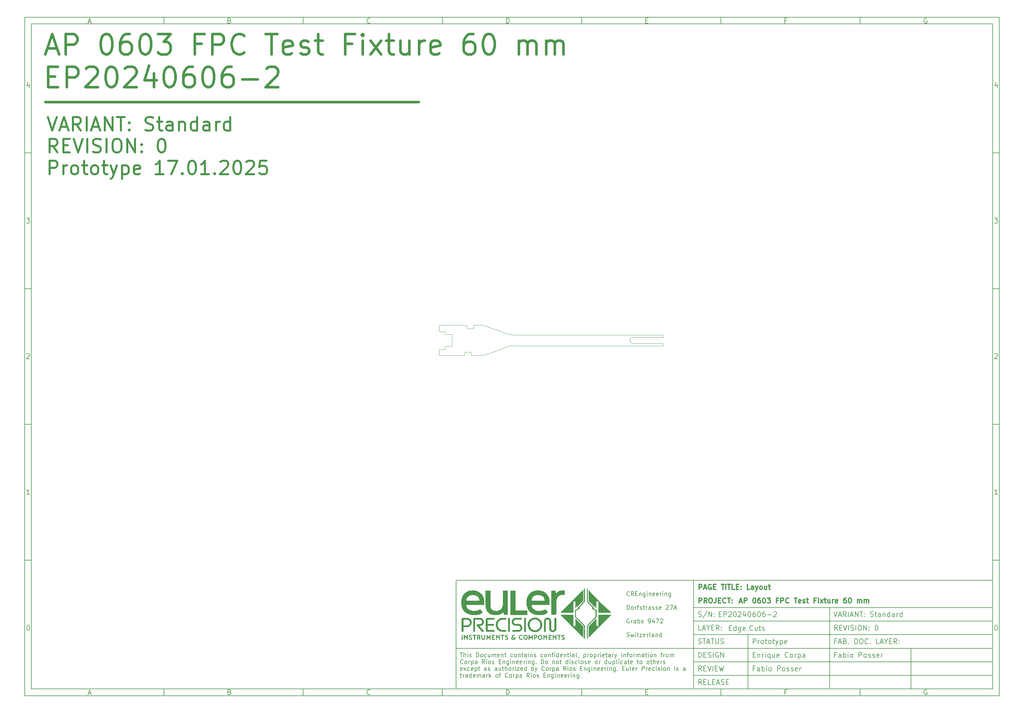
<source format=gbr>
%TF.GenerationSoftware,KiCad,Pcbnew,8.0.9-1.fc41*%
%TF.CreationDate,2025-03-16T15:34:32+01:00*%
%TF.ProjectId,0100_COVERSHEET,30313030-5f43-44f5-9645-525348454554,0*%
%TF.SameCoordinates,Original*%
%TF.FileFunction,Profile,NP*%
%FSLAX46Y46*%
G04 Gerber Fmt 4.6, Leading zero omitted, Abs format (unit mm)*
G04 Created by KiCad (PCBNEW 8.0.9-1.fc41) date 2025-03-16 15:34:32*
%MOMM*%
%LPD*%
G01*
G04 APERTURE LIST*
%ADD10C,0.100000*%
%ADD11C,0.150000*%
%ADD12C,0.300000*%
%ADD13C,0.750000*%
%ADD14C,0.600000*%
%ADD15C,0.000001*%
%TA.AperFunction,Profile*%
%ADD16C,0.100000*%
%TD*%
%ADD17C,0.200000*%
G04 APERTURE END LIST*
D10*
D11*
X7000000Y-203000000D02*
X290000000Y-203000000D01*
X290000000Y-7000000D01*
X7000000Y-7000000D01*
X7000000Y-203000000D01*
D10*
D11*
X132000000Y-171000000D02*
X290000000Y-171000000D01*
X290000000Y-203000000D01*
X132000000Y-203000000D01*
X132000000Y-171000000D01*
D10*
D11*
X202000000Y-203000000D02*
X202000000Y-171000000D01*
D10*
D11*
X290000000Y-199000000D02*
X202000000Y-199000000D01*
D10*
D11*
X290000000Y-195000000D02*
X202000000Y-195000000D01*
D10*
D11*
X290000000Y-191000000D02*
X201000000Y-191000000D01*
D10*
D11*
X290000000Y-187000000D02*
X202000000Y-187000000D01*
D10*
D11*
X290000000Y-183000000D02*
X202000000Y-183000000D01*
D10*
D11*
X290000000Y-179000000D02*
X202000000Y-179000000D01*
D10*
D11*
X266000000Y-203000000D02*
X266000000Y-191000000D01*
D10*
D11*
X242000000Y-203000000D02*
X242000000Y-179000000D01*
D10*
D11*
X218000000Y-203000000D02*
X218000000Y-187000000D01*
D10*
D12*
X203556710Y-173685528D02*
X203556710Y-172185528D01*
X203556710Y-172185528D02*
X204128139Y-172185528D01*
X204128139Y-172185528D02*
X204270996Y-172256957D01*
X204270996Y-172256957D02*
X204342425Y-172328385D01*
X204342425Y-172328385D02*
X204413853Y-172471242D01*
X204413853Y-172471242D02*
X204413853Y-172685528D01*
X204413853Y-172685528D02*
X204342425Y-172828385D01*
X204342425Y-172828385D02*
X204270996Y-172899814D01*
X204270996Y-172899814D02*
X204128139Y-172971242D01*
X204128139Y-172971242D02*
X203556710Y-172971242D01*
X204985282Y-173256957D02*
X205699568Y-173256957D01*
X204842425Y-173685528D02*
X205342425Y-172185528D01*
X205342425Y-172185528D02*
X205842425Y-173685528D01*
X207128139Y-172256957D02*
X206985282Y-172185528D01*
X206985282Y-172185528D02*
X206770996Y-172185528D01*
X206770996Y-172185528D02*
X206556710Y-172256957D01*
X206556710Y-172256957D02*
X206413853Y-172399814D01*
X206413853Y-172399814D02*
X206342424Y-172542671D01*
X206342424Y-172542671D02*
X206270996Y-172828385D01*
X206270996Y-172828385D02*
X206270996Y-173042671D01*
X206270996Y-173042671D02*
X206342424Y-173328385D01*
X206342424Y-173328385D02*
X206413853Y-173471242D01*
X206413853Y-173471242D02*
X206556710Y-173614100D01*
X206556710Y-173614100D02*
X206770996Y-173685528D01*
X206770996Y-173685528D02*
X206913853Y-173685528D01*
X206913853Y-173685528D02*
X207128139Y-173614100D01*
X207128139Y-173614100D02*
X207199567Y-173542671D01*
X207199567Y-173542671D02*
X207199567Y-173042671D01*
X207199567Y-173042671D02*
X206913853Y-173042671D01*
X207842424Y-172899814D02*
X208342424Y-172899814D01*
X208556710Y-173685528D02*
X207842424Y-173685528D01*
X207842424Y-173685528D02*
X207842424Y-172185528D01*
X207842424Y-172185528D02*
X208556710Y-172185528D01*
X210128139Y-172185528D02*
X210985282Y-172185528D01*
X210556710Y-173685528D02*
X210556710Y-172185528D01*
X211485281Y-173685528D02*
X211485281Y-172185528D01*
X211985282Y-172185528D02*
X212842425Y-172185528D01*
X212413853Y-173685528D02*
X212413853Y-172185528D01*
X214056710Y-173685528D02*
X213342424Y-173685528D01*
X213342424Y-173685528D02*
X213342424Y-172185528D01*
X214556710Y-172899814D02*
X215056710Y-172899814D01*
X215270996Y-173685528D02*
X214556710Y-173685528D01*
X214556710Y-173685528D02*
X214556710Y-172185528D01*
X214556710Y-172185528D02*
X215270996Y-172185528D01*
X215913853Y-173542671D02*
X215985282Y-173614100D01*
X215985282Y-173614100D02*
X215913853Y-173685528D01*
X215913853Y-173685528D02*
X215842425Y-173614100D01*
X215842425Y-173614100D02*
X215913853Y-173542671D01*
X215913853Y-173542671D02*
X215913853Y-173685528D01*
X215913853Y-172756957D02*
X215985282Y-172828385D01*
X215985282Y-172828385D02*
X215913853Y-172899814D01*
X215913853Y-172899814D02*
X215842425Y-172828385D01*
X215842425Y-172828385D02*
X215913853Y-172756957D01*
X215913853Y-172756957D02*
X215913853Y-172899814D01*
X218485282Y-173685528D02*
X217770996Y-173685528D01*
X217770996Y-173685528D02*
X217770996Y-172185528D01*
X219628140Y-173685528D02*
X219628140Y-172899814D01*
X219628140Y-172899814D02*
X219556711Y-172756957D01*
X219556711Y-172756957D02*
X219413854Y-172685528D01*
X219413854Y-172685528D02*
X219128140Y-172685528D01*
X219128140Y-172685528D02*
X218985282Y-172756957D01*
X219628140Y-173614100D02*
X219485282Y-173685528D01*
X219485282Y-173685528D02*
X219128140Y-173685528D01*
X219128140Y-173685528D02*
X218985282Y-173614100D01*
X218985282Y-173614100D02*
X218913854Y-173471242D01*
X218913854Y-173471242D02*
X218913854Y-173328385D01*
X218913854Y-173328385D02*
X218985282Y-173185528D01*
X218985282Y-173185528D02*
X219128140Y-173114100D01*
X219128140Y-173114100D02*
X219485282Y-173114100D01*
X219485282Y-173114100D02*
X219628140Y-173042671D01*
X220199568Y-172685528D02*
X220556711Y-173685528D01*
X220913854Y-172685528D02*
X220556711Y-173685528D01*
X220556711Y-173685528D02*
X220413854Y-174042671D01*
X220413854Y-174042671D02*
X220342425Y-174114100D01*
X220342425Y-174114100D02*
X220199568Y-174185528D01*
X221699568Y-173685528D02*
X221556711Y-173614100D01*
X221556711Y-173614100D02*
X221485282Y-173542671D01*
X221485282Y-173542671D02*
X221413854Y-173399814D01*
X221413854Y-173399814D02*
X221413854Y-172971242D01*
X221413854Y-172971242D02*
X221485282Y-172828385D01*
X221485282Y-172828385D02*
X221556711Y-172756957D01*
X221556711Y-172756957D02*
X221699568Y-172685528D01*
X221699568Y-172685528D02*
X221913854Y-172685528D01*
X221913854Y-172685528D02*
X222056711Y-172756957D01*
X222056711Y-172756957D02*
X222128140Y-172828385D01*
X222128140Y-172828385D02*
X222199568Y-172971242D01*
X222199568Y-172971242D02*
X222199568Y-173399814D01*
X222199568Y-173399814D02*
X222128140Y-173542671D01*
X222128140Y-173542671D02*
X222056711Y-173614100D01*
X222056711Y-173614100D02*
X221913854Y-173685528D01*
X221913854Y-173685528D02*
X221699568Y-173685528D01*
X223485283Y-172685528D02*
X223485283Y-173685528D01*
X222842425Y-172685528D02*
X222842425Y-173471242D01*
X222842425Y-173471242D02*
X222913854Y-173614100D01*
X222913854Y-173614100D02*
X223056711Y-173685528D01*
X223056711Y-173685528D02*
X223270997Y-173685528D01*
X223270997Y-173685528D02*
X223413854Y-173614100D01*
X223413854Y-173614100D02*
X223485283Y-173542671D01*
X223985283Y-172685528D02*
X224556711Y-172685528D01*
X224199568Y-172185528D02*
X224199568Y-173471242D01*
X224199568Y-173471242D02*
X224270997Y-173614100D01*
X224270997Y-173614100D02*
X224413854Y-173685528D01*
X224413854Y-173685528D02*
X224556711Y-173685528D01*
D10*
D11*
X201000000Y-191000000D02*
X132000000Y-191000000D01*
D10*
D12*
X203554510Y-177678328D02*
X203554510Y-176178328D01*
X203554510Y-176178328D02*
X204125939Y-176178328D01*
X204125939Y-176178328D02*
X204268796Y-176249757D01*
X204268796Y-176249757D02*
X204340225Y-176321185D01*
X204340225Y-176321185D02*
X204411653Y-176464042D01*
X204411653Y-176464042D02*
X204411653Y-176678328D01*
X204411653Y-176678328D02*
X204340225Y-176821185D01*
X204340225Y-176821185D02*
X204268796Y-176892614D01*
X204268796Y-176892614D02*
X204125939Y-176964042D01*
X204125939Y-176964042D02*
X203554510Y-176964042D01*
X205911653Y-177678328D02*
X205411653Y-176964042D01*
X205054510Y-177678328D02*
X205054510Y-176178328D01*
X205054510Y-176178328D02*
X205625939Y-176178328D01*
X205625939Y-176178328D02*
X205768796Y-176249757D01*
X205768796Y-176249757D02*
X205840225Y-176321185D01*
X205840225Y-176321185D02*
X205911653Y-176464042D01*
X205911653Y-176464042D02*
X205911653Y-176678328D01*
X205911653Y-176678328D02*
X205840225Y-176821185D01*
X205840225Y-176821185D02*
X205768796Y-176892614D01*
X205768796Y-176892614D02*
X205625939Y-176964042D01*
X205625939Y-176964042D02*
X205054510Y-176964042D01*
X206840225Y-176178328D02*
X207125939Y-176178328D01*
X207125939Y-176178328D02*
X207268796Y-176249757D01*
X207268796Y-176249757D02*
X207411653Y-176392614D01*
X207411653Y-176392614D02*
X207483082Y-176678328D01*
X207483082Y-176678328D02*
X207483082Y-177178328D01*
X207483082Y-177178328D02*
X207411653Y-177464042D01*
X207411653Y-177464042D02*
X207268796Y-177606900D01*
X207268796Y-177606900D02*
X207125939Y-177678328D01*
X207125939Y-177678328D02*
X206840225Y-177678328D01*
X206840225Y-177678328D02*
X206697368Y-177606900D01*
X206697368Y-177606900D02*
X206554510Y-177464042D01*
X206554510Y-177464042D02*
X206483082Y-177178328D01*
X206483082Y-177178328D02*
X206483082Y-176678328D01*
X206483082Y-176678328D02*
X206554510Y-176392614D01*
X206554510Y-176392614D02*
X206697368Y-176249757D01*
X206697368Y-176249757D02*
X206840225Y-176178328D01*
X208554511Y-176178328D02*
X208554511Y-177249757D01*
X208554511Y-177249757D02*
X208483082Y-177464042D01*
X208483082Y-177464042D02*
X208340225Y-177606900D01*
X208340225Y-177606900D02*
X208125939Y-177678328D01*
X208125939Y-177678328D02*
X207983082Y-177678328D01*
X209268796Y-176892614D02*
X209768796Y-176892614D01*
X209983082Y-177678328D02*
X209268796Y-177678328D01*
X209268796Y-177678328D02*
X209268796Y-176178328D01*
X209268796Y-176178328D02*
X209983082Y-176178328D01*
X211483082Y-177535471D02*
X211411654Y-177606900D01*
X211411654Y-177606900D02*
X211197368Y-177678328D01*
X211197368Y-177678328D02*
X211054511Y-177678328D01*
X211054511Y-177678328D02*
X210840225Y-177606900D01*
X210840225Y-177606900D02*
X210697368Y-177464042D01*
X210697368Y-177464042D02*
X210625939Y-177321185D01*
X210625939Y-177321185D02*
X210554511Y-177035471D01*
X210554511Y-177035471D02*
X210554511Y-176821185D01*
X210554511Y-176821185D02*
X210625939Y-176535471D01*
X210625939Y-176535471D02*
X210697368Y-176392614D01*
X210697368Y-176392614D02*
X210840225Y-176249757D01*
X210840225Y-176249757D02*
X211054511Y-176178328D01*
X211054511Y-176178328D02*
X211197368Y-176178328D01*
X211197368Y-176178328D02*
X211411654Y-176249757D01*
X211411654Y-176249757D02*
X211483082Y-176321185D01*
X211911654Y-176178328D02*
X212768797Y-176178328D01*
X212340225Y-177678328D02*
X212340225Y-176178328D01*
X213268796Y-177535471D02*
X213340225Y-177606900D01*
X213340225Y-177606900D02*
X213268796Y-177678328D01*
X213268796Y-177678328D02*
X213197368Y-177606900D01*
X213197368Y-177606900D02*
X213268796Y-177535471D01*
X213268796Y-177535471D02*
X213268796Y-177678328D01*
X213268796Y-176749757D02*
X213340225Y-176821185D01*
X213340225Y-176821185D02*
X213268796Y-176892614D01*
X213268796Y-176892614D02*
X213197368Y-176821185D01*
X213197368Y-176821185D02*
X213268796Y-176749757D01*
X213268796Y-176749757D02*
X213268796Y-176892614D01*
D10*
D11*
X203384398Y-181614700D02*
X203598684Y-181686128D01*
X203598684Y-181686128D02*
X203955826Y-181686128D01*
X203955826Y-181686128D02*
X204098684Y-181614700D01*
X204098684Y-181614700D02*
X204170112Y-181543271D01*
X204170112Y-181543271D02*
X204241541Y-181400414D01*
X204241541Y-181400414D02*
X204241541Y-181257557D01*
X204241541Y-181257557D02*
X204170112Y-181114700D01*
X204170112Y-181114700D02*
X204098684Y-181043271D01*
X204098684Y-181043271D02*
X203955826Y-180971842D01*
X203955826Y-180971842D02*
X203670112Y-180900414D01*
X203670112Y-180900414D02*
X203527255Y-180828985D01*
X203527255Y-180828985D02*
X203455826Y-180757557D01*
X203455826Y-180757557D02*
X203384398Y-180614700D01*
X203384398Y-180614700D02*
X203384398Y-180471842D01*
X203384398Y-180471842D02*
X203455826Y-180328985D01*
X203455826Y-180328985D02*
X203527255Y-180257557D01*
X203527255Y-180257557D02*
X203670112Y-180186128D01*
X203670112Y-180186128D02*
X204027255Y-180186128D01*
X204027255Y-180186128D02*
X204241541Y-180257557D01*
X205955826Y-180114700D02*
X204670112Y-182043271D01*
X206455826Y-181686128D02*
X206455826Y-180186128D01*
X206455826Y-180186128D02*
X207312969Y-181686128D01*
X207312969Y-181686128D02*
X207312969Y-180186128D01*
X208027255Y-181543271D02*
X208098684Y-181614700D01*
X208098684Y-181614700D02*
X208027255Y-181686128D01*
X208027255Y-181686128D02*
X207955827Y-181614700D01*
X207955827Y-181614700D02*
X208027255Y-181543271D01*
X208027255Y-181543271D02*
X208027255Y-181686128D01*
X208027255Y-180757557D02*
X208098684Y-180828985D01*
X208098684Y-180828985D02*
X208027255Y-180900414D01*
X208027255Y-180900414D02*
X207955827Y-180828985D01*
X207955827Y-180828985D02*
X208027255Y-180757557D01*
X208027255Y-180757557D02*
X208027255Y-180900414D01*
D10*
D11*
X203455826Y-193686128D02*
X203455826Y-192186128D01*
X203455826Y-192186128D02*
X203812969Y-192186128D01*
X203812969Y-192186128D02*
X204027255Y-192257557D01*
X204027255Y-192257557D02*
X204170112Y-192400414D01*
X204170112Y-192400414D02*
X204241541Y-192543271D01*
X204241541Y-192543271D02*
X204312969Y-192828985D01*
X204312969Y-192828985D02*
X204312969Y-193043271D01*
X204312969Y-193043271D02*
X204241541Y-193328985D01*
X204241541Y-193328985D02*
X204170112Y-193471842D01*
X204170112Y-193471842D02*
X204027255Y-193614700D01*
X204027255Y-193614700D02*
X203812969Y-193686128D01*
X203812969Y-193686128D02*
X203455826Y-193686128D01*
X204955826Y-192900414D02*
X205455826Y-192900414D01*
X205670112Y-193686128D02*
X204955826Y-193686128D01*
X204955826Y-193686128D02*
X204955826Y-192186128D01*
X204955826Y-192186128D02*
X205670112Y-192186128D01*
X206241541Y-193614700D02*
X206455827Y-193686128D01*
X206455827Y-193686128D02*
X206812969Y-193686128D01*
X206812969Y-193686128D02*
X206955827Y-193614700D01*
X206955827Y-193614700D02*
X207027255Y-193543271D01*
X207027255Y-193543271D02*
X207098684Y-193400414D01*
X207098684Y-193400414D02*
X207098684Y-193257557D01*
X207098684Y-193257557D02*
X207027255Y-193114700D01*
X207027255Y-193114700D02*
X206955827Y-193043271D01*
X206955827Y-193043271D02*
X206812969Y-192971842D01*
X206812969Y-192971842D02*
X206527255Y-192900414D01*
X206527255Y-192900414D02*
X206384398Y-192828985D01*
X206384398Y-192828985D02*
X206312969Y-192757557D01*
X206312969Y-192757557D02*
X206241541Y-192614700D01*
X206241541Y-192614700D02*
X206241541Y-192471842D01*
X206241541Y-192471842D02*
X206312969Y-192328985D01*
X206312969Y-192328985D02*
X206384398Y-192257557D01*
X206384398Y-192257557D02*
X206527255Y-192186128D01*
X206527255Y-192186128D02*
X206884398Y-192186128D01*
X206884398Y-192186128D02*
X207098684Y-192257557D01*
X207741540Y-193686128D02*
X207741540Y-192186128D01*
X209241541Y-192257557D02*
X209098684Y-192186128D01*
X209098684Y-192186128D02*
X208884398Y-192186128D01*
X208884398Y-192186128D02*
X208670112Y-192257557D01*
X208670112Y-192257557D02*
X208527255Y-192400414D01*
X208527255Y-192400414D02*
X208455826Y-192543271D01*
X208455826Y-192543271D02*
X208384398Y-192828985D01*
X208384398Y-192828985D02*
X208384398Y-193043271D01*
X208384398Y-193043271D02*
X208455826Y-193328985D01*
X208455826Y-193328985D02*
X208527255Y-193471842D01*
X208527255Y-193471842D02*
X208670112Y-193614700D01*
X208670112Y-193614700D02*
X208884398Y-193686128D01*
X208884398Y-193686128D02*
X209027255Y-193686128D01*
X209027255Y-193686128D02*
X209241541Y-193614700D01*
X209241541Y-193614700D02*
X209312969Y-193543271D01*
X209312969Y-193543271D02*
X209312969Y-193043271D01*
X209312969Y-193043271D02*
X209027255Y-193043271D01*
X209955826Y-193686128D02*
X209955826Y-192186128D01*
X209955826Y-192186128D02*
X210812969Y-193686128D01*
X210812969Y-193686128D02*
X210812969Y-192186128D01*
D10*
D11*
X204312969Y-197686128D02*
X203812969Y-196971842D01*
X203455826Y-197686128D02*
X203455826Y-196186128D01*
X203455826Y-196186128D02*
X204027255Y-196186128D01*
X204027255Y-196186128D02*
X204170112Y-196257557D01*
X204170112Y-196257557D02*
X204241541Y-196328985D01*
X204241541Y-196328985D02*
X204312969Y-196471842D01*
X204312969Y-196471842D02*
X204312969Y-196686128D01*
X204312969Y-196686128D02*
X204241541Y-196828985D01*
X204241541Y-196828985D02*
X204170112Y-196900414D01*
X204170112Y-196900414D02*
X204027255Y-196971842D01*
X204027255Y-196971842D02*
X203455826Y-196971842D01*
X204955826Y-196900414D02*
X205455826Y-196900414D01*
X205670112Y-197686128D02*
X204955826Y-197686128D01*
X204955826Y-197686128D02*
X204955826Y-196186128D01*
X204955826Y-196186128D02*
X205670112Y-196186128D01*
X206098684Y-196186128D02*
X206598684Y-197686128D01*
X206598684Y-197686128D02*
X207098684Y-196186128D01*
X207598683Y-197686128D02*
X207598683Y-196186128D01*
X208312969Y-196900414D02*
X208812969Y-196900414D01*
X209027255Y-197686128D02*
X208312969Y-197686128D01*
X208312969Y-197686128D02*
X208312969Y-196186128D01*
X208312969Y-196186128D02*
X209027255Y-196186128D01*
X209527255Y-196186128D02*
X209884398Y-197686128D01*
X209884398Y-197686128D02*
X210170112Y-196614700D01*
X210170112Y-196614700D02*
X210455827Y-197686128D01*
X210455827Y-197686128D02*
X210812970Y-196186128D01*
D10*
D11*
X204312969Y-201686128D02*
X203812969Y-200971842D01*
X203455826Y-201686128D02*
X203455826Y-200186128D01*
X203455826Y-200186128D02*
X204027255Y-200186128D01*
X204027255Y-200186128D02*
X204170112Y-200257557D01*
X204170112Y-200257557D02*
X204241541Y-200328985D01*
X204241541Y-200328985D02*
X204312969Y-200471842D01*
X204312969Y-200471842D02*
X204312969Y-200686128D01*
X204312969Y-200686128D02*
X204241541Y-200828985D01*
X204241541Y-200828985D02*
X204170112Y-200900414D01*
X204170112Y-200900414D02*
X204027255Y-200971842D01*
X204027255Y-200971842D02*
X203455826Y-200971842D01*
X204955826Y-200900414D02*
X205455826Y-200900414D01*
X205670112Y-201686128D02*
X204955826Y-201686128D01*
X204955826Y-201686128D02*
X204955826Y-200186128D01*
X204955826Y-200186128D02*
X205670112Y-200186128D01*
X207027255Y-201686128D02*
X206312969Y-201686128D01*
X206312969Y-201686128D02*
X206312969Y-200186128D01*
X207527255Y-200900414D02*
X208027255Y-200900414D01*
X208241541Y-201686128D02*
X207527255Y-201686128D01*
X207527255Y-201686128D02*
X207527255Y-200186128D01*
X207527255Y-200186128D02*
X208241541Y-200186128D01*
X208812970Y-201257557D02*
X209527256Y-201257557D01*
X208670113Y-201686128D02*
X209170113Y-200186128D01*
X209170113Y-200186128D02*
X209670113Y-201686128D01*
X210098684Y-201614700D02*
X210312970Y-201686128D01*
X210312970Y-201686128D02*
X210670112Y-201686128D01*
X210670112Y-201686128D02*
X210812970Y-201614700D01*
X210812970Y-201614700D02*
X210884398Y-201543271D01*
X210884398Y-201543271D02*
X210955827Y-201400414D01*
X210955827Y-201400414D02*
X210955827Y-201257557D01*
X210955827Y-201257557D02*
X210884398Y-201114700D01*
X210884398Y-201114700D02*
X210812970Y-201043271D01*
X210812970Y-201043271D02*
X210670112Y-200971842D01*
X210670112Y-200971842D02*
X210384398Y-200900414D01*
X210384398Y-200900414D02*
X210241541Y-200828985D01*
X210241541Y-200828985D02*
X210170112Y-200757557D01*
X210170112Y-200757557D02*
X210098684Y-200614700D01*
X210098684Y-200614700D02*
X210098684Y-200471842D01*
X210098684Y-200471842D02*
X210170112Y-200328985D01*
X210170112Y-200328985D02*
X210241541Y-200257557D01*
X210241541Y-200257557D02*
X210384398Y-200186128D01*
X210384398Y-200186128D02*
X210741541Y-200186128D01*
X210741541Y-200186128D02*
X210955827Y-200257557D01*
X211598683Y-200900414D02*
X212098683Y-200900414D01*
X212312969Y-201686128D02*
X211598683Y-201686128D01*
X211598683Y-201686128D02*
X211598683Y-200186128D01*
X211598683Y-200186128D02*
X212312969Y-200186128D01*
D10*
D11*
X243241541Y-180186128D02*
X243741541Y-181686128D01*
X243741541Y-181686128D02*
X244241541Y-180186128D01*
X244670112Y-181257557D02*
X245384398Y-181257557D01*
X244527255Y-181686128D02*
X245027255Y-180186128D01*
X245027255Y-180186128D02*
X245527255Y-181686128D01*
X246884397Y-181686128D02*
X246384397Y-180971842D01*
X246027254Y-181686128D02*
X246027254Y-180186128D01*
X246027254Y-180186128D02*
X246598683Y-180186128D01*
X246598683Y-180186128D02*
X246741540Y-180257557D01*
X246741540Y-180257557D02*
X246812969Y-180328985D01*
X246812969Y-180328985D02*
X246884397Y-180471842D01*
X246884397Y-180471842D02*
X246884397Y-180686128D01*
X246884397Y-180686128D02*
X246812969Y-180828985D01*
X246812969Y-180828985D02*
X246741540Y-180900414D01*
X246741540Y-180900414D02*
X246598683Y-180971842D01*
X246598683Y-180971842D02*
X246027254Y-180971842D01*
X247527254Y-181686128D02*
X247527254Y-180186128D01*
X248170112Y-181257557D02*
X248884398Y-181257557D01*
X248027255Y-181686128D02*
X248527255Y-180186128D01*
X248527255Y-180186128D02*
X249027255Y-181686128D01*
X249527254Y-181686128D02*
X249527254Y-180186128D01*
X249527254Y-180186128D02*
X250384397Y-181686128D01*
X250384397Y-181686128D02*
X250384397Y-180186128D01*
X250884398Y-180186128D02*
X251741541Y-180186128D01*
X251312969Y-181686128D02*
X251312969Y-180186128D01*
X252241540Y-181543271D02*
X252312969Y-181614700D01*
X252312969Y-181614700D02*
X252241540Y-181686128D01*
X252241540Y-181686128D02*
X252170112Y-181614700D01*
X252170112Y-181614700D02*
X252241540Y-181543271D01*
X252241540Y-181543271D02*
X252241540Y-181686128D01*
X252241540Y-180757557D02*
X252312969Y-180828985D01*
X252312969Y-180828985D02*
X252241540Y-180900414D01*
X252241540Y-180900414D02*
X252170112Y-180828985D01*
X252170112Y-180828985D02*
X252241540Y-180757557D01*
X252241540Y-180757557D02*
X252241540Y-180900414D01*
X254027255Y-181614700D02*
X254241541Y-181686128D01*
X254241541Y-181686128D02*
X254598683Y-181686128D01*
X254598683Y-181686128D02*
X254741541Y-181614700D01*
X254741541Y-181614700D02*
X254812969Y-181543271D01*
X254812969Y-181543271D02*
X254884398Y-181400414D01*
X254884398Y-181400414D02*
X254884398Y-181257557D01*
X254884398Y-181257557D02*
X254812969Y-181114700D01*
X254812969Y-181114700D02*
X254741541Y-181043271D01*
X254741541Y-181043271D02*
X254598683Y-180971842D01*
X254598683Y-180971842D02*
X254312969Y-180900414D01*
X254312969Y-180900414D02*
X254170112Y-180828985D01*
X254170112Y-180828985D02*
X254098683Y-180757557D01*
X254098683Y-180757557D02*
X254027255Y-180614700D01*
X254027255Y-180614700D02*
X254027255Y-180471842D01*
X254027255Y-180471842D02*
X254098683Y-180328985D01*
X254098683Y-180328985D02*
X254170112Y-180257557D01*
X254170112Y-180257557D02*
X254312969Y-180186128D01*
X254312969Y-180186128D02*
X254670112Y-180186128D01*
X254670112Y-180186128D02*
X254884398Y-180257557D01*
X255312969Y-180686128D02*
X255884397Y-180686128D01*
X255527254Y-180186128D02*
X255527254Y-181471842D01*
X255527254Y-181471842D02*
X255598683Y-181614700D01*
X255598683Y-181614700D02*
X255741540Y-181686128D01*
X255741540Y-181686128D02*
X255884397Y-181686128D01*
X257027255Y-181686128D02*
X257027255Y-180900414D01*
X257027255Y-180900414D02*
X256955826Y-180757557D01*
X256955826Y-180757557D02*
X256812969Y-180686128D01*
X256812969Y-180686128D02*
X256527255Y-180686128D01*
X256527255Y-180686128D02*
X256384397Y-180757557D01*
X257027255Y-181614700D02*
X256884397Y-181686128D01*
X256884397Y-181686128D02*
X256527255Y-181686128D01*
X256527255Y-181686128D02*
X256384397Y-181614700D01*
X256384397Y-181614700D02*
X256312969Y-181471842D01*
X256312969Y-181471842D02*
X256312969Y-181328985D01*
X256312969Y-181328985D02*
X256384397Y-181186128D01*
X256384397Y-181186128D02*
X256527255Y-181114700D01*
X256527255Y-181114700D02*
X256884397Y-181114700D01*
X256884397Y-181114700D02*
X257027255Y-181043271D01*
X257741540Y-180686128D02*
X257741540Y-181686128D01*
X257741540Y-180828985D02*
X257812969Y-180757557D01*
X257812969Y-180757557D02*
X257955826Y-180686128D01*
X257955826Y-180686128D02*
X258170112Y-180686128D01*
X258170112Y-180686128D02*
X258312969Y-180757557D01*
X258312969Y-180757557D02*
X258384398Y-180900414D01*
X258384398Y-180900414D02*
X258384398Y-181686128D01*
X259741541Y-181686128D02*
X259741541Y-180186128D01*
X259741541Y-181614700D02*
X259598683Y-181686128D01*
X259598683Y-181686128D02*
X259312969Y-181686128D01*
X259312969Y-181686128D02*
X259170112Y-181614700D01*
X259170112Y-181614700D02*
X259098683Y-181543271D01*
X259098683Y-181543271D02*
X259027255Y-181400414D01*
X259027255Y-181400414D02*
X259027255Y-180971842D01*
X259027255Y-180971842D02*
X259098683Y-180828985D01*
X259098683Y-180828985D02*
X259170112Y-180757557D01*
X259170112Y-180757557D02*
X259312969Y-180686128D01*
X259312969Y-180686128D02*
X259598683Y-180686128D01*
X259598683Y-180686128D02*
X259741541Y-180757557D01*
X261098684Y-181686128D02*
X261098684Y-180900414D01*
X261098684Y-180900414D02*
X261027255Y-180757557D01*
X261027255Y-180757557D02*
X260884398Y-180686128D01*
X260884398Y-180686128D02*
X260598684Y-180686128D01*
X260598684Y-180686128D02*
X260455826Y-180757557D01*
X261098684Y-181614700D02*
X260955826Y-181686128D01*
X260955826Y-181686128D02*
X260598684Y-181686128D01*
X260598684Y-181686128D02*
X260455826Y-181614700D01*
X260455826Y-181614700D02*
X260384398Y-181471842D01*
X260384398Y-181471842D02*
X260384398Y-181328985D01*
X260384398Y-181328985D02*
X260455826Y-181186128D01*
X260455826Y-181186128D02*
X260598684Y-181114700D01*
X260598684Y-181114700D02*
X260955826Y-181114700D01*
X260955826Y-181114700D02*
X261098684Y-181043271D01*
X261812969Y-181686128D02*
X261812969Y-180686128D01*
X261812969Y-180971842D02*
X261884398Y-180828985D01*
X261884398Y-180828985D02*
X261955827Y-180757557D01*
X261955827Y-180757557D02*
X262098684Y-180686128D01*
X262098684Y-180686128D02*
X262241541Y-180686128D01*
X263384398Y-181686128D02*
X263384398Y-180186128D01*
X263384398Y-181614700D02*
X263241540Y-181686128D01*
X263241540Y-181686128D02*
X262955826Y-181686128D01*
X262955826Y-181686128D02*
X262812969Y-181614700D01*
X262812969Y-181614700D02*
X262741540Y-181543271D01*
X262741540Y-181543271D02*
X262670112Y-181400414D01*
X262670112Y-181400414D02*
X262670112Y-180971842D01*
X262670112Y-180971842D02*
X262741540Y-180828985D01*
X262741540Y-180828985D02*
X262812969Y-180757557D01*
X262812969Y-180757557D02*
X262955826Y-180686128D01*
X262955826Y-180686128D02*
X263241540Y-180686128D01*
X263241540Y-180686128D02*
X263384398Y-180757557D01*
D10*
D11*
X244312969Y-185686128D02*
X243812969Y-184971842D01*
X243455826Y-185686128D02*
X243455826Y-184186128D01*
X243455826Y-184186128D02*
X244027255Y-184186128D01*
X244027255Y-184186128D02*
X244170112Y-184257557D01*
X244170112Y-184257557D02*
X244241541Y-184328985D01*
X244241541Y-184328985D02*
X244312969Y-184471842D01*
X244312969Y-184471842D02*
X244312969Y-184686128D01*
X244312969Y-184686128D02*
X244241541Y-184828985D01*
X244241541Y-184828985D02*
X244170112Y-184900414D01*
X244170112Y-184900414D02*
X244027255Y-184971842D01*
X244027255Y-184971842D02*
X243455826Y-184971842D01*
X244955826Y-184900414D02*
X245455826Y-184900414D01*
X245670112Y-185686128D02*
X244955826Y-185686128D01*
X244955826Y-185686128D02*
X244955826Y-184186128D01*
X244955826Y-184186128D02*
X245670112Y-184186128D01*
X246098684Y-184186128D02*
X246598684Y-185686128D01*
X246598684Y-185686128D02*
X247098684Y-184186128D01*
X247598683Y-185686128D02*
X247598683Y-184186128D01*
X248241541Y-185614700D02*
X248455827Y-185686128D01*
X248455827Y-185686128D02*
X248812969Y-185686128D01*
X248812969Y-185686128D02*
X248955827Y-185614700D01*
X248955827Y-185614700D02*
X249027255Y-185543271D01*
X249027255Y-185543271D02*
X249098684Y-185400414D01*
X249098684Y-185400414D02*
X249098684Y-185257557D01*
X249098684Y-185257557D02*
X249027255Y-185114700D01*
X249027255Y-185114700D02*
X248955827Y-185043271D01*
X248955827Y-185043271D02*
X248812969Y-184971842D01*
X248812969Y-184971842D02*
X248527255Y-184900414D01*
X248527255Y-184900414D02*
X248384398Y-184828985D01*
X248384398Y-184828985D02*
X248312969Y-184757557D01*
X248312969Y-184757557D02*
X248241541Y-184614700D01*
X248241541Y-184614700D02*
X248241541Y-184471842D01*
X248241541Y-184471842D02*
X248312969Y-184328985D01*
X248312969Y-184328985D02*
X248384398Y-184257557D01*
X248384398Y-184257557D02*
X248527255Y-184186128D01*
X248527255Y-184186128D02*
X248884398Y-184186128D01*
X248884398Y-184186128D02*
X249098684Y-184257557D01*
X249741540Y-185686128D02*
X249741540Y-184186128D01*
X250741541Y-184186128D02*
X251027255Y-184186128D01*
X251027255Y-184186128D02*
X251170112Y-184257557D01*
X251170112Y-184257557D02*
X251312969Y-184400414D01*
X251312969Y-184400414D02*
X251384398Y-184686128D01*
X251384398Y-184686128D02*
X251384398Y-185186128D01*
X251384398Y-185186128D02*
X251312969Y-185471842D01*
X251312969Y-185471842D02*
X251170112Y-185614700D01*
X251170112Y-185614700D02*
X251027255Y-185686128D01*
X251027255Y-185686128D02*
X250741541Y-185686128D01*
X250741541Y-185686128D02*
X250598684Y-185614700D01*
X250598684Y-185614700D02*
X250455826Y-185471842D01*
X250455826Y-185471842D02*
X250384398Y-185186128D01*
X250384398Y-185186128D02*
X250384398Y-184686128D01*
X250384398Y-184686128D02*
X250455826Y-184400414D01*
X250455826Y-184400414D02*
X250598684Y-184257557D01*
X250598684Y-184257557D02*
X250741541Y-184186128D01*
X252027255Y-185686128D02*
X252027255Y-184186128D01*
X252027255Y-184186128D02*
X252884398Y-185686128D01*
X252884398Y-185686128D02*
X252884398Y-184186128D01*
X253598684Y-185543271D02*
X253670113Y-185614700D01*
X253670113Y-185614700D02*
X253598684Y-185686128D01*
X253598684Y-185686128D02*
X253527256Y-185614700D01*
X253527256Y-185614700D02*
X253598684Y-185543271D01*
X253598684Y-185543271D02*
X253598684Y-185686128D01*
X253598684Y-184757557D02*
X253670113Y-184828985D01*
X253670113Y-184828985D02*
X253598684Y-184900414D01*
X253598684Y-184900414D02*
X253527256Y-184828985D01*
X253527256Y-184828985D02*
X253598684Y-184757557D01*
X253598684Y-184757557D02*
X253598684Y-184900414D01*
X255741542Y-184186128D02*
X255884399Y-184186128D01*
X255884399Y-184186128D02*
X256027256Y-184257557D01*
X256027256Y-184257557D02*
X256098685Y-184328985D01*
X256098685Y-184328985D02*
X256170113Y-184471842D01*
X256170113Y-184471842D02*
X256241542Y-184757557D01*
X256241542Y-184757557D02*
X256241542Y-185114700D01*
X256241542Y-185114700D02*
X256170113Y-185400414D01*
X256170113Y-185400414D02*
X256098685Y-185543271D01*
X256098685Y-185543271D02*
X256027256Y-185614700D01*
X256027256Y-185614700D02*
X255884399Y-185686128D01*
X255884399Y-185686128D02*
X255741542Y-185686128D01*
X255741542Y-185686128D02*
X255598685Y-185614700D01*
X255598685Y-185614700D02*
X255527256Y-185543271D01*
X255527256Y-185543271D02*
X255455827Y-185400414D01*
X255455827Y-185400414D02*
X255384399Y-185114700D01*
X255384399Y-185114700D02*
X255384399Y-184757557D01*
X255384399Y-184757557D02*
X255455827Y-184471842D01*
X255455827Y-184471842D02*
X255527256Y-184328985D01*
X255527256Y-184328985D02*
X255598685Y-184257557D01*
X255598685Y-184257557D02*
X255741542Y-184186128D01*
D10*
D11*
X203384398Y-189614700D02*
X203598684Y-189686128D01*
X203598684Y-189686128D02*
X203955826Y-189686128D01*
X203955826Y-189686128D02*
X204098684Y-189614700D01*
X204098684Y-189614700D02*
X204170112Y-189543271D01*
X204170112Y-189543271D02*
X204241541Y-189400414D01*
X204241541Y-189400414D02*
X204241541Y-189257557D01*
X204241541Y-189257557D02*
X204170112Y-189114700D01*
X204170112Y-189114700D02*
X204098684Y-189043271D01*
X204098684Y-189043271D02*
X203955826Y-188971842D01*
X203955826Y-188971842D02*
X203670112Y-188900414D01*
X203670112Y-188900414D02*
X203527255Y-188828985D01*
X203527255Y-188828985D02*
X203455826Y-188757557D01*
X203455826Y-188757557D02*
X203384398Y-188614700D01*
X203384398Y-188614700D02*
X203384398Y-188471842D01*
X203384398Y-188471842D02*
X203455826Y-188328985D01*
X203455826Y-188328985D02*
X203527255Y-188257557D01*
X203527255Y-188257557D02*
X203670112Y-188186128D01*
X203670112Y-188186128D02*
X204027255Y-188186128D01*
X204027255Y-188186128D02*
X204241541Y-188257557D01*
X204670112Y-188186128D02*
X205527255Y-188186128D01*
X205098683Y-189686128D02*
X205098683Y-188186128D01*
X205955826Y-189257557D02*
X206670112Y-189257557D01*
X205812969Y-189686128D02*
X206312969Y-188186128D01*
X206312969Y-188186128D02*
X206812969Y-189686128D01*
X207098683Y-188186128D02*
X207955826Y-188186128D01*
X207527254Y-189686128D02*
X207527254Y-188186128D01*
X208455825Y-188186128D02*
X208455825Y-189400414D01*
X208455825Y-189400414D02*
X208527254Y-189543271D01*
X208527254Y-189543271D02*
X208598683Y-189614700D01*
X208598683Y-189614700D02*
X208741540Y-189686128D01*
X208741540Y-189686128D02*
X209027254Y-189686128D01*
X209027254Y-189686128D02*
X209170111Y-189614700D01*
X209170111Y-189614700D02*
X209241540Y-189543271D01*
X209241540Y-189543271D02*
X209312968Y-189400414D01*
X209312968Y-189400414D02*
X209312968Y-188186128D01*
X209955826Y-189614700D02*
X210170112Y-189686128D01*
X210170112Y-189686128D02*
X210527254Y-189686128D01*
X210527254Y-189686128D02*
X210670112Y-189614700D01*
X210670112Y-189614700D02*
X210741540Y-189543271D01*
X210741540Y-189543271D02*
X210812969Y-189400414D01*
X210812969Y-189400414D02*
X210812969Y-189257557D01*
X210812969Y-189257557D02*
X210741540Y-189114700D01*
X210741540Y-189114700D02*
X210670112Y-189043271D01*
X210670112Y-189043271D02*
X210527254Y-188971842D01*
X210527254Y-188971842D02*
X210241540Y-188900414D01*
X210241540Y-188900414D02*
X210098683Y-188828985D01*
X210098683Y-188828985D02*
X210027254Y-188757557D01*
X210027254Y-188757557D02*
X209955826Y-188614700D01*
X209955826Y-188614700D02*
X209955826Y-188471842D01*
X209955826Y-188471842D02*
X210027254Y-188328985D01*
X210027254Y-188328985D02*
X210098683Y-188257557D01*
X210098683Y-188257557D02*
X210241540Y-188186128D01*
X210241540Y-188186128D02*
X210598683Y-188186128D01*
X210598683Y-188186128D02*
X210812969Y-188257557D01*
D10*
D11*
X219455826Y-189686128D02*
X219455826Y-188186128D01*
X219455826Y-188186128D02*
X220027255Y-188186128D01*
X220027255Y-188186128D02*
X220170112Y-188257557D01*
X220170112Y-188257557D02*
X220241541Y-188328985D01*
X220241541Y-188328985D02*
X220312969Y-188471842D01*
X220312969Y-188471842D02*
X220312969Y-188686128D01*
X220312969Y-188686128D02*
X220241541Y-188828985D01*
X220241541Y-188828985D02*
X220170112Y-188900414D01*
X220170112Y-188900414D02*
X220027255Y-188971842D01*
X220027255Y-188971842D02*
X219455826Y-188971842D01*
X220955826Y-189686128D02*
X220955826Y-188686128D01*
X220955826Y-188971842D02*
X221027255Y-188828985D01*
X221027255Y-188828985D02*
X221098684Y-188757557D01*
X221098684Y-188757557D02*
X221241541Y-188686128D01*
X221241541Y-188686128D02*
X221384398Y-188686128D01*
X222098683Y-189686128D02*
X221955826Y-189614700D01*
X221955826Y-189614700D02*
X221884397Y-189543271D01*
X221884397Y-189543271D02*
X221812969Y-189400414D01*
X221812969Y-189400414D02*
X221812969Y-188971842D01*
X221812969Y-188971842D02*
X221884397Y-188828985D01*
X221884397Y-188828985D02*
X221955826Y-188757557D01*
X221955826Y-188757557D02*
X222098683Y-188686128D01*
X222098683Y-188686128D02*
X222312969Y-188686128D01*
X222312969Y-188686128D02*
X222455826Y-188757557D01*
X222455826Y-188757557D02*
X222527255Y-188828985D01*
X222527255Y-188828985D02*
X222598683Y-188971842D01*
X222598683Y-188971842D02*
X222598683Y-189400414D01*
X222598683Y-189400414D02*
X222527255Y-189543271D01*
X222527255Y-189543271D02*
X222455826Y-189614700D01*
X222455826Y-189614700D02*
X222312969Y-189686128D01*
X222312969Y-189686128D02*
X222098683Y-189686128D01*
X223027255Y-188686128D02*
X223598683Y-188686128D01*
X223241540Y-188186128D02*
X223241540Y-189471842D01*
X223241540Y-189471842D02*
X223312969Y-189614700D01*
X223312969Y-189614700D02*
X223455826Y-189686128D01*
X223455826Y-189686128D02*
X223598683Y-189686128D01*
X224312969Y-189686128D02*
X224170112Y-189614700D01*
X224170112Y-189614700D02*
X224098683Y-189543271D01*
X224098683Y-189543271D02*
X224027255Y-189400414D01*
X224027255Y-189400414D02*
X224027255Y-188971842D01*
X224027255Y-188971842D02*
X224098683Y-188828985D01*
X224098683Y-188828985D02*
X224170112Y-188757557D01*
X224170112Y-188757557D02*
X224312969Y-188686128D01*
X224312969Y-188686128D02*
X224527255Y-188686128D01*
X224527255Y-188686128D02*
X224670112Y-188757557D01*
X224670112Y-188757557D02*
X224741541Y-188828985D01*
X224741541Y-188828985D02*
X224812969Y-188971842D01*
X224812969Y-188971842D02*
X224812969Y-189400414D01*
X224812969Y-189400414D02*
X224741541Y-189543271D01*
X224741541Y-189543271D02*
X224670112Y-189614700D01*
X224670112Y-189614700D02*
X224527255Y-189686128D01*
X224527255Y-189686128D02*
X224312969Y-189686128D01*
X225241541Y-188686128D02*
X225812969Y-188686128D01*
X225455826Y-188186128D02*
X225455826Y-189471842D01*
X225455826Y-189471842D02*
X225527255Y-189614700D01*
X225527255Y-189614700D02*
X225670112Y-189686128D01*
X225670112Y-189686128D02*
X225812969Y-189686128D01*
X226170112Y-188686128D02*
X226527255Y-189686128D01*
X226884398Y-188686128D02*
X226527255Y-189686128D01*
X226527255Y-189686128D02*
X226384398Y-190043271D01*
X226384398Y-190043271D02*
X226312969Y-190114700D01*
X226312969Y-190114700D02*
X226170112Y-190186128D01*
X227455826Y-188686128D02*
X227455826Y-190186128D01*
X227455826Y-188757557D02*
X227598684Y-188686128D01*
X227598684Y-188686128D02*
X227884398Y-188686128D01*
X227884398Y-188686128D02*
X228027255Y-188757557D01*
X228027255Y-188757557D02*
X228098684Y-188828985D01*
X228098684Y-188828985D02*
X228170112Y-188971842D01*
X228170112Y-188971842D02*
X228170112Y-189400414D01*
X228170112Y-189400414D02*
X228098684Y-189543271D01*
X228098684Y-189543271D02*
X228027255Y-189614700D01*
X228027255Y-189614700D02*
X227884398Y-189686128D01*
X227884398Y-189686128D02*
X227598684Y-189686128D01*
X227598684Y-189686128D02*
X227455826Y-189614700D01*
X229384398Y-189614700D02*
X229241541Y-189686128D01*
X229241541Y-189686128D02*
X228955827Y-189686128D01*
X228955827Y-189686128D02*
X228812969Y-189614700D01*
X228812969Y-189614700D02*
X228741541Y-189471842D01*
X228741541Y-189471842D02*
X228741541Y-188900414D01*
X228741541Y-188900414D02*
X228812969Y-188757557D01*
X228812969Y-188757557D02*
X228955827Y-188686128D01*
X228955827Y-188686128D02*
X229241541Y-188686128D01*
X229241541Y-188686128D02*
X229384398Y-188757557D01*
X229384398Y-188757557D02*
X229455827Y-188900414D01*
X229455827Y-188900414D02*
X229455827Y-189043271D01*
X229455827Y-189043271D02*
X228741541Y-189186128D01*
D10*
D11*
X219955826Y-196900414D02*
X219455826Y-196900414D01*
X219455826Y-197686128D02*
X219455826Y-196186128D01*
X219455826Y-196186128D02*
X220170112Y-196186128D01*
X221384398Y-197686128D02*
X221384398Y-196900414D01*
X221384398Y-196900414D02*
X221312969Y-196757557D01*
X221312969Y-196757557D02*
X221170112Y-196686128D01*
X221170112Y-196686128D02*
X220884398Y-196686128D01*
X220884398Y-196686128D02*
X220741540Y-196757557D01*
X221384398Y-197614700D02*
X221241540Y-197686128D01*
X221241540Y-197686128D02*
X220884398Y-197686128D01*
X220884398Y-197686128D02*
X220741540Y-197614700D01*
X220741540Y-197614700D02*
X220670112Y-197471842D01*
X220670112Y-197471842D02*
X220670112Y-197328985D01*
X220670112Y-197328985D02*
X220741540Y-197186128D01*
X220741540Y-197186128D02*
X220884398Y-197114700D01*
X220884398Y-197114700D02*
X221241540Y-197114700D01*
X221241540Y-197114700D02*
X221384398Y-197043271D01*
X222098683Y-197686128D02*
X222098683Y-196186128D01*
X222098683Y-196757557D02*
X222241541Y-196686128D01*
X222241541Y-196686128D02*
X222527255Y-196686128D01*
X222527255Y-196686128D02*
X222670112Y-196757557D01*
X222670112Y-196757557D02*
X222741541Y-196828985D01*
X222741541Y-196828985D02*
X222812969Y-196971842D01*
X222812969Y-196971842D02*
X222812969Y-197400414D01*
X222812969Y-197400414D02*
X222741541Y-197543271D01*
X222741541Y-197543271D02*
X222670112Y-197614700D01*
X222670112Y-197614700D02*
X222527255Y-197686128D01*
X222527255Y-197686128D02*
X222241541Y-197686128D01*
X222241541Y-197686128D02*
X222098683Y-197614700D01*
X223455826Y-197686128D02*
X223455826Y-196686128D01*
X223455826Y-196186128D02*
X223384398Y-196257557D01*
X223384398Y-196257557D02*
X223455826Y-196328985D01*
X223455826Y-196328985D02*
X223527255Y-196257557D01*
X223527255Y-196257557D02*
X223455826Y-196186128D01*
X223455826Y-196186128D02*
X223455826Y-196328985D01*
X224384398Y-197686128D02*
X224241541Y-197614700D01*
X224241541Y-197614700D02*
X224170112Y-197543271D01*
X224170112Y-197543271D02*
X224098684Y-197400414D01*
X224098684Y-197400414D02*
X224098684Y-196971842D01*
X224098684Y-196971842D02*
X224170112Y-196828985D01*
X224170112Y-196828985D02*
X224241541Y-196757557D01*
X224241541Y-196757557D02*
X224384398Y-196686128D01*
X224384398Y-196686128D02*
X224598684Y-196686128D01*
X224598684Y-196686128D02*
X224741541Y-196757557D01*
X224741541Y-196757557D02*
X224812970Y-196828985D01*
X224812970Y-196828985D02*
X224884398Y-196971842D01*
X224884398Y-196971842D02*
X224884398Y-197400414D01*
X224884398Y-197400414D02*
X224812970Y-197543271D01*
X224812970Y-197543271D02*
X224741541Y-197614700D01*
X224741541Y-197614700D02*
X224598684Y-197686128D01*
X224598684Y-197686128D02*
X224384398Y-197686128D01*
X226670112Y-197686128D02*
X226670112Y-196186128D01*
X226670112Y-196186128D02*
X227241541Y-196186128D01*
X227241541Y-196186128D02*
X227384398Y-196257557D01*
X227384398Y-196257557D02*
X227455827Y-196328985D01*
X227455827Y-196328985D02*
X227527255Y-196471842D01*
X227527255Y-196471842D02*
X227527255Y-196686128D01*
X227527255Y-196686128D02*
X227455827Y-196828985D01*
X227455827Y-196828985D02*
X227384398Y-196900414D01*
X227384398Y-196900414D02*
X227241541Y-196971842D01*
X227241541Y-196971842D02*
X226670112Y-196971842D01*
X228384398Y-197686128D02*
X228241541Y-197614700D01*
X228241541Y-197614700D02*
X228170112Y-197543271D01*
X228170112Y-197543271D02*
X228098684Y-197400414D01*
X228098684Y-197400414D02*
X228098684Y-196971842D01*
X228098684Y-196971842D02*
X228170112Y-196828985D01*
X228170112Y-196828985D02*
X228241541Y-196757557D01*
X228241541Y-196757557D02*
X228384398Y-196686128D01*
X228384398Y-196686128D02*
X228598684Y-196686128D01*
X228598684Y-196686128D02*
X228741541Y-196757557D01*
X228741541Y-196757557D02*
X228812970Y-196828985D01*
X228812970Y-196828985D02*
X228884398Y-196971842D01*
X228884398Y-196971842D02*
X228884398Y-197400414D01*
X228884398Y-197400414D02*
X228812970Y-197543271D01*
X228812970Y-197543271D02*
X228741541Y-197614700D01*
X228741541Y-197614700D02*
X228598684Y-197686128D01*
X228598684Y-197686128D02*
X228384398Y-197686128D01*
X229455827Y-197614700D02*
X229598684Y-197686128D01*
X229598684Y-197686128D02*
X229884398Y-197686128D01*
X229884398Y-197686128D02*
X230027255Y-197614700D01*
X230027255Y-197614700D02*
X230098684Y-197471842D01*
X230098684Y-197471842D02*
X230098684Y-197400414D01*
X230098684Y-197400414D02*
X230027255Y-197257557D01*
X230027255Y-197257557D02*
X229884398Y-197186128D01*
X229884398Y-197186128D02*
X229670113Y-197186128D01*
X229670113Y-197186128D02*
X229527255Y-197114700D01*
X229527255Y-197114700D02*
X229455827Y-196971842D01*
X229455827Y-196971842D02*
X229455827Y-196900414D01*
X229455827Y-196900414D02*
X229527255Y-196757557D01*
X229527255Y-196757557D02*
X229670113Y-196686128D01*
X229670113Y-196686128D02*
X229884398Y-196686128D01*
X229884398Y-196686128D02*
X230027255Y-196757557D01*
X230670113Y-197614700D02*
X230812970Y-197686128D01*
X230812970Y-197686128D02*
X231098684Y-197686128D01*
X231098684Y-197686128D02*
X231241541Y-197614700D01*
X231241541Y-197614700D02*
X231312970Y-197471842D01*
X231312970Y-197471842D02*
X231312970Y-197400414D01*
X231312970Y-197400414D02*
X231241541Y-197257557D01*
X231241541Y-197257557D02*
X231098684Y-197186128D01*
X231098684Y-197186128D02*
X230884399Y-197186128D01*
X230884399Y-197186128D02*
X230741541Y-197114700D01*
X230741541Y-197114700D02*
X230670113Y-196971842D01*
X230670113Y-196971842D02*
X230670113Y-196900414D01*
X230670113Y-196900414D02*
X230741541Y-196757557D01*
X230741541Y-196757557D02*
X230884399Y-196686128D01*
X230884399Y-196686128D02*
X231098684Y-196686128D01*
X231098684Y-196686128D02*
X231241541Y-196757557D01*
X232527256Y-197614700D02*
X232384399Y-197686128D01*
X232384399Y-197686128D02*
X232098685Y-197686128D01*
X232098685Y-197686128D02*
X231955827Y-197614700D01*
X231955827Y-197614700D02*
X231884399Y-197471842D01*
X231884399Y-197471842D02*
X231884399Y-196900414D01*
X231884399Y-196900414D02*
X231955827Y-196757557D01*
X231955827Y-196757557D02*
X232098685Y-196686128D01*
X232098685Y-196686128D02*
X232384399Y-196686128D01*
X232384399Y-196686128D02*
X232527256Y-196757557D01*
X232527256Y-196757557D02*
X232598685Y-196900414D01*
X232598685Y-196900414D02*
X232598685Y-197043271D01*
X232598685Y-197043271D02*
X231884399Y-197186128D01*
X233241541Y-197686128D02*
X233241541Y-196686128D01*
X233241541Y-196971842D02*
X233312970Y-196828985D01*
X233312970Y-196828985D02*
X233384399Y-196757557D01*
X233384399Y-196757557D02*
X233527256Y-196686128D01*
X233527256Y-196686128D02*
X233670113Y-196686128D01*
D10*
D11*
X219455826Y-192900414D02*
X219955826Y-192900414D01*
X220170112Y-193686128D02*
X219455826Y-193686128D01*
X219455826Y-193686128D02*
X219455826Y-192186128D01*
X219455826Y-192186128D02*
X220170112Y-192186128D01*
X220812969Y-192686128D02*
X220812969Y-193686128D01*
X220812969Y-192828985D02*
X220884398Y-192757557D01*
X220884398Y-192757557D02*
X221027255Y-192686128D01*
X221027255Y-192686128D02*
X221241541Y-192686128D01*
X221241541Y-192686128D02*
X221384398Y-192757557D01*
X221384398Y-192757557D02*
X221455827Y-192900414D01*
X221455827Y-192900414D02*
X221455827Y-193686128D01*
X222170112Y-193686128D02*
X222170112Y-192686128D01*
X222170112Y-192971842D02*
X222241541Y-192828985D01*
X222241541Y-192828985D02*
X222312970Y-192757557D01*
X222312970Y-192757557D02*
X222455827Y-192686128D01*
X222455827Y-192686128D02*
X222598684Y-192686128D01*
X223098683Y-193686128D02*
X223098683Y-192686128D01*
X223098683Y-192186128D02*
X223027255Y-192257557D01*
X223027255Y-192257557D02*
X223098683Y-192328985D01*
X223098683Y-192328985D02*
X223170112Y-192257557D01*
X223170112Y-192257557D02*
X223098683Y-192186128D01*
X223098683Y-192186128D02*
X223098683Y-192328985D01*
X224455827Y-192686128D02*
X224455827Y-194186128D01*
X224455827Y-193614700D02*
X224312969Y-193686128D01*
X224312969Y-193686128D02*
X224027255Y-193686128D01*
X224027255Y-193686128D02*
X223884398Y-193614700D01*
X223884398Y-193614700D02*
X223812969Y-193543271D01*
X223812969Y-193543271D02*
X223741541Y-193400414D01*
X223741541Y-193400414D02*
X223741541Y-192971842D01*
X223741541Y-192971842D02*
X223812969Y-192828985D01*
X223812969Y-192828985D02*
X223884398Y-192757557D01*
X223884398Y-192757557D02*
X224027255Y-192686128D01*
X224027255Y-192686128D02*
X224312969Y-192686128D01*
X224312969Y-192686128D02*
X224455827Y-192757557D01*
X225812970Y-192686128D02*
X225812970Y-193686128D01*
X225170112Y-192686128D02*
X225170112Y-193471842D01*
X225170112Y-193471842D02*
X225241541Y-193614700D01*
X225241541Y-193614700D02*
X225384398Y-193686128D01*
X225384398Y-193686128D02*
X225598684Y-193686128D01*
X225598684Y-193686128D02*
X225741541Y-193614700D01*
X225741541Y-193614700D02*
X225812970Y-193543271D01*
X227098684Y-193614700D02*
X226955827Y-193686128D01*
X226955827Y-193686128D02*
X226670113Y-193686128D01*
X226670113Y-193686128D02*
X226527255Y-193614700D01*
X226527255Y-193614700D02*
X226455827Y-193471842D01*
X226455827Y-193471842D02*
X226455827Y-192900414D01*
X226455827Y-192900414D02*
X226527255Y-192757557D01*
X226527255Y-192757557D02*
X226670113Y-192686128D01*
X226670113Y-192686128D02*
X226955827Y-192686128D01*
X226955827Y-192686128D02*
X227098684Y-192757557D01*
X227098684Y-192757557D02*
X227170113Y-192900414D01*
X227170113Y-192900414D02*
X227170113Y-193043271D01*
X227170113Y-193043271D02*
X226455827Y-193186128D01*
X229812969Y-193543271D02*
X229741541Y-193614700D01*
X229741541Y-193614700D02*
X229527255Y-193686128D01*
X229527255Y-193686128D02*
X229384398Y-193686128D01*
X229384398Y-193686128D02*
X229170112Y-193614700D01*
X229170112Y-193614700D02*
X229027255Y-193471842D01*
X229027255Y-193471842D02*
X228955826Y-193328985D01*
X228955826Y-193328985D02*
X228884398Y-193043271D01*
X228884398Y-193043271D02*
X228884398Y-192828985D01*
X228884398Y-192828985D02*
X228955826Y-192543271D01*
X228955826Y-192543271D02*
X229027255Y-192400414D01*
X229027255Y-192400414D02*
X229170112Y-192257557D01*
X229170112Y-192257557D02*
X229384398Y-192186128D01*
X229384398Y-192186128D02*
X229527255Y-192186128D01*
X229527255Y-192186128D02*
X229741541Y-192257557D01*
X229741541Y-192257557D02*
X229812969Y-192328985D01*
X230670112Y-193686128D02*
X230527255Y-193614700D01*
X230527255Y-193614700D02*
X230455826Y-193543271D01*
X230455826Y-193543271D02*
X230384398Y-193400414D01*
X230384398Y-193400414D02*
X230384398Y-192971842D01*
X230384398Y-192971842D02*
X230455826Y-192828985D01*
X230455826Y-192828985D02*
X230527255Y-192757557D01*
X230527255Y-192757557D02*
X230670112Y-192686128D01*
X230670112Y-192686128D02*
X230884398Y-192686128D01*
X230884398Y-192686128D02*
X231027255Y-192757557D01*
X231027255Y-192757557D02*
X231098684Y-192828985D01*
X231098684Y-192828985D02*
X231170112Y-192971842D01*
X231170112Y-192971842D02*
X231170112Y-193400414D01*
X231170112Y-193400414D02*
X231098684Y-193543271D01*
X231098684Y-193543271D02*
X231027255Y-193614700D01*
X231027255Y-193614700D02*
X230884398Y-193686128D01*
X230884398Y-193686128D02*
X230670112Y-193686128D01*
X231812969Y-193686128D02*
X231812969Y-192686128D01*
X231812969Y-192971842D02*
X231884398Y-192828985D01*
X231884398Y-192828985D02*
X231955827Y-192757557D01*
X231955827Y-192757557D02*
X232098684Y-192686128D01*
X232098684Y-192686128D02*
X232241541Y-192686128D01*
X232741540Y-192686128D02*
X232741540Y-194186128D01*
X232741540Y-192757557D02*
X232884398Y-192686128D01*
X232884398Y-192686128D02*
X233170112Y-192686128D01*
X233170112Y-192686128D02*
X233312969Y-192757557D01*
X233312969Y-192757557D02*
X233384398Y-192828985D01*
X233384398Y-192828985D02*
X233455826Y-192971842D01*
X233455826Y-192971842D02*
X233455826Y-193400414D01*
X233455826Y-193400414D02*
X233384398Y-193543271D01*
X233384398Y-193543271D02*
X233312969Y-193614700D01*
X233312969Y-193614700D02*
X233170112Y-193686128D01*
X233170112Y-193686128D02*
X232884398Y-193686128D01*
X232884398Y-193686128D02*
X232741540Y-193614700D01*
X234741541Y-193686128D02*
X234741541Y-192900414D01*
X234741541Y-192900414D02*
X234670112Y-192757557D01*
X234670112Y-192757557D02*
X234527255Y-192686128D01*
X234527255Y-192686128D02*
X234241541Y-192686128D01*
X234241541Y-192686128D02*
X234098683Y-192757557D01*
X234741541Y-193614700D02*
X234598683Y-193686128D01*
X234598683Y-193686128D02*
X234241541Y-193686128D01*
X234241541Y-193686128D02*
X234098683Y-193614700D01*
X234098683Y-193614700D02*
X234027255Y-193471842D01*
X234027255Y-193471842D02*
X234027255Y-193328985D01*
X234027255Y-193328985D02*
X234098683Y-193186128D01*
X234098683Y-193186128D02*
X234241541Y-193114700D01*
X234241541Y-193114700D02*
X234598683Y-193114700D01*
X234598683Y-193114700D02*
X234741541Y-193043271D01*
D10*
D11*
X243955826Y-192900414D02*
X243455826Y-192900414D01*
X243455826Y-193686128D02*
X243455826Y-192186128D01*
X243455826Y-192186128D02*
X244170112Y-192186128D01*
X245384398Y-193686128D02*
X245384398Y-192900414D01*
X245384398Y-192900414D02*
X245312969Y-192757557D01*
X245312969Y-192757557D02*
X245170112Y-192686128D01*
X245170112Y-192686128D02*
X244884398Y-192686128D01*
X244884398Y-192686128D02*
X244741540Y-192757557D01*
X245384398Y-193614700D02*
X245241540Y-193686128D01*
X245241540Y-193686128D02*
X244884398Y-193686128D01*
X244884398Y-193686128D02*
X244741540Y-193614700D01*
X244741540Y-193614700D02*
X244670112Y-193471842D01*
X244670112Y-193471842D02*
X244670112Y-193328985D01*
X244670112Y-193328985D02*
X244741540Y-193186128D01*
X244741540Y-193186128D02*
X244884398Y-193114700D01*
X244884398Y-193114700D02*
X245241540Y-193114700D01*
X245241540Y-193114700D02*
X245384398Y-193043271D01*
X246098683Y-193686128D02*
X246098683Y-192186128D01*
X246098683Y-192757557D02*
X246241541Y-192686128D01*
X246241541Y-192686128D02*
X246527255Y-192686128D01*
X246527255Y-192686128D02*
X246670112Y-192757557D01*
X246670112Y-192757557D02*
X246741541Y-192828985D01*
X246741541Y-192828985D02*
X246812969Y-192971842D01*
X246812969Y-192971842D02*
X246812969Y-193400414D01*
X246812969Y-193400414D02*
X246741541Y-193543271D01*
X246741541Y-193543271D02*
X246670112Y-193614700D01*
X246670112Y-193614700D02*
X246527255Y-193686128D01*
X246527255Y-193686128D02*
X246241541Y-193686128D01*
X246241541Y-193686128D02*
X246098683Y-193614700D01*
X247455826Y-193686128D02*
X247455826Y-192686128D01*
X247455826Y-192186128D02*
X247384398Y-192257557D01*
X247384398Y-192257557D02*
X247455826Y-192328985D01*
X247455826Y-192328985D02*
X247527255Y-192257557D01*
X247527255Y-192257557D02*
X247455826Y-192186128D01*
X247455826Y-192186128D02*
X247455826Y-192328985D01*
X248384398Y-193686128D02*
X248241541Y-193614700D01*
X248241541Y-193614700D02*
X248170112Y-193543271D01*
X248170112Y-193543271D02*
X248098684Y-193400414D01*
X248098684Y-193400414D02*
X248098684Y-192971842D01*
X248098684Y-192971842D02*
X248170112Y-192828985D01*
X248170112Y-192828985D02*
X248241541Y-192757557D01*
X248241541Y-192757557D02*
X248384398Y-192686128D01*
X248384398Y-192686128D02*
X248598684Y-192686128D01*
X248598684Y-192686128D02*
X248741541Y-192757557D01*
X248741541Y-192757557D02*
X248812970Y-192828985D01*
X248812970Y-192828985D02*
X248884398Y-192971842D01*
X248884398Y-192971842D02*
X248884398Y-193400414D01*
X248884398Y-193400414D02*
X248812970Y-193543271D01*
X248812970Y-193543271D02*
X248741541Y-193614700D01*
X248741541Y-193614700D02*
X248598684Y-193686128D01*
X248598684Y-193686128D02*
X248384398Y-193686128D01*
X250670112Y-193686128D02*
X250670112Y-192186128D01*
X250670112Y-192186128D02*
X251241541Y-192186128D01*
X251241541Y-192186128D02*
X251384398Y-192257557D01*
X251384398Y-192257557D02*
X251455827Y-192328985D01*
X251455827Y-192328985D02*
X251527255Y-192471842D01*
X251527255Y-192471842D02*
X251527255Y-192686128D01*
X251527255Y-192686128D02*
X251455827Y-192828985D01*
X251455827Y-192828985D02*
X251384398Y-192900414D01*
X251384398Y-192900414D02*
X251241541Y-192971842D01*
X251241541Y-192971842D02*
X250670112Y-192971842D01*
X252384398Y-193686128D02*
X252241541Y-193614700D01*
X252241541Y-193614700D02*
X252170112Y-193543271D01*
X252170112Y-193543271D02*
X252098684Y-193400414D01*
X252098684Y-193400414D02*
X252098684Y-192971842D01*
X252098684Y-192971842D02*
X252170112Y-192828985D01*
X252170112Y-192828985D02*
X252241541Y-192757557D01*
X252241541Y-192757557D02*
X252384398Y-192686128D01*
X252384398Y-192686128D02*
X252598684Y-192686128D01*
X252598684Y-192686128D02*
X252741541Y-192757557D01*
X252741541Y-192757557D02*
X252812970Y-192828985D01*
X252812970Y-192828985D02*
X252884398Y-192971842D01*
X252884398Y-192971842D02*
X252884398Y-193400414D01*
X252884398Y-193400414D02*
X252812970Y-193543271D01*
X252812970Y-193543271D02*
X252741541Y-193614700D01*
X252741541Y-193614700D02*
X252598684Y-193686128D01*
X252598684Y-193686128D02*
X252384398Y-193686128D01*
X253455827Y-193614700D02*
X253598684Y-193686128D01*
X253598684Y-193686128D02*
X253884398Y-193686128D01*
X253884398Y-193686128D02*
X254027255Y-193614700D01*
X254027255Y-193614700D02*
X254098684Y-193471842D01*
X254098684Y-193471842D02*
X254098684Y-193400414D01*
X254098684Y-193400414D02*
X254027255Y-193257557D01*
X254027255Y-193257557D02*
X253884398Y-193186128D01*
X253884398Y-193186128D02*
X253670113Y-193186128D01*
X253670113Y-193186128D02*
X253527255Y-193114700D01*
X253527255Y-193114700D02*
X253455827Y-192971842D01*
X253455827Y-192971842D02*
X253455827Y-192900414D01*
X253455827Y-192900414D02*
X253527255Y-192757557D01*
X253527255Y-192757557D02*
X253670113Y-192686128D01*
X253670113Y-192686128D02*
X253884398Y-192686128D01*
X253884398Y-192686128D02*
X254027255Y-192757557D01*
X254670113Y-193614700D02*
X254812970Y-193686128D01*
X254812970Y-193686128D02*
X255098684Y-193686128D01*
X255098684Y-193686128D02*
X255241541Y-193614700D01*
X255241541Y-193614700D02*
X255312970Y-193471842D01*
X255312970Y-193471842D02*
X255312970Y-193400414D01*
X255312970Y-193400414D02*
X255241541Y-193257557D01*
X255241541Y-193257557D02*
X255098684Y-193186128D01*
X255098684Y-193186128D02*
X254884399Y-193186128D01*
X254884399Y-193186128D02*
X254741541Y-193114700D01*
X254741541Y-193114700D02*
X254670113Y-192971842D01*
X254670113Y-192971842D02*
X254670113Y-192900414D01*
X254670113Y-192900414D02*
X254741541Y-192757557D01*
X254741541Y-192757557D02*
X254884399Y-192686128D01*
X254884399Y-192686128D02*
X255098684Y-192686128D01*
X255098684Y-192686128D02*
X255241541Y-192757557D01*
X256527256Y-193614700D02*
X256384399Y-193686128D01*
X256384399Y-193686128D02*
X256098685Y-193686128D01*
X256098685Y-193686128D02*
X255955827Y-193614700D01*
X255955827Y-193614700D02*
X255884399Y-193471842D01*
X255884399Y-193471842D02*
X255884399Y-192900414D01*
X255884399Y-192900414D02*
X255955827Y-192757557D01*
X255955827Y-192757557D02*
X256098685Y-192686128D01*
X256098685Y-192686128D02*
X256384399Y-192686128D01*
X256384399Y-192686128D02*
X256527256Y-192757557D01*
X256527256Y-192757557D02*
X256598685Y-192900414D01*
X256598685Y-192900414D02*
X256598685Y-193043271D01*
X256598685Y-193043271D02*
X255884399Y-193186128D01*
X257241541Y-193686128D02*
X257241541Y-192686128D01*
X257241541Y-192971842D02*
X257312970Y-192828985D01*
X257312970Y-192828985D02*
X257384399Y-192757557D01*
X257384399Y-192757557D02*
X257527256Y-192686128D01*
X257527256Y-192686128D02*
X257670113Y-192686128D01*
D10*
D12*
X215483282Y-177249957D02*
X216197568Y-177249957D01*
X215340425Y-177678528D02*
X215840425Y-176178528D01*
X215840425Y-176178528D02*
X216340425Y-177678528D01*
X216840424Y-177678528D02*
X216840424Y-176178528D01*
X216840424Y-176178528D02*
X217411853Y-176178528D01*
X217411853Y-176178528D02*
X217554710Y-176249957D01*
X217554710Y-176249957D02*
X217626139Y-176321385D01*
X217626139Y-176321385D02*
X217697567Y-176464242D01*
X217697567Y-176464242D02*
X217697567Y-176678528D01*
X217697567Y-176678528D02*
X217626139Y-176821385D01*
X217626139Y-176821385D02*
X217554710Y-176892814D01*
X217554710Y-176892814D02*
X217411853Y-176964242D01*
X217411853Y-176964242D02*
X216840424Y-176964242D01*
X219768996Y-176178528D02*
X219911853Y-176178528D01*
X219911853Y-176178528D02*
X220054710Y-176249957D01*
X220054710Y-176249957D02*
X220126139Y-176321385D01*
X220126139Y-176321385D02*
X220197567Y-176464242D01*
X220197567Y-176464242D02*
X220268996Y-176749957D01*
X220268996Y-176749957D02*
X220268996Y-177107100D01*
X220268996Y-177107100D02*
X220197567Y-177392814D01*
X220197567Y-177392814D02*
X220126139Y-177535671D01*
X220126139Y-177535671D02*
X220054710Y-177607100D01*
X220054710Y-177607100D02*
X219911853Y-177678528D01*
X219911853Y-177678528D02*
X219768996Y-177678528D01*
X219768996Y-177678528D02*
X219626139Y-177607100D01*
X219626139Y-177607100D02*
X219554710Y-177535671D01*
X219554710Y-177535671D02*
X219483281Y-177392814D01*
X219483281Y-177392814D02*
X219411853Y-177107100D01*
X219411853Y-177107100D02*
X219411853Y-176749957D01*
X219411853Y-176749957D02*
X219483281Y-176464242D01*
X219483281Y-176464242D02*
X219554710Y-176321385D01*
X219554710Y-176321385D02*
X219626139Y-176249957D01*
X219626139Y-176249957D02*
X219768996Y-176178528D01*
X221554710Y-176178528D02*
X221268995Y-176178528D01*
X221268995Y-176178528D02*
X221126138Y-176249957D01*
X221126138Y-176249957D02*
X221054710Y-176321385D01*
X221054710Y-176321385D02*
X220911852Y-176535671D01*
X220911852Y-176535671D02*
X220840424Y-176821385D01*
X220840424Y-176821385D02*
X220840424Y-177392814D01*
X220840424Y-177392814D02*
X220911852Y-177535671D01*
X220911852Y-177535671D02*
X220983281Y-177607100D01*
X220983281Y-177607100D02*
X221126138Y-177678528D01*
X221126138Y-177678528D02*
X221411852Y-177678528D01*
X221411852Y-177678528D02*
X221554710Y-177607100D01*
X221554710Y-177607100D02*
X221626138Y-177535671D01*
X221626138Y-177535671D02*
X221697567Y-177392814D01*
X221697567Y-177392814D02*
X221697567Y-177035671D01*
X221697567Y-177035671D02*
X221626138Y-176892814D01*
X221626138Y-176892814D02*
X221554710Y-176821385D01*
X221554710Y-176821385D02*
X221411852Y-176749957D01*
X221411852Y-176749957D02*
X221126138Y-176749957D01*
X221126138Y-176749957D02*
X220983281Y-176821385D01*
X220983281Y-176821385D02*
X220911852Y-176892814D01*
X220911852Y-176892814D02*
X220840424Y-177035671D01*
X222626138Y-176178528D02*
X222768995Y-176178528D01*
X222768995Y-176178528D02*
X222911852Y-176249957D01*
X222911852Y-176249957D02*
X222983281Y-176321385D01*
X222983281Y-176321385D02*
X223054709Y-176464242D01*
X223054709Y-176464242D02*
X223126138Y-176749957D01*
X223126138Y-176749957D02*
X223126138Y-177107100D01*
X223126138Y-177107100D02*
X223054709Y-177392814D01*
X223054709Y-177392814D02*
X222983281Y-177535671D01*
X222983281Y-177535671D02*
X222911852Y-177607100D01*
X222911852Y-177607100D02*
X222768995Y-177678528D01*
X222768995Y-177678528D02*
X222626138Y-177678528D01*
X222626138Y-177678528D02*
X222483281Y-177607100D01*
X222483281Y-177607100D02*
X222411852Y-177535671D01*
X222411852Y-177535671D02*
X222340423Y-177392814D01*
X222340423Y-177392814D02*
X222268995Y-177107100D01*
X222268995Y-177107100D02*
X222268995Y-176749957D01*
X222268995Y-176749957D02*
X222340423Y-176464242D01*
X222340423Y-176464242D02*
X222411852Y-176321385D01*
X222411852Y-176321385D02*
X222483281Y-176249957D01*
X222483281Y-176249957D02*
X222626138Y-176178528D01*
X223626137Y-176178528D02*
X224554709Y-176178528D01*
X224554709Y-176178528D02*
X224054709Y-176749957D01*
X224054709Y-176749957D02*
X224268994Y-176749957D01*
X224268994Y-176749957D02*
X224411852Y-176821385D01*
X224411852Y-176821385D02*
X224483280Y-176892814D01*
X224483280Y-176892814D02*
X224554709Y-177035671D01*
X224554709Y-177035671D02*
X224554709Y-177392814D01*
X224554709Y-177392814D02*
X224483280Y-177535671D01*
X224483280Y-177535671D02*
X224411852Y-177607100D01*
X224411852Y-177607100D02*
X224268994Y-177678528D01*
X224268994Y-177678528D02*
X223840423Y-177678528D01*
X223840423Y-177678528D02*
X223697566Y-177607100D01*
X223697566Y-177607100D02*
X223626137Y-177535671D01*
X226840422Y-176892814D02*
X226340422Y-176892814D01*
X226340422Y-177678528D02*
X226340422Y-176178528D01*
X226340422Y-176178528D02*
X227054708Y-176178528D01*
X227626136Y-177678528D02*
X227626136Y-176178528D01*
X227626136Y-176178528D02*
X228197565Y-176178528D01*
X228197565Y-176178528D02*
X228340422Y-176249957D01*
X228340422Y-176249957D02*
X228411851Y-176321385D01*
X228411851Y-176321385D02*
X228483279Y-176464242D01*
X228483279Y-176464242D02*
X228483279Y-176678528D01*
X228483279Y-176678528D02*
X228411851Y-176821385D01*
X228411851Y-176821385D02*
X228340422Y-176892814D01*
X228340422Y-176892814D02*
X228197565Y-176964242D01*
X228197565Y-176964242D02*
X227626136Y-176964242D01*
X229983279Y-177535671D02*
X229911851Y-177607100D01*
X229911851Y-177607100D02*
X229697565Y-177678528D01*
X229697565Y-177678528D02*
X229554708Y-177678528D01*
X229554708Y-177678528D02*
X229340422Y-177607100D01*
X229340422Y-177607100D02*
X229197565Y-177464242D01*
X229197565Y-177464242D02*
X229126136Y-177321385D01*
X229126136Y-177321385D02*
X229054708Y-177035671D01*
X229054708Y-177035671D02*
X229054708Y-176821385D01*
X229054708Y-176821385D02*
X229126136Y-176535671D01*
X229126136Y-176535671D02*
X229197565Y-176392814D01*
X229197565Y-176392814D02*
X229340422Y-176249957D01*
X229340422Y-176249957D02*
X229554708Y-176178528D01*
X229554708Y-176178528D02*
X229697565Y-176178528D01*
X229697565Y-176178528D02*
X229911851Y-176249957D01*
X229911851Y-176249957D02*
X229983279Y-176321385D01*
X231554708Y-176178528D02*
X232411851Y-176178528D01*
X231983279Y-177678528D02*
X231983279Y-176178528D01*
X233483279Y-177607100D02*
X233340422Y-177678528D01*
X233340422Y-177678528D02*
X233054708Y-177678528D01*
X233054708Y-177678528D02*
X232911850Y-177607100D01*
X232911850Y-177607100D02*
X232840422Y-177464242D01*
X232840422Y-177464242D02*
X232840422Y-176892814D01*
X232840422Y-176892814D02*
X232911850Y-176749957D01*
X232911850Y-176749957D02*
X233054708Y-176678528D01*
X233054708Y-176678528D02*
X233340422Y-176678528D01*
X233340422Y-176678528D02*
X233483279Y-176749957D01*
X233483279Y-176749957D02*
X233554708Y-176892814D01*
X233554708Y-176892814D02*
X233554708Y-177035671D01*
X233554708Y-177035671D02*
X232840422Y-177178528D01*
X234126136Y-177607100D02*
X234268993Y-177678528D01*
X234268993Y-177678528D02*
X234554707Y-177678528D01*
X234554707Y-177678528D02*
X234697564Y-177607100D01*
X234697564Y-177607100D02*
X234768993Y-177464242D01*
X234768993Y-177464242D02*
X234768993Y-177392814D01*
X234768993Y-177392814D02*
X234697564Y-177249957D01*
X234697564Y-177249957D02*
X234554707Y-177178528D01*
X234554707Y-177178528D02*
X234340422Y-177178528D01*
X234340422Y-177178528D02*
X234197564Y-177107100D01*
X234197564Y-177107100D02*
X234126136Y-176964242D01*
X234126136Y-176964242D02*
X234126136Y-176892814D01*
X234126136Y-176892814D02*
X234197564Y-176749957D01*
X234197564Y-176749957D02*
X234340422Y-176678528D01*
X234340422Y-176678528D02*
X234554707Y-176678528D01*
X234554707Y-176678528D02*
X234697564Y-176749957D01*
X235197565Y-176678528D02*
X235768993Y-176678528D01*
X235411850Y-176178528D02*
X235411850Y-177464242D01*
X235411850Y-177464242D02*
X235483279Y-177607100D01*
X235483279Y-177607100D02*
X235626136Y-177678528D01*
X235626136Y-177678528D02*
X235768993Y-177678528D01*
X237911850Y-176892814D02*
X237411850Y-176892814D01*
X237411850Y-177678528D02*
X237411850Y-176178528D01*
X237411850Y-176178528D02*
X238126136Y-176178528D01*
X238697564Y-177678528D02*
X238697564Y-176678528D01*
X238697564Y-176178528D02*
X238626136Y-176249957D01*
X238626136Y-176249957D02*
X238697564Y-176321385D01*
X238697564Y-176321385D02*
X238768993Y-176249957D01*
X238768993Y-176249957D02*
X238697564Y-176178528D01*
X238697564Y-176178528D02*
X238697564Y-176321385D01*
X239268993Y-177678528D02*
X240054708Y-176678528D01*
X239268993Y-176678528D02*
X240054708Y-177678528D01*
X240411851Y-176678528D02*
X240983279Y-176678528D01*
X240626136Y-176178528D02*
X240626136Y-177464242D01*
X240626136Y-177464242D02*
X240697565Y-177607100D01*
X240697565Y-177607100D02*
X240840422Y-177678528D01*
X240840422Y-177678528D02*
X240983279Y-177678528D01*
X242126137Y-176678528D02*
X242126137Y-177678528D01*
X241483279Y-176678528D02*
X241483279Y-177464242D01*
X241483279Y-177464242D02*
X241554708Y-177607100D01*
X241554708Y-177607100D02*
X241697565Y-177678528D01*
X241697565Y-177678528D02*
X241911851Y-177678528D01*
X241911851Y-177678528D02*
X242054708Y-177607100D01*
X242054708Y-177607100D02*
X242126137Y-177535671D01*
X242840422Y-177678528D02*
X242840422Y-176678528D01*
X242840422Y-176964242D02*
X242911851Y-176821385D01*
X242911851Y-176821385D02*
X242983280Y-176749957D01*
X242983280Y-176749957D02*
X243126137Y-176678528D01*
X243126137Y-176678528D02*
X243268994Y-176678528D01*
X244340422Y-177607100D02*
X244197565Y-177678528D01*
X244197565Y-177678528D02*
X243911851Y-177678528D01*
X243911851Y-177678528D02*
X243768993Y-177607100D01*
X243768993Y-177607100D02*
X243697565Y-177464242D01*
X243697565Y-177464242D02*
X243697565Y-176892814D01*
X243697565Y-176892814D02*
X243768993Y-176749957D01*
X243768993Y-176749957D02*
X243911851Y-176678528D01*
X243911851Y-176678528D02*
X244197565Y-176678528D01*
X244197565Y-176678528D02*
X244340422Y-176749957D01*
X244340422Y-176749957D02*
X244411851Y-176892814D01*
X244411851Y-176892814D02*
X244411851Y-177035671D01*
X244411851Y-177035671D02*
X243697565Y-177178528D01*
X246840422Y-176178528D02*
X246554707Y-176178528D01*
X246554707Y-176178528D02*
X246411850Y-176249957D01*
X246411850Y-176249957D02*
X246340422Y-176321385D01*
X246340422Y-176321385D02*
X246197564Y-176535671D01*
X246197564Y-176535671D02*
X246126136Y-176821385D01*
X246126136Y-176821385D02*
X246126136Y-177392814D01*
X246126136Y-177392814D02*
X246197564Y-177535671D01*
X246197564Y-177535671D02*
X246268993Y-177607100D01*
X246268993Y-177607100D02*
X246411850Y-177678528D01*
X246411850Y-177678528D02*
X246697564Y-177678528D01*
X246697564Y-177678528D02*
X246840422Y-177607100D01*
X246840422Y-177607100D02*
X246911850Y-177535671D01*
X246911850Y-177535671D02*
X246983279Y-177392814D01*
X246983279Y-177392814D02*
X246983279Y-177035671D01*
X246983279Y-177035671D02*
X246911850Y-176892814D01*
X246911850Y-176892814D02*
X246840422Y-176821385D01*
X246840422Y-176821385D02*
X246697564Y-176749957D01*
X246697564Y-176749957D02*
X246411850Y-176749957D01*
X246411850Y-176749957D02*
X246268993Y-176821385D01*
X246268993Y-176821385D02*
X246197564Y-176892814D01*
X246197564Y-176892814D02*
X246126136Y-177035671D01*
X247911850Y-176178528D02*
X248054707Y-176178528D01*
X248054707Y-176178528D02*
X248197564Y-176249957D01*
X248197564Y-176249957D02*
X248268993Y-176321385D01*
X248268993Y-176321385D02*
X248340421Y-176464242D01*
X248340421Y-176464242D02*
X248411850Y-176749957D01*
X248411850Y-176749957D02*
X248411850Y-177107100D01*
X248411850Y-177107100D02*
X248340421Y-177392814D01*
X248340421Y-177392814D02*
X248268993Y-177535671D01*
X248268993Y-177535671D02*
X248197564Y-177607100D01*
X248197564Y-177607100D02*
X248054707Y-177678528D01*
X248054707Y-177678528D02*
X247911850Y-177678528D01*
X247911850Y-177678528D02*
X247768993Y-177607100D01*
X247768993Y-177607100D02*
X247697564Y-177535671D01*
X247697564Y-177535671D02*
X247626135Y-177392814D01*
X247626135Y-177392814D02*
X247554707Y-177107100D01*
X247554707Y-177107100D02*
X247554707Y-176749957D01*
X247554707Y-176749957D02*
X247626135Y-176464242D01*
X247626135Y-176464242D02*
X247697564Y-176321385D01*
X247697564Y-176321385D02*
X247768993Y-176249957D01*
X247768993Y-176249957D02*
X247911850Y-176178528D01*
X250197563Y-177678528D02*
X250197563Y-176678528D01*
X250197563Y-176821385D02*
X250268992Y-176749957D01*
X250268992Y-176749957D02*
X250411849Y-176678528D01*
X250411849Y-176678528D02*
X250626135Y-176678528D01*
X250626135Y-176678528D02*
X250768992Y-176749957D01*
X250768992Y-176749957D02*
X250840421Y-176892814D01*
X250840421Y-176892814D02*
X250840421Y-177678528D01*
X250840421Y-176892814D02*
X250911849Y-176749957D01*
X250911849Y-176749957D02*
X251054706Y-176678528D01*
X251054706Y-176678528D02*
X251268992Y-176678528D01*
X251268992Y-176678528D02*
X251411849Y-176749957D01*
X251411849Y-176749957D02*
X251483278Y-176892814D01*
X251483278Y-176892814D02*
X251483278Y-177678528D01*
X252197563Y-177678528D02*
X252197563Y-176678528D01*
X252197563Y-176821385D02*
X252268992Y-176749957D01*
X252268992Y-176749957D02*
X252411849Y-176678528D01*
X252411849Y-176678528D02*
X252626135Y-176678528D01*
X252626135Y-176678528D02*
X252768992Y-176749957D01*
X252768992Y-176749957D02*
X252840421Y-176892814D01*
X252840421Y-176892814D02*
X252840421Y-177678528D01*
X252840421Y-176892814D02*
X252911849Y-176749957D01*
X252911849Y-176749957D02*
X253054706Y-176678528D01*
X253054706Y-176678528D02*
X253268992Y-176678528D01*
X253268992Y-176678528D02*
X253411849Y-176749957D01*
X253411849Y-176749957D02*
X253483278Y-176892814D01*
X253483278Y-176892814D02*
X253483278Y-177678528D01*
D10*
D11*
X209455826Y-180900414D02*
X209955826Y-180900414D01*
X210170112Y-181686128D02*
X209455826Y-181686128D01*
X209455826Y-181686128D02*
X209455826Y-180186128D01*
X209455826Y-180186128D02*
X210170112Y-180186128D01*
X210812969Y-181686128D02*
X210812969Y-180186128D01*
X210812969Y-180186128D02*
X211384398Y-180186128D01*
X211384398Y-180186128D02*
X211527255Y-180257557D01*
X211527255Y-180257557D02*
X211598684Y-180328985D01*
X211598684Y-180328985D02*
X211670112Y-180471842D01*
X211670112Y-180471842D02*
X211670112Y-180686128D01*
X211670112Y-180686128D02*
X211598684Y-180828985D01*
X211598684Y-180828985D02*
X211527255Y-180900414D01*
X211527255Y-180900414D02*
X211384398Y-180971842D01*
X211384398Y-180971842D02*
X210812969Y-180971842D01*
X212241541Y-180328985D02*
X212312969Y-180257557D01*
X212312969Y-180257557D02*
X212455827Y-180186128D01*
X212455827Y-180186128D02*
X212812969Y-180186128D01*
X212812969Y-180186128D02*
X212955827Y-180257557D01*
X212955827Y-180257557D02*
X213027255Y-180328985D01*
X213027255Y-180328985D02*
X213098684Y-180471842D01*
X213098684Y-180471842D02*
X213098684Y-180614700D01*
X213098684Y-180614700D02*
X213027255Y-180828985D01*
X213027255Y-180828985D02*
X212170112Y-181686128D01*
X212170112Y-181686128D02*
X213098684Y-181686128D01*
X214027255Y-180186128D02*
X214170112Y-180186128D01*
X214170112Y-180186128D02*
X214312969Y-180257557D01*
X214312969Y-180257557D02*
X214384398Y-180328985D01*
X214384398Y-180328985D02*
X214455826Y-180471842D01*
X214455826Y-180471842D02*
X214527255Y-180757557D01*
X214527255Y-180757557D02*
X214527255Y-181114700D01*
X214527255Y-181114700D02*
X214455826Y-181400414D01*
X214455826Y-181400414D02*
X214384398Y-181543271D01*
X214384398Y-181543271D02*
X214312969Y-181614700D01*
X214312969Y-181614700D02*
X214170112Y-181686128D01*
X214170112Y-181686128D02*
X214027255Y-181686128D01*
X214027255Y-181686128D02*
X213884398Y-181614700D01*
X213884398Y-181614700D02*
X213812969Y-181543271D01*
X213812969Y-181543271D02*
X213741540Y-181400414D01*
X213741540Y-181400414D02*
X213670112Y-181114700D01*
X213670112Y-181114700D02*
X213670112Y-180757557D01*
X213670112Y-180757557D02*
X213741540Y-180471842D01*
X213741540Y-180471842D02*
X213812969Y-180328985D01*
X213812969Y-180328985D02*
X213884398Y-180257557D01*
X213884398Y-180257557D02*
X214027255Y-180186128D01*
X215098683Y-180328985D02*
X215170111Y-180257557D01*
X215170111Y-180257557D02*
X215312969Y-180186128D01*
X215312969Y-180186128D02*
X215670111Y-180186128D01*
X215670111Y-180186128D02*
X215812969Y-180257557D01*
X215812969Y-180257557D02*
X215884397Y-180328985D01*
X215884397Y-180328985D02*
X215955826Y-180471842D01*
X215955826Y-180471842D02*
X215955826Y-180614700D01*
X215955826Y-180614700D02*
X215884397Y-180828985D01*
X215884397Y-180828985D02*
X215027254Y-181686128D01*
X215027254Y-181686128D02*
X215955826Y-181686128D01*
X217241540Y-180686128D02*
X217241540Y-181686128D01*
X216884397Y-180114700D02*
X216527254Y-181186128D01*
X216527254Y-181186128D02*
X217455825Y-181186128D01*
X218312968Y-180186128D02*
X218455825Y-180186128D01*
X218455825Y-180186128D02*
X218598682Y-180257557D01*
X218598682Y-180257557D02*
X218670111Y-180328985D01*
X218670111Y-180328985D02*
X218741539Y-180471842D01*
X218741539Y-180471842D02*
X218812968Y-180757557D01*
X218812968Y-180757557D02*
X218812968Y-181114700D01*
X218812968Y-181114700D02*
X218741539Y-181400414D01*
X218741539Y-181400414D02*
X218670111Y-181543271D01*
X218670111Y-181543271D02*
X218598682Y-181614700D01*
X218598682Y-181614700D02*
X218455825Y-181686128D01*
X218455825Y-181686128D02*
X218312968Y-181686128D01*
X218312968Y-181686128D02*
X218170111Y-181614700D01*
X218170111Y-181614700D02*
X218098682Y-181543271D01*
X218098682Y-181543271D02*
X218027253Y-181400414D01*
X218027253Y-181400414D02*
X217955825Y-181114700D01*
X217955825Y-181114700D02*
X217955825Y-180757557D01*
X217955825Y-180757557D02*
X218027253Y-180471842D01*
X218027253Y-180471842D02*
X218098682Y-180328985D01*
X218098682Y-180328985D02*
X218170111Y-180257557D01*
X218170111Y-180257557D02*
X218312968Y-180186128D01*
X220098682Y-180186128D02*
X219812967Y-180186128D01*
X219812967Y-180186128D02*
X219670110Y-180257557D01*
X219670110Y-180257557D02*
X219598682Y-180328985D01*
X219598682Y-180328985D02*
X219455824Y-180543271D01*
X219455824Y-180543271D02*
X219384396Y-180828985D01*
X219384396Y-180828985D02*
X219384396Y-181400414D01*
X219384396Y-181400414D02*
X219455824Y-181543271D01*
X219455824Y-181543271D02*
X219527253Y-181614700D01*
X219527253Y-181614700D02*
X219670110Y-181686128D01*
X219670110Y-181686128D02*
X219955824Y-181686128D01*
X219955824Y-181686128D02*
X220098682Y-181614700D01*
X220098682Y-181614700D02*
X220170110Y-181543271D01*
X220170110Y-181543271D02*
X220241539Y-181400414D01*
X220241539Y-181400414D02*
X220241539Y-181043271D01*
X220241539Y-181043271D02*
X220170110Y-180900414D01*
X220170110Y-180900414D02*
X220098682Y-180828985D01*
X220098682Y-180828985D02*
X219955824Y-180757557D01*
X219955824Y-180757557D02*
X219670110Y-180757557D01*
X219670110Y-180757557D02*
X219527253Y-180828985D01*
X219527253Y-180828985D02*
X219455824Y-180900414D01*
X219455824Y-180900414D02*
X219384396Y-181043271D01*
X221170110Y-180186128D02*
X221312967Y-180186128D01*
X221312967Y-180186128D02*
X221455824Y-180257557D01*
X221455824Y-180257557D02*
X221527253Y-180328985D01*
X221527253Y-180328985D02*
X221598681Y-180471842D01*
X221598681Y-180471842D02*
X221670110Y-180757557D01*
X221670110Y-180757557D02*
X221670110Y-181114700D01*
X221670110Y-181114700D02*
X221598681Y-181400414D01*
X221598681Y-181400414D02*
X221527253Y-181543271D01*
X221527253Y-181543271D02*
X221455824Y-181614700D01*
X221455824Y-181614700D02*
X221312967Y-181686128D01*
X221312967Y-181686128D02*
X221170110Y-181686128D01*
X221170110Y-181686128D02*
X221027253Y-181614700D01*
X221027253Y-181614700D02*
X220955824Y-181543271D01*
X220955824Y-181543271D02*
X220884395Y-181400414D01*
X220884395Y-181400414D02*
X220812967Y-181114700D01*
X220812967Y-181114700D02*
X220812967Y-180757557D01*
X220812967Y-180757557D02*
X220884395Y-180471842D01*
X220884395Y-180471842D02*
X220955824Y-180328985D01*
X220955824Y-180328985D02*
X221027253Y-180257557D01*
X221027253Y-180257557D02*
X221170110Y-180186128D01*
X222955824Y-180186128D02*
X222670109Y-180186128D01*
X222670109Y-180186128D02*
X222527252Y-180257557D01*
X222527252Y-180257557D02*
X222455824Y-180328985D01*
X222455824Y-180328985D02*
X222312966Y-180543271D01*
X222312966Y-180543271D02*
X222241538Y-180828985D01*
X222241538Y-180828985D02*
X222241538Y-181400414D01*
X222241538Y-181400414D02*
X222312966Y-181543271D01*
X222312966Y-181543271D02*
X222384395Y-181614700D01*
X222384395Y-181614700D02*
X222527252Y-181686128D01*
X222527252Y-181686128D02*
X222812966Y-181686128D01*
X222812966Y-181686128D02*
X222955824Y-181614700D01*
X222955824Y-181614700D02*
X223027252Y-181543271D01*
X223027252Y-181543271D02*
X223098681Y-181400414D01*
X223098681Y-181400414D02*
X223098681Y-181043271D01*
X223098681Y-181043271D02*
X223027252Y-180900414D01*
X223027252Y-180900414D02*
X222955824Y-180828985D01*
X222955824Y-180828985D02*
X222812966Y-180757557D01*
X222812966Y-180757557D02*
X222527252Y-180757557D01*
X222527252Y-180757557D02*
X222384395Y-180828985D01*
X222384395Y-180828985D02*
X222312966Y-180900414D01*
X222312966Y-180900414D02*
X222241538Y-181043271D01*
X223741537Y-181114700D02*
X224884395Y-181114700D01*
X225527252Y-180328985D02*
X225598680Y-180257557D01*
X225598680Y-180257557D02*
X225741538Y-180186128D01*
X225741538Y-180186128D02*
X226098680Y-180186128D01*
X226098680Y-180186128D02*
X226241538Y-180257557D01*
X226241538Y-180257557D02*
X226312966Y-180328985D01*
X226312966Y-180328985D02*
X226384395Y-180471842D01*
X226384395Y-180471842D02*
X226384395Y-180614700D01*
X226384395Y-180614700D02*
X226312966Y-180828985D01*
X226312966Y-180828985D02*
X225455823Y-181686128D01*
X225455823Y-181686128D02*
X226384395Y-181686128D01*
D10*
D11*
X133217731Y-192301828D02*
X133932017Y-192301828D01*
X133574874Y-193551828D02*
X133574874Y-192301828D01*
X134348684Y-193551828D02*
X134348684Y-192301828D01*
X134884398Y-193551828D02*
X134884398Y-192897066D01*
X134884398Y-192897066D02*
X134824874Y-192778019D01*
X134824874Y-192778019D02*
X134705826Y-192718495D01*
X134705826Y-192718495D02*
X134527255Y-192718495D01*
X134527255Y-192718495D02*
X134408207Y-192778019D01*
X134408207Y-192778019D02*
X134348684Y-192837543D01*
X135479636Y-193551828D02*
X135479636Y-192718495D01*
X135479636Y-192301828D02*
X135420112Y-192361352D01*
X135420112Y-192361352D02*
X135479636Y-192420876D01*
X135479636Y-192420876D02*
X135539159Y-192361352D01*
X135539159Y-192361352D02*
X135479636Y-192301828D01*
X135479636Y-192301828D02*
X135479636Y-192420876D01*
X136015350Y-193492305D02*
X136134397Y-193551828D01*
X136134397Y-193551828D02*
X136372493Y-193551828D01*
X136372493Y-193551828D02*
X136491540Y-193492305D01*
X136491540Y-193492305D02*
X136551064Y-193373257D01*
X136551064Y-193373257D02*
X136551064Y-193313733D01*
X136551064Y-193313733D02*
X136491540Y-193194685D01*
X136491540Y-193194685D02*
X136372493Y-193135162D01*
X136372493Y-193135162D02*
X136193921Y-193135162D01*
X136193921Y-193135162D02*
X136074874Y-193075638D01*
X136074874Y-193075638D02*
X136015350Y-192956590D01*
X136015350Y-192956590D02*
X136015350Y-192897066D01*
X136015350Y-192897066D02*
X136074874Y-192778019D01*
X136074874Y-192778019D02*
X136193921Y-192718495D01*
X136193921Y-192718495D02*
X136372493Y-192718495D01*
X136372493Y-192718495D02*
X136491540Y-192778019D01*
X138039160Y-193551828D02*
X138039160Y-192301828D01*
X138039160Y-192301828D02*
X138336779Y-192301828D01*
X138336779Y-192301828D02*
X138515350Y-192361352D01*
X138515350Y-192361352D02*
X138634398Y-192480400D01*
X138634398Y-192480400D02*
X138693921Y-192599447D01*
X138693921Y-192599447D02*
X138753445Y-192837543D01*
X138753445Y-192837543D02*
X138753445Y-193016114D01*
X138753445Y-193016114D02*
X138693921Y-193254209D01*
X138693921Y-193254209D02*
X138634398Y-193373257D01*
X138634398Y-193373257D02*
X138515350Y-193492305D01*
X138515350Y-193492305D02*
X138336779Y-193551828D01*
X138336779Y-193551828D02*
X138039160Y-193551828D01*
X139467731Y-193551828D02*
X139348683Y-193492305D01*
X139348683Y-193492305D02*
X139289160Y-193432781D01*
X139289160Y-193432781D02*
X139229636Y-193313733D01*
X139229636Y-193313733D02*
X139229636Y-192956590D01*
X139229636Y-192956590D02*
X139289160Y-192837543D01*
X139289160Y-192837543D02*
X139348683Y-192778019D01*
X139348683Y-192778019D02*
X139467731Y-192718495D01*
X139467731Y-192718495D02*
X139646302Y-192718495D01*
X139646302Y-192718495D02*
X139765350Y-192778019D01*
X139765350Y-192778019D02*
X139824874Y-192837543D01*
X139824874Y-192837543D02*
X139884398Y-192956590D01*
X139884398Y-192956590D02*
X139884398Y-193313733D01*
X139884398Y-193313733D02*
X139824874Y-193432781D01*
X139824874Y-193432781D02*
X139765350Y-193492305D01*
X139765350Y-193492305D02*
X139646302Y-193551828D01*
X139646302Y-193551828D02*
X139467731Y-193551828D01*
X140955826Y-193492305D02*
X140836778Y-193551828D01*
X140836778Y-193551828D02*
X140598683Y-193551828D01*
X140598683Y-193551828D02*
X140479635Y-193492305D01*
X140479635Y-193492305D02*
X140420112Y-193432781D01*
X140420112Y-193432781D02*
X140360588Y-193313733D01*
X140360588Y-193313733D02*
X140360588Y-192956590D01*
X140360588Y-192956590D02*
X140420112Y-192837543D01*
X140420112Y-192837543D02*
X140479635Y-192778019D01*
X140479635Y-192778019D02*
X140598683Y-192718495D01*
X140598683Y-192718495D02*
X140836778Y-192718495D01*
X140836778Y-192718495D02*
X140955826Y-192778019D01*
X142027255Y-192718495D02*
X142027255Y-193551828D01*
X141491541Y-192718495D02*
X141491541Y-193373257D01*
X141491541Y-193373257D02*
X141551064Y-193492305D01*
X141551064Y-193492305D02*
X141670112Y-193551828D01*
X141670112Y-193551828D02*
X141848683Y-193551828D01*
X141848683Y-193551828D02*
X141967731Y-193492305D01*
X141967731Y-193492305D02*
X142027255Y-193432781D01*
X142622493Y-193551828D02*
X142622493Y-192718495D01*
X142622493Y-192837543D02*
X142682016Y-192778019D01*
X142682016Y-192778019D02*
X142801064Y-192718495D01*
X142801064Y-192718495D02*
X142979635Y-192718495D01*
X142979635Y-192718495D02*
X143098683Y-192778019D01*
X143098683Y-192778019D02*
X143158207Y-192897066D01*
X143158207Y-192897066D02*
X143158207Y-193551828D01*
X143158207Y-192897066D02*
X143217731Y-192778019D01*
X143217731Y-192778019D02*
X143336778Y-192718495D01*
X143336778Y-192718495D02*
X143515350Y-192718495D01*
X143515350Y-192718495D02*
X143634397Y-192778019D01*
X143634397Y-192778019D02*
X143693921Y-192897066D01*
X143693921Y-192897066D02*
X143693921Y-193551828D01*
X144765350Y-193492305D02*
X144646302Y-193551828D01*
X144646302Y-193551828D02*
X144408207Y-193551828D01*
X144408207Y-193551828D02*
X144289160Y-193492305D01*
X144289160Y-193492305D02*
X144229636Y-193373257D01*
X144229636Y-193373257D02*
X144229636Y-192897066D01*
X144229636Y-192897066D02*
X144289160Y-192778019D01*
X144289160Y-192778019D02*
X144408207Y-192718495D01*
X144408207Y-192718495D02*
X144646302Y-192718495D01*
X144646302Y-192718495D02*
X144765350Y-192778019D01*
X144765350Y-192778019D02*
X144824874Y-192897066D01*
X144824874Y-192897066D02*
X144824874Y-193016114D01*
X144824874Y-193016114D02*
X144229636Y-193135162D01*
X145360589Y-192718495D02*
X145360589Y-193551828D01*
X145360589Y-192837543D02*
X145420112Y-192778019D01*
X145420112Y-192778019D02*
X145539160Y-192718495D01*
X145539160Y-192718495D02*
X145717731Y-192718495D01*
X145717731Y-192718495D02*
X145836779Y-192778019D01*
X145836779Y-192778019D02*
X145896303Y-192897066D01*
X145896303Y-192897066D02*
X145896303Y-193551828D01*
X146312969Y-192718495D02*
X146789160Y-192718495D01*
X146491541Y-192301828D02*
X146491541Y-193373257D01*
X146491541Y-193373257D02*
X146551064Y-193492305D01*
X146551064Y-193492305D02*
X146670112Y-193551828D01*
X146670112Y-193551828D02*
X146789160Y-193551828D01*
X148693922Y-193492305D02*
X148574874Y-193551828D01*
X148574874Y-193551828D02*
X148336779Y-193551828D01*
X148336779Y-193551828D02*
X148217731Y-193492305D01*
X148217731Y-193492305D02*
X148158208Y-193432781D01*
X148158208Y-193432781D02*
X148098684Y-193313733D01*
X148098684Y-193313733D02*
X148098684Y-192956590D01*
X148098684Y-192956590D02*
X148158208Y-192837543D01*
X148158208Y-192837543D02*
X148217731Y-192778019D01*
X148217731Y-192778019D02*
X148336779Y-192718495D01*
X148336779Y-192718495D02*
X148574874Y-192718495D01*
X148574874Y-192718495D02*
X148693922Y-192778019D01*
X149408208Y-193551828D02*
X149289160Y-193492305D01*
X149289160Y-193492305D02*
X149229637Y-193432781D01*
X149229637Y-193432781D02*
X149170113Y-193313733D01*
X149170113Y-193313733D02*
X149170113Y-192956590D01*
X149170113Y-192956590D02*
X149229637Y-192837543D01*
X149229637Y-192837543D02*
X149289160Y-192778019D01*
X149289160Y-192778019D02*
X149408208Y-192718495D01*
X149408208Y-192718495D02*
X149586779Y-192718495D01*
X149586779Y-192718495D02*
X149705827Y-192778019D01*
X149705827Y-192778019D02*
X149765351Y-192837543D01*
X149765351Y-192837543D02*
X149824875Y-192956590D01*
X149824875Y-192956590D02*
X149824875Y-193313733D01*
X149824875Y-193313733D02*
X149765351Y-193432781D01*
X149765351Y-193432781D02*
X149705827Y-193492305D01*
X149705827Y-193492305D02*
X149586779Y-193551828D01*
X149586779Y-193551828D02*
X149408208Y-193551828D01*
X150360589Y-192718495D02*
X150360589Y-193551828D01*
X150360589Y-192837543D02*
X150420112Y-192778019D01*
X150420112Y-192778019D02*
X150539160Y-192718495D01*
X150539160Y-192718495D02*
X150717731Y-192718495D01*
X150717731Y-192718495D02*
X150836779Y-192778019D01*
X150836779Y-192778019D02*
X150896303Y-192897066D01*
X150896303Y-192897066D02*
X150896303Y-193551828D01*
X151312969Y-192718495D02*
X151789160Y-192718495D01*
X151491541Y-192301828D02*
X151491541Y-193373257D01*
X151491541Y-193373257D02*
X151551064Y-193492305D01*
X151551064Y-193492305D02*
X151670112Y-193551828D01*
X151670112Y-193551828D02*
X151789160Y-193551828D01*
X152741541Y-193551828D02*
X152741541Y-192897066D01*
X152741541Y-192897066D02*
X152682017Y-192778019D01*
X152682017Y-192778019D02*
X152562969Y-192718495D01*
X152562969Y-192718495D02*
X152324874Y-192718495D01*
X152324874Y-192718495D02*
X152205827Y-192778019D01*
X152741541Y-193492305D02*
X152622493Y-193551828D01*
X152622493Y-193551828D02*
X152324874Y-193551828D01*
X152324874Y-193551828D02*
X152205827Y-193492305D01*
X152205827Y-193492305D02*
X152146303Y-193373257D01*
X152146303Y-193373257D02*
X152146303Y-193254209D01*
X152146303Y-193254209D02*
X152205827Y-193135162D01*
X152205827Y-193135162D02*
X152324874Y-193075638D01*
X152324874Y-193075638D02*
X152622493Y-193075638D01*
X152622493Y-193075638D02*
X152741541Y-193016114D01*
X153336779Y-193551828D02*
X153336779Y-192718495D01*
X153336779Y-192301828D02*
X153277255Y-192361352D01*
X153277255Y-192361352D02*
X153336779Y-192420876D01*
X153336779Y-192420876D02*
X153396302Y-192361352D01*
X153396302Y-192361352D02*
X153336779Y-192301828D01*
X153336779Y-192301828D02*
X153336779Y-192420876D01*
X153932017Y-192718495D02*
X153932017Y-193551828D01*
X153932017Y-192837543D02*
X153991540Y-192778019D01*
X153991540Y-192778019D02*
X154110588Y-192718495D01*
X154110588Y-192718495D02*
X154289159Y-192718495D01*
X154289159Y-192718495D02*
X154408207Y-192778019D01*
X154408207Y-192778019D02*
X154467731Y-192897066D01*
X154467731Y-192897066D02*
X154467731Y-193551828D01*
X155003445Y-193492305D02*
X155122492Y-193551828D01*
X155122492Y-193551828D02*
X155360588Y-193551828D01*
X155360588Y-193551828D02*
X155479635Y-193492305D01*
X155479635Y-193492305D02*
X155539159Y-193373257D01*
X155539159Y-193373257D02*
X155539159Y-193313733D01*
X155539159Y-193313733D02*
X155479635Y-193194685D01*
X155479635Y-193194685D02*
X155360588Y-193135162D01*
X155360588Y-193135162D02*
X155182016Y-193135162D01*
X155182016Y-193135162D02*
X155062969Y-193075638D01*
X155062969Y-193075638D02*
X155003445Y-192956590D01*
X155003445Y-192956590D02*
X155003445Y-192897066D01*
X155003445Y-192897066D02*
X155062969Y-192778019D01*
X155062969Y-192778019D02*
X155182016Y-192718495D01*
X155182016Y-192718495D02*
X155360588Y-192718495D01*
X155360588Y-192718495D02*
X155479635Y-192778019D01*
X157562969Y-193492305D02*
X157443921Y-193551828D01*
X157443921Y-193551828D02*
X157205826Y-193551828D01*
X157205826Y-193551828D02*
X157086778Y-193492305D01*
X157086778Y-193492305D02*
X157027255Y-193432781D01*
X157027255Y-193432781D02*
X156967731Y-193313733D01*
X156967731Y-193313733D02*
X156967731Y-192956590D01*
X156967731Y-192956590D02*
X157027255Y-192837543D01*
X157027255Y-192837543D02*
X157086778Y-192778019D01*
X157086778Y-192778019D02*
X157205826Y-192718495D01*
X157205826Y-192718495D02*
X157443921Y-192718495D01*
X157443921Y-192718495D02*
X157562969Y-192778019D01*
X158277255Y-193551828D02*
X158158207Y-193492305D01*
X158158207Y-193492305D02*
X158098684Y-193432781D01*
X158098684Y-193432781D02*
X158039160Y-193313733D01*
X158039160Y-193313733D02*
X158039160Y-192956590D01*
X158039160Y-192956590D02*
X158098684Y-192837543D01*
X158098684Y-192837543D02*
X158158207Y-192778019D01*
X158158207Y-192778019D02*
X158277255Y-192718495D01*
X158277255Y-192718495D02*
X158455826Y-192718495D01*
X158455826Y-192718495D02*
X158574874Y-192778019D01*
X158574874Y-192778019D02*
X158634398Y-192837543D01*
X158634398Y-192837543D02*
X158693922Y-192956590D01*
X158693922Y-192956590D02*
X158693922Y-193313733D01*
X158693922Y-193313733D02*
X158634398Y-193432781D01*
X158634398Y-193432781D02*
X158574874Y-193492305D01*
X158574874Y-193492305D02*
X158455826Y-193551828D01*
X158455826Y-193551828D02*
X158277255Y-193551828D01*
X159229636Y-192718495D02*
X159229636Y-193551828D01*
X159229636Y-192837543D02*
X159289159Y-192778019D01*
X159289159Y-192778019D02*
X159408207Y-192718495D01*
X159408207Y-192718495D02*
X159586778Y-192718495D01*
X159586778Y-192718495D02*
X159705826Y-192778019D01*
X159705826Y-192778019D02*
X159765350Y-192897066D01*
X159765350Y-192897066D02*
X159765350Y-193551828D01*
X160182016Y-192718495D02*
X160658207Y-192718495D01*
X160360588Y-193551828D02*
X160360588Y-192480400D01*
X160360588Y-192480400D02*
X160420111Y-192361352D01*
X160420111Y-192361352D02*
X160539159Y-192301828D01*
X160539159Y-192301828D02*
X160658207Y-192301828D01*
X161074874Y-193551828D02*
X161074874Y-192718495D01*
X161074874Y-192301828D02*
X161015350Y-192361352D01*
X161015350Y-192361352D02*
X161074874Y-192420876D01*
X161074874Y-192420876D02*
X161134397Y-192361352D01*
X161134397Y-192361352D02*
X161074874Y-192301828D01*
X161074874Y-192301828D02*
X161074874Y-192420876D01*
X162205826Y-193551828D02*
X162205826Y-192301828D01*
X162205826Y-193492305D02*
X162086778Y-193551828D01*
X162086778Y-193551828D02*
X161848683Y-193551828D01*
X161848683Y-193551828D02*
X161729635Y-193492305D01*
X161729635Y-193492305D02*
X161670112Y-193432781D01*
X161670112Y-193432781D02*
X161610588Y-193313733D01*
X161610588Y-193313733D02*
X161610588Y-192956590D01*
X161610588Y-192956590D02*
X161670112Y-192837543D01*
X161670112Y-192837543D02*
X161729635Y-192778019D01*
X161729635Y-192778019D02*
X161848683Y-192718495D01*
X161848683Y-192718495D02*
X162086778Y-192718495D01*
X162086778Y-192718495D02*
X162205826Y-192778019D01*
X163277254Y-193492305D02*
X163158206Y-193551828D01*
X163158206Y-193551828D02*
X162920111Y-193551828D01*
X162920111Y-193551828D02*
X162801064Y-193492305D01*
X162801064Y-193492305D02*
X162741540Y-193373257D01*
X162741540Y-193373257D02*
X162741540Y-192897066D01*
X162741540Y-192897066D02*
X162801064Y-192778019D01*
X162801064Y-192778019D02*
X162920111Y-192718495D01*
X162920111Y-192718495D02*
X163158206Y-192718495D01*
X163158206Y-192718495D02*
X163277254Y-192778019D01*
X163277254Y-192778019D02*
X163336778Y-192897066D01*
X163336778Y-192897066D02*
X163336778Y-193016114D01*
X163336778Y-193016114D02*
X162741540Y-193135162D01*
X163872493Y-192718495D02*
X163872493Y-193551828D01*
X163872493Y-192837543D02*
X163932016Y-192778019D01*
X163932016Y-192778019D02*
X164051064Y-192718495D01*
X164051064Y-192718495D02*
X164229635Y-192718495D01*
X164229635Y-192718495D02*
X164348683Y-192778019D01*
X164348683Y-192778019D02*
X164408207Y-192897066D01*
X164408207Y-192897066D02*
X164408207Y-193551828D01*
X164824873Y-192718495D02*
X165301064Y-192718495D01*
X165003445Y-192301828D02*
X165003445Y-193373257D01*
X165003445Y-193373257D02*
X165062968Y-193492305D01*
X165062968Y-193492305D02*
X165182016Y-193551828D01*
X165182016Y-193551828D02*
X165301064Y-193551828D01*
X165717731Y-193551828D02*
X165717731Y-192718495D01*
X165717731Y-192301828D02*
X165658207Y-192361352D01*
X165658207Y-192361352D02*
X165717731Y-192420876D01*
X165717731Y-192420876D02*
X165777254Y-192361352D01*
X165777254Y-192361352D02*
X165717731Y-192301828D01*
X165717731Y-192301828D02*
X165717731Y-192420876D01*
X166848683Y-193551828D02*
X166848683Y-192897066D01*
X166848683Y-192897066D02*
X166789159Y-192778019D01*
X166789159Y-192778019D02*
X166670111Y-192718495D01*
X166670111Y-192718495D02*
X166432016Y-192718495D01*
X166432016Y-192718495D02*
X166312969Y-192778019D01*
X166848683Y-193492305D02*
X166729635Y-193551828D01*
X166729635Y-193551828D02*
X166432016Y-193551828D01*
X166432016Y-193551828D02*
X166312969Y-193492305D01*
X166312969Y-193492305D02*
X166253445Y-193373257D01*
X166253445Y-193373257D02*
X166253445Y-193254209D01*
X166253445Y-193254209D02*
X166312969Y-193135162D01*
X166312969Y-193135162D02*
X166432016Y-193075638D01*
X166432016Y-193075638D02*
X166729635Y-193075638D01*
X166729635Y-193075638D02*
X166848683Y-193016114D01*
X167622492Y-193551828D02*
X167503444Y-193492305D01*
X167503444Y-193492305D02*
X167443921Y-193373257D01*
X167443921Y-193373257D02*
X167443921Y-192301828D01*
X168158206Y-193492305D02*
X168158206Y-193551828D01*
X168158206Y-193551828D02*
X168098683Y-193670876D01*
X168098683Y-193670876D02*
X168039159Y-193730400D01*
X169646302Y-192718495D02*
X169646302Y-193968495D01*
X169646302Y-192778019D02*
X169765349Y-192718495D01*
X169765349Y-192718495D02*
X170003444Y-192718495D01*
X170003444Y-192718495D02*
X170122492Y-192778019D01*
X170122492Y-192778019D02*
X170182016Y-192837543D01*
X170182016Y-192837543D02*
X170241540Y-192956590D01*
X170241540Y-192956590D02*
X170241540Y-193313733D01*
X170241540Y-193313733D02*
X170182016Y-193432781D01*
X170182016Y-193432781D02*
X170122492Y-193492305D01*
X170122492Y-193492305D02*
X170003444Y-193551828D01*
X170003444Y-193551828D02*
X169765349Y-193551828D01*
X169765349Y-193551828D02*
X169646302Y-193492305D01*
X170777254Y-193551828D02*
X170777254Y-192718495D01*
X170777254Y-192956590D02*
X170836777Y-192837543D01*
X170836777Y-192837543D02*
X170896301Y-192778019D01*
X170896301Y-192778019D02*
X171015349Y-192718495D01*
X171015349Y-192718495D02*
X171134396Y-192718495D01*
X171729635Y-193551828D02*
X171610587Y-193492305D01*
X171610587Y-193492305D02*
X171551064Y-193432781D01*
X171551064Y-193432781D02*
X171491540Y-193313733D01*
X171491540Y-193313733D02*
X171491540Y-192956590D01*
X171491540Y-192956590D02*
X171551064Y-192837543D01*
X171551064Y-192837543D02*
X171610587Y-192778019D01*
X171610587Y-192778019D02*
X171729635Y-192718495D01*
X171729635Y-192718495D02*
X171908206Y-192718495D01*
X171908206Y-192718495D02*
X172027254Y-192778019D01*
X172027254Y-192778019D02*
X172086778Y-192837543D01*
X172086778Y-192837543D02*
X172146302Y-192956590D01*
X172146302Y-192956590D02*
X172146302Y-193313733D01*
X172146302Y-193313733D02*
X172086778Y-193432781D01*
X172086778Y-193432781D02*
X172027254Y-193492305D01*
X172027254Y-193492305D02*
X171908206Y-193551828D01*
X171908206Y-193551828D02*
X171729635Y-193551828D01*
X172682016Y-192718495D02*
X172682016Y-193968495D01*
X172682016Y-192778019D02*
X172801063Y-192718495D01*
X172801063Y-192718495D02*
X173039158Y-192718495D01*
X173039158Y-192718495D02*
X173158206Y-192778019D01*
X173158206Y-192778019D02*
X173217730Y-192837543D01*
X173217730Y-192837543D02*
X173277254Y-192956590D01*
X173277254Y-192956590D02*
X173277254Y-193313733D01*
X173277254Y-193313733D02*
X173217730Y-193432781D01*
X173217730Y-193432781D02*
X173158206Y-193492305D01*
X173158206Y-193492305D02*
X173039158Y-193551828D01*
X173039158Y-193551828D02*
X172801063Y-193551828D01*
X172801063Y-193551828D02*
X172682016Y-193492305D01*
X173812968Y-193551828D02*
X173812968Y-192718495D01*
X173812968Y-192956590D02*
X173872491Y-192837543D01*
X173872491Y-192837543D02*
X173932015Y-192778019D01*
X173932015Y-192778019D02*
X174051063Y-192718495D01*
X174051063Y-192718495D02*
X174170110Y-192718495D01*
X174586778Y-193551828D02*
X174586778Y-192718495D01*
X174586778Y-192301828D02*
X174527254Y-192361352D01*
X174527254Y-192361352D02*
X174586778Y-192420876D01*
X174586778Y-192420876D02*
X174646301Y-192361352D01*
X174646301Y-192361352D02*
X174586778Y-192301828D01*
X174586778Y-192301828D02*
X174586778Y-192420876D01*
X175658206Y-193492305D02*
X175539158Y-193551828D01*
X175539158Y-193551828D02*
X175301063Y-193551828D01*
X175301063Y-193551828D02*
X175182016Y-193492305D01*
X175182016Y-193492305D02*
X175122492Y-193373257D01*
X175122492Y-193373257D02*
X175122492Y-192897066D01*
X175122492Y-192897066D02*
X175182016Y-192778019D01*
X175182016Y-192778019D02*
X175301063Y-192718495D01*
X175301063Y-192718495D02*
X175539158Y-192718495D01*
X175539158Y-192718495D02*
X175658206Y-192778019D01*
X175658206Y-192778019D02*
X175717730Y-192897066D01*
X175717730Y-192897066D02*
X175717730Y-193016114D01*
X175717730Y-193016114D02*
X175122492Y-193135162D01*
X176074873Y-192718495D02*
X176551064Y-192718495D01*
X176253445Y-192301828D02*
X176253445Y-193373257D01*
X176253445Y-193373257D02*
X176312968Y-193492305D01*
X176312968Y-193492305D02*
X176432016Y-193551828D01*
X176432016Y-193551828D02*
X176551064Y-193551828D01*
X177503445Y-193551828D02*
X177503445Y-192897066D01*
X177503445Y-192897066D02*
X177443921Y-192778019D01*
X177443921Y-192778019D02*
X177324873Y-192718495D01*
X177324873Y-192718495D02*
X177086778Y-192718495D01*
X177086778Y-192718495D02*
X176967731Y-192778019D01*
X177503445Y-193492305D02*
X177384397Y-193551828D01*
X177384397Y-193551828D02*
X177086778Y-193551828D01*
X177086778Y-193551828D02*
X176967731Y-193492305D01*
X176967731Y-193492305D02*
X176908207Y-193373257D01*
X176908207Y-193373257D02*
X176908207Y-193254209D01*
X176908207Y-193254209D02*
X176967731Y-193135162D01*
X176967731Y-193135162D02*
X177086778Y-193075638D01*
X177086778Y-193075638D02*
X177384397Y-193075638D01*
X177384397Y-193075638D02*
X177503445Y-193016114D01*
X178098683Y-193551828D02*
X178098683Y-192718495D01*
X178098683Y-192956590D02*
X178158206Y-192837543D01*
X178158206Y-192837543D02*
X178217730Y-192778019D01*
X178217730Y-192778019D02*
X178336778Y-192718495D01*
X178336778Y-192718495D02*
X178455825Y-192718495D01*
X178753445Y-192718495D02*
X179051064Y-193551828D01*
X179348683Y-192718495D02*
X179051064Y-193551828D01*
X179051064Y-193551828D02*
X178932016Y-193849447D01*
X178932016Y-193849447D02*
X178872493Y-193908971D01*
X178872493Y-193908971D02*
X178753445Y-193968495D01*
X180777255Y-193551828D02*
X180777255Y-192718495D01*
X180777255Y-192301828D02*
X180717731Y-192361352D01*
X180717731Y-192361352D02*
X180777255Y-192420876D01*
X180777255Y-192420876D02*
X180836778Y-192361352D01*
X180836778Y-192361352D02*
X180777255Y-192301828D01*
X180777255Y-192301828D02*
X180777255Y-192420876D01*
X181372493Y-192718495D02*
X181372493Y-193551828D01*
X181372493Y-192837543D02*
X181432016Y-192778019D01*
X181432016Y-192778019D02*
X181551064Y-192718495D01*
X181551064Y-192718495D02*
X181729635Y-192718495D01*
X181729635Y-192718495D02*
X181848683Y-192778019D01*
X181848683Y-192778019D02*
X181908207Y-192897066D01*
X181908207Y-192897066D02*
X181908207Y-193551828D01*
X182324873Y-192718495D02*
X182801064Y-192718495D01*
X182503445Y-193551828D02*
X182503445Y-192480400D01*
X182503445Y-192480400D02*
X182562968Y-192361352D01*
X182562968Y-192361352D02*
X182682016Y-192301828D01*
X182682016Y-192301828D02*
X182801064Y-192301828D01*
X183396302Y-193551828D02*
X183277254Y-193492305D01*
X183277254Y-193492305D02*
X183217731Y-193432781D01*
X183217731Y-193432781D02*
X183158207Y-193313733D01*
X183158207Y-193313733D02*
X183158207Y-192956590D01*
X183158207Y-192956590D02*
X183217731Y-192837543D01*
X183217731Y-192837543D02*
X183277254Y-192778019D01*
X183277254Y-192778019D02*
X183396302Y-192718495D01*
X183396302Y-192718495D02*
X183574873Y-192718495D01*
X183574873Y-192718495D02*
X183693921Y-192778019D01*
X183693921Y-192778019D02*
X183753445Y-192837543D01*
X183753445Y-192837543D02*
X183812969Y-192956590D01*
X183812969Y-192956590D02*
X183812969Y-193313733D01*
X183812969Y-193313733D02*
X183753445Y-193432781D01*
X183753445Y-193432781D02*
X183693921Y-193492305D01*
X183693921Y-193492305D02*
X183574873Y-193551828D01*
X183574873Y-193551828D02*
X183396302Y-193551828D01*
X184348683Y-193551828D02*
X184348683Y-192718495D01*
X184348683Y-192956590D02*
X184408206Y-192837543D01*
X184408206Y-192837543D02*
X184467730Y-192778019D01*
X184467730Y-192778019D02*
X184586778Y-192718495D01*
X184586778Y-192718495D02*
X184705825Y-192718495D01*
X185122493Y-193551828D02*
X185122493Y-192718495D01*
X185122493Y-192837543D02*
X185182016Y-192778019D01*
X185182016Y-192778019D02*
X185301064Y-192718495D01*
X185301064Y-192718495D02*
X185479635Y-192718495D01*
X185479635Y-192718495D02*
X185598683Y-192778019D01*
X185598683Y-192778019D02*
X185658207Y-192897066D01*
X185658207Y-192897066D02*
X185658207Y-193551828D01*
X185658207Y-192897066D02*
X185717731Y-192778019D01*
X185717731Y-192778019D02*
X185836778Y-192718495D01*
X185836778Y-192718495D02*
X186015350Y-192718495D01*
X186015350Y-192718495D02*
X186134397Y-192778019D01*
X186134397Y-192778019D02*
X186193921Y-192897066D01*
X186193921Y-192897066D02*
X186193921Y-193551828D01*
X187324874Y-193551828D02*
X187324874Y-192897066D01*
X187324874Y-192897066D02*
X187265350Y-192778019D01*
X187265350Y-192778019D02*
X187146302Y-192718495D01*
X187146302Y-192718495D02*
X186908207Y-192718495D01*
X186908207Y-192718495D02*
X186789160Y-192778019D01*
X187324874Y-193492305D02*
X187205826Y-193551828D01*
X187205826Y-193551828D02*
X186908207Y-193551828D01*
X186908207Y-193551828D02*
X186789160Y-193492305D01*
X186789160Y-193492305D02*
X186729636Y-193373257D01*
X186729636Y-193373257D02*
X186729636Y-193254209D01*
X186729636Y-193254209D02*
X186789160Y-193135162D01*
X186789160Y-193135162D02*
X186908207Y-193075638D01*
X186908207Y-193075638D02*
X187205826Y-193075638D01*
X187205826Y-193075638D02*
X187324874Y-193016114D01*
X187741540Y-192718495D02*
X188217731Y-192718495D01*
X187920112Y-192301828D02*
X187920112Y-193373257D01*
X187920112Y-193373257D02*
X187979635Y-193492305D01*
X187979635Y-193492305D02*
X188098683Y-193551828D01*
X188098683Y-193551828D02*
X188217731Y-193551828D01*
X188634398Y-193551828D02*
X188634398Y-192718495D01*
X188634398Y-192301828D02*
X188574874Y-192361352D01*
X188574874Y-192361352D02*
X188634398Y-192420876D01*
X188634398Y-192420876D02*
X188693921Y-192361352D01*
X188693921Y-192361352D02*
X188634398Y-192301828D01*
X188634398Y-192301828D02*
X188634398Y-192420876D01*
X189408207Y-193551828D02*
X189289159Y-193492305D01*
X189289159Y-193492305D02*
X189229636Y-193432781D01*
X189229636Y-193432781D02*
X189170112Y-193313733D01*
X189170112Y-193313733D02*
X189170112Y-192956590D01*
X189170112Y-192956590D02*
X189229636Y-192837543D01*
X189229636Y-192837543D02*
X189289159Y-192778019D01*
X189289159Y-192778019D02*
X189408207Y-192718495D01*
X189408207Y-192718495D02*
X189586778Y-192718495D01*
X189586778Y-192718495D02*
X189705826Y-192778019D01*
X189705826Y-192778019D02*
X189765350Y-192837543D01*
X189765350Y-192837543D02*
X189824874Y-192956590D01*
X189824874Y-192956590D02*
X189824874Y-193313733D01*
X189824874Y-193313733D02*
X189765350Y-193432781D01*
X189765350Y-193432781D02*
X189705826Y-193492305D01*
X189705826Y-193492305D02*
X189586778Y-193551828D01*
X189586778Y-193551828D02*
X189408207Y-193551828D01*
X190360588Y-192718495D02*
X190360588Y-193551828D01*
X190360588Y-192837543D02*
X190420111Y-192778019D01*
X190420111Y-192778019D02*
X190539159Y-192718495D01*
X190539159Y-192718495D02*
X190717730Y-192718495D01*
X190717730Y-192718495D02*
X190836778Y-192778019D01*
X190836778Y-192778019D02*
X190896302Y-192897066D01*
X190896302Y-192897066D02*
X190896302Y-193551828D01*
X192265349Y-192718495D02*
X192741540Y-192718495D01*
X192443921Y-193551828D02*
X192443921Y-192480400D01*
X192443921Y-192480400D02*
X192503444Y-192361352D01*
X192503444Y-192361352D02*
X192622492Y-192301828D01*
X192622492Y-192301828D02*
X192741540Y-192301828D01*
X193158207Y-193551828D02*
X193158207Y-192718495D01*
X193158207Y-192956590D02*
X193217730Y-192837543D01*
X193217730Y-192837543D02*
X193277254Y-192778019D01*
X193277254Y-192778019D02*
X193396302Y-192718495D01*
X193396302Y-192718495D02*
X193515349Y-192718495D01*
X194110588Y-193551828D02*
X193991540Y-193492305D01*
X193991540Y-193492305D02*
X193932017Y-193432781D01*
X193932017Y-193432781D02*
X193872493Y-193313733D01*
X193872493Y-193313733D02*
X193872493Y-192956590D01*
X193872493Y-192956590D02*
X193932017Y-192837543D01*
X193932017Y-192837543D02*
X193991540Y-192778019D01*
X193991540Y-192778019D02*
X194110588Y-192718495D01*
X194110588Y-192718495D02*
X194289159Y-192718495D01*
X194289159Y-192718495D02*
X194408207Y-192778019D01*
X194408207Y-192778019D02*
X194467731Y-192837543D01*
X194467731Y-192837543D02*
X194527255Y-192956590D01*
X194527255Y-192956590D02*
X194527255Y-193313733D01*
X194527255Y-193313733D02*
X194467731Y-193432781D01*
X194467731Y-193432781D02*
X194408207Y-193492305D01*
X194408207Y-193492305D02*
X194289159Y-193551828D01*
X194289159Y-193551828D02*
X194110588Y-193551828D01*
X195062969Y-193551828D02*
X195062969Y-192718495D01*
X195062969Y-192837543D02*
X195122492Y-192778019D01*
X195122492Y-192778019D02*
X195241540Y-192718495D01*
X195241540Y-192718495D02*
X195420111Y-192718495D01*
X195420111Y-192718495D02*
X195539159Y-192778019D01*
X195539159Y-192778019D02*
X195598683Y-192897066D01*
X195598683Y-192897066D02*
X195598683Y-193551828D01*
X195598683Y-192897066D02*
X195658207Y-192778019D01*
X195658207Y-192778019D02*
X195777254Y-192718495D01*
X195777254Y-192718495D02*
X195955826Y-192718495D01*
X195955826Y-192718495D02*
X196074873Y-192778019D01*
X196074873Y-192778019D02*
X196134397Y-192897066D01*
X196134397Y-192897066D02*
X196134397Y-193551828D01*
X134110588Y-195445211D02*
X134051064Y-195504735D01*
X134051064Y-195504735D02*
X133872493Y-195564258D01*
X133872493Y-195564258D02*
X133753445Y-195564258D01*
X133753445Y-195564258D02*
X133574874Y-195504735D01*
X133574874Y-195504735D02*
X133455826Y-195385687D01*
X133455826Y-195385687D02*
X133396303Y-195266639D01*
X133396303Y-195266639D02*
X133336779Y-195028544D01*
X133336779Y-195028544D02*
X133336779Y-194849973D01*
X133336779Y-194849973D02*
X133396303Y-194611877D01*
X133396303Y-194611877D02*
X133455826Y-194492830D01*
X133455826Y-194492830D02*
X133574874Y-194373782D01*
X133574874Y-194373782D02*
X133753445Y-194314258D01*
X133753445Y-194314258D02*
X133872493Y-194314258D01*
X133872493Y-194314258D02*
X134051064Y-194373782D01*
X134051064Y-194373782D02*
X134110588Y-194433306D01*
X134824874Y-195564258D02*
X134705826Y-195504735D01*
X134705826Y-195504735D02*
X134646303Y-195445211D01*
X134646303Y-195445211D02*
X134586779Y-195326163D01*
X134586779Y-195326163D02*
X134586779Y-194969020D01*
X134586779Y-194969020D02*
X134646303Y-194849973D01*
X134646303Y-194849973D02*
X134705826Y-194790449D01*
X134705826Y-194790449D02*
X134824874Y-194730925D01*
X134824874Y-194730925D02*
X135003445Y-194730925D01*
X135003445Y-194730925D02*
X135122493Y-194790449D01*
X135122493Y-194790449D02*
X135182017Y-194849973D01*
X135182017Y-194849973D02*
X135241541Y-194969020D01*
X135241541Y-194969020D02*
X135241541Y-195326163D01*
X135241541Y-195326163D02*
X135182017Y-195445211D01*
X135182017Y-195445211D02*
X135122493Y-195504735D01*
X135122493Y-195504735D02*
X135003445Y-195564258D01*
X135003445Y-195564258D02*
X134824874Y-195564258D01*
X135777255Y-195564258D02*
X135777255Y-194730925D01*
X135777255Y-194969020D02*
X135836778Y-194849973D01*
X135836778Y-194849973D02*
X135896302Y-194790449D01*
X135896302Y-194790449D02*
X136015350Y-194730925D01*
X136015350Y-194730925D02*
X136134397Y-194730925D01*
X136551065Y-194730925D02*
X136551065Y-195980925D01*
X136551065Y-194790449D02*
X136670112Y-194730925D01*
X136670112Y-194730925D02*
X136908207Y-194730925D01*
X136908207Y-194730925D02*
X137027255Y-194790449D01*
X137027255Y-194790449D02*
X137086779Y-194849973D01*
X137086779Y-194849973D02*
X137146303Y-194969020D01*
X137146303Y-194969020D02*
X137146303Y-195326163D01*
X137146303Y-195326163D02*
X137086779Y-195445211D01*
X137086779Y-195445211D02*
X137027255Y-195504735D01*
X137027255Y-195504735D02*
X136908207Y-195564258D01*
X136908207Y-195564258D02*
X136670112Y-195564258D01*
X136670112Y-195564258D02*
X136551065Y-195504735D01*
X138217731Y-195564258D02*
X138217731Y-194909496D01*
X138217731Y-194909496D02*
X138158207Y-194790449D01*
X138158207Y-194790449D02*
X138039159Y-194730925D01*
X138039159Y-194730925D02*
X137801064Y-194730925D01*
X137801064Y-194730925D02*
X137682017Y-194790449D01*
X138217731Y-195504735D02*
X138098683Y-195564258D01*
X138098683Y-195564258D02*
X137801064Y-195564258D01*
X137801064Y-195564258D02*
X137682017Y-195504735D01*
X137682017Y-195504735D02*
X137622493Y-195385687D01*
X137622493Y-195385687D02*
X137622493Y-195266639D01*
X137622493Y-195266639D02*
X137682017Y-195147592D01*
X137682017Y-195147592D02*
X137801064Y-195088068D01*
X137801064Y-195088068D02*
X138098683Y-195088068D01*
X138098683Y-195088068D02*
X138217731Y-195028544D01*
X140479635Y-195564258D02*
X140062969Y-194969020D01*
X139765350Y-195564258D02*
X139765350Y-194314258D01*
X139765350Y-194314258D02*
X140241540Y-194314258D01*
X140241540Y-194314258D02*
X140360588Y-194373782D01*
X140360588Y-194373782D02*
X140420111Y-194433306D01*
X140420111Y-194433306D02*
X140479635Y-194552354D01*
X140479635Y-194552354D02*
X140479635Y-194730925D01*
X140479635Y-194730925D02*
X140420111Y-194849973D01*
X140420111Y-194849973D02*
X140360588Y-194909496D01*
X140360588Y-194909496D02*
X140241540Y-194969020D01*
X140241540Y-194969020D02*
X139765350Y-194969020D01*
X141015350Y-195564258D02*
X141015350Y-194730925D01*
X141015350Y-194314258D02*
X140955826Y-194373782D01*
X140955826Y-194373782D02*
X141015350Y-194433306D01*
X141015350Y-194433306D02*
X141074873Y-194373782D01*
X141074873Y-194373782D02*
X141015350Y-194314258D01*
X141015350Y-194314258D02*
X141015350Y-194433306D01*
X141789159Y-195564258D02*
X141670111Y-195504735D01*
X141670111Y-195504735D02*
X141610588Y-195445211D01*
X141610588Y-195445211D02*
X141551064Y-195326163D01*
X141551064Y-195326163D02*
X141551064Y-194969020D01*
X141551064Y-194969020D02*
X141610588Y-194849973D01*
X141610588Y-194849973D02*
X141670111Y-194790449D01*
X141670111Y-194790449D02*
X141789159Y-194730925D01*
X141789159Y-194730925D02*
X141967730Y-194730925D01*
X141967730Y-194730925D02*
X142086778Y-194790449D01*
X142086778Y-194790449D02*
X142146302Y-194849973D01*
X142146302Y-194849973D02*
X142205826Y-194969020D01*
X142205826Y-194969020D02*
X142205826Y-195326163D01*
X142205826Y-195326163D02*
X142146302Y-195445211D01*
X142146302Y-195445211D02*
X142086778Y-195504735D01*
X142086778Y-195504735D02*
X141967730Y-195564258D01*
X141967730Y-195564258D02*
X141789159Y-195564258D01*
X142682016Y-195504735D02*
X142801063Y-195564258D01*
X142801063Y-195564258D02*
X143039159Y-195564258D01*
X143039159Y-195564258D02*
X143158206Y-195504735D01*
X143158206Y-195504735D02*
X143217730Y-195385687D01*
X143217730Y-195385687D02*
X143217730Y-195326163D01*
X143217730Y-195326163D02*
X143158206Y-195207115D01*
X143158206Y-195207115D02*
X143039159Y-195147592D01*
X143039159Y-195147592D02*
X142860587Y-195147592D01*
X142860587Y-195147592D02*
X142741540Y-195088068D01*
X142741540Y-195088068D02*
X142682016Y-194969020D01*
X142682016Y-194969020D02*
X142682016Y-194909496D01*
X142682016Y-194909496D02*
X142741540Y-194790449D01*
X142741540Y-194790449D02*
X142860587Y-194730925D01*
X142860587Y-194730925D02*
X143039159Y-194730925D01*
X143039159Y-194730925D02*
X143158206Y-194790449D01*
X144705826Y-194909496D02*
X145122492Y-194909496D01*
X145301064Y-195564258D02*
X144705826Y-195564258D01*
X144705826Y-195564258D02*
X144705826Y-194314258D01*
X144705826Y-194314258D02*
X145301064Y-194314258D01*
X145836778Y-194730925D02*
X145836778Y-195564258D01*
X145836778Y-194849973D02*
X145896301Y-194790449D01*
X145896301Y-194790449D02*
X146015349Y-194730925D01*
X146015349Y-194730925D02*
X146193920Y-194730925D01*
X146193920Y-194730925D02*
X146312968Y-194790449D01*
X146312968Y-194790449D02*
X146372492Y-194909496D01*
X146372492Y-194909496D02*
X146372492Y-195564258D01*
X147503444Y-194730925D02*
X147503444Y-195742830D01*
X147503444Y-195742830D02*
X147443920Y-195861877D01*
X147443920Y-195861877D02*
X147384396Y-195921401D01*
X147384396Y-195921401D02*
X147265349Y-195980925D01*
X147265349Y-195980925D02*
X147086777Y-195980925D01*
X147086777Y-195980925D02*
X146967730Y-195921401D01*
X147503444Y-195504735D02*
X147384396Y-195564258D01*
X147384396Y-195564258D02*
X147146301Y-195564258D01*
X147146301Y-195564258D02*
X147027253Y-195504735D01*
X147027253Y-195504735D02*
X146967730Y-195445211D01*
X146967730Y-195445211D02*
X146908206Y-195326163D01*
X146908206Y-195326163D02*
X146908206Y-194969020D01*
X146908206Y-194969020D02*
X146967730Y-194849973D01*
X146967730Y-194849973D02*
X147027253Y-194790449D01*
X147027253Y-194790449D02*
X147146301Y-194730925D01*
X147146301Y-194730925D02*
X147384396Y-194730925D01*
X147384396Y-194730925D02*
X147503444Y-194790449D01*
X148098682Y-195564258D02*
X148098682Y-194730925D01*
X148098682Y-194314258D02*
X148039158Y-194373782D01*
X148039158Y-194373782D02*
X148098682Y-194433306D01*
X148098682Y-194433306D02*
X148158205Y-194373782D01*
X148158205Y-194373782D02*
X148098682Y-194314258D01*
X148098682Y-194314258D02*
X148098682Y-194433306D01*
X148693920Y-194730925D02*
X148693920Y-195564258D01*
X148693920Y-194849973D02*
X148753443Y-194790449D01*
X148753443Y-194790449D02*
X148872491Y-194730925D01*
X148872491Y-194730925D02*
X149051062Y-194730925D01*
X149051062Y-194730925D02*
X149170110Y-194790449D01*
X149170110Y-194790449D02*
X149229634Y-194909496D01*
X149229634Y-194909496D02*
X149229634Y-195564258D01*
X150301062Y-195504735D02*
X150182014Y-195564258D01*
X150182014Y-195564258D02*
X149943919Y-195564258D01*
X149943919Y-195564258D02*
X149824872Y-195504735D01*
X149824872Y-195504735D02*
X149765348Y-195385687D01*
X149765348Y-195385687D02*
X149765348Y-194909496D01*
X149765348Y-194909496D02*
X149824872Y-194790449D01*
X149824872Y-194790449D02*
X149943919Y-194730925D01*
X149943919Y-194730925D02*
X150182014Y-194730925D01*
X150182014Y-194730925D02*
X150301062Y-194790449D01*
X150301062Y-194790449D02*
X150360586Y-194909496D01*
X150360586Y-194909496D02*
X150360586Y-195028544D01*
X150360586Y-195028544D02*
X149765348Y-195147592D01*
X151372491Y-195504735D02*
X151253443Y-195564258D01*
X151253443Y-195564258D02*
X151015348Y-195564258D01*
X151015348Y-195564258D02*
X150896301Y-195504735D01*
X150896301Y-195504735D02*
X150836777Y-195385687D01*
X150836777Y-195385687D02*
X150836777Y-194909496D01*
X150836777Y-194909496D02*
X150896301Y-194790449D01*
X150896301Y-194790449D02*
X151015348Y-194730925D01*
X151015348Y-194730925D02*
X151253443Y-194730925D01*
X151253443Y-194730925D02*
X151372491Y-194790449D01*
X151372491Y-194790449D02*
X151432015Y-194909496D01*
X151432015Y-194909496D02*
X151432015Y-195028544D01*
X151432015Y-195028544D02*
X150836777Y-195147592D01*
X151967730Y-195564258D02*
X151967730Y-194730925D01*
X151967730Y-194969020D02*
X152027253Y-194849973D01*
X152027253Y-194849973D02*
X152086777Y-194790449D01*
X152086777Y-194790449D02*
X152205825Y-194730925D01*
X152205825Y-194730925D02*
X152324872Y-194730925D01*
X152741540Y-195564258D02*
X152741540Y-194730925D01*
X152741540Y-194314258D02*
X152682016Y-194373782D01*
X152682016Y-194373782D02*
X152741540Y-194433306D01*
X152741540Y-194433306D02*
X152801063Y-194373782D01*
X152801063Y-194373782D02*
X152741540Y-194314258D01*
X152741540Y-194314258D02*
X152741540Y-194433306D01*
X153336778Y-194730925D02*
X153336778Y-195564258D01*
X153336778Y-194849973D02*
X153396301Y-194790449D01*
X153396301Y-194790449D02*
X153515349Y-194730925D01*
X153515349Y-194730925D02*
X153693920Y-194730925D01*
X153693920Y-194730925D02*
X153812968Y-194790449D01*
X153812968Y-194790449D02*
X153872492Y-194909496D01*
X153872492Y-194909496D02*
X153872492Y-195564258D01*
X155003444Y-194730925D02*
X155003444Y-195742830D01*
X155003444Y-195742830D02*
X154943920Y-195861877D01*
X154943920Y-195861877D02*
X154884396Y-195921401D01*
X154884396Y-195921401D02*
X154765349Y-195980925D01*
X154765349Y-195980925D02*
X154586777Y-195980925D01*
X154586777Y-195980925D02*
X154467730Y-195921401D01*
X155003444Y-195504735D02*
X154884396Y-195564258D01*
X154884396Y-195564258D02*
X154646301Y-195564258D01*
X154646301Y-195564258D02*
X154527253Y-195504735D01*
X154527253Y-195504735D02*
X154467730Y-195445211D01*
X154467730Y-195445211D02*
X154408206Y-195326163D01*
X154408206Y-195326163D02*
X154408206Y-194969020D01*
X154408206Y-194969020D02*
X154467730Y-194849973D01*
X154467730Y-194849973D02*
X154527253Y-194790449D01*
X154527253Y-194790449D02*
X154646301Y-194730925D01*
X154646301Y-194730925D02*
X154884396Y-194730925D01*
X154884396Y-194730925D02*
X155003444Y-194790449D01*
X155598682Y-195445211D02*
X155658205Y-195504735D01*
X155658205Y-195504735D02*
X155598682Y-195564258D01*
X155598682Y-195564258D02*
X155539158Y-195504735D01*
X155539158Y-195504735D02*
X155598682Y-195445211D01*
X155598682Y-195445211D02*
X155598682Y-195564258D01*
X157146301Y-195564258D02*
X157146301Y-194314258D01*
X157146301Y-194314258D02*
X157443920Y-194314258D01*
X157443920Y-194314258D02*
X157622491Y-194373782D01*
X157622491Y-194373782D02*
X157741539Y-194492830D01*
X157741539Y-194492830D02*
X157801062Y-194611877D01*
X157801062Y-194611877D02*
X157860586Y-194849973D01*
X157860586Y-194849973D02*
X157860586Y-195028544D01*
X157860586Y-195028544D02*
X157801062Y-195266639D01*
X157801062Y-195266639D02*
X157741539Y-195385687D01*
X157741539Y-195385687D02*
X157622491Y-195504735D01*
X157622491Y-195504735D02*
X157443920Y-195564258D01*
X157443920Y-195564258D02*
X157146301Y-195564258D01*
X158574872Y-195564258D02*
X158455824Y-195504735D01*
X158455824Y-195504735D02*
X158396301Y-195445211D01*
X158396301Y-195445211D02*
X158336777Y-195326163D01*
X158336777Y-195326163D02*
X158336777Y-194969020D01*
X158336777Y-194969020D02*
X158396301Y-194849973D01*
X158396301Y-194849973D02*
X158455824Y-194790449D01*
X158455824Y-194790449D02*
X158574872Y-194730925D01*
X158574872Y-194730925D02*
X158753443Y-194730925D01*
X158753443Y-194730925D02*
X158872491Y-194790449D01*
X158872491Y-194790449D02*
X158932015Y-194849973D01*
X158932015Y-194849973D02*
X158991539Y-194969020D01*
X158991539Y-194969020D02*
X158991539Y-195326163D01*
X158991539Y-195326163D02*
X158932015Y-195445211D01*
X158932015Y-195445211D02*
X158872491Y-195504735D01*
X158872491Y-195504735D02*
X158753443Y-195564258D01*
X158753443Y-195564258D02*
X158574872Y-195564258D01*
X160479634Y-194730925D02*
X160479634Y-195564258D01*
X160479634Y-194849973D02*
X160539157Y-194790449D01*
X160539157Y-194790449D02*
X160658205Y-194730925D01*
X160658205Y-194730925D02*
X160836776Y-194730925D01*
X160836776Y-194730925D02*
X160955824Y-194790449D01*
X160955824Y-194790449D02*
X161015348Y-194909496D01*
X161015348Y-194909496D02*
X161015348Y-195564258D01*
X161789157Y-195564258D02*
X161670109Y-195504735D01*
X161670109Y-195504735D02*
X161610586Y-195445211D01*
X161610586Y-195445211D02*
X161551062Y-195326163D01*
X161551062Y-195326163D02*
X161551062Y-194969020D01*
X161551062Y-194969020D02*
X161610586Y-194849973D01*
X161610586Y-194849973D02*
X161670109Y-194790449D01*
X161670109Y-194790449D02*
X161789157Y-194730925D01*
X161789157Y-194730925D02*
X161967728Y-194730925D01*
X161967728Y-194730925D02*
X162086776Y-194790449D01*
X162086776Y-194790449D02*
X162146300Y-194849973D01*
X162146300Y-194849973D02*
X162205824Y-194969020D01*
X162205824Y-194969020D02*
X162205824Y-195326163D01*
X162205824Y-195326163D02*
X162146300Y-195445211D01*
X162146300Y-195445211D02*
X162086776Y-195504735D01*
X162086776Y-195504735D02*
X161967728Y-195564258D01*
X161967728Y-195564258D02*
X161789157Y-195564258D01*
X162562966Y-194730925D02*
X163039157Y-194730925D01*
X162741538Y-194314258D02*
X162741538Y-195385687D01*
X162741538Y-195385687D02*
X162801061Y-195504735D01*
X162801061Y-195504735D02*
X162920109Y-195564258D01*
X162920109Y-195564258D02*
X163039157Y-195564258D01*
X164943919Y-195564258D02*
X164943919Y-194314258D01*
X164943919Y-195504735D02*
X164824871Y-195564258D01*
X164824871Y-195564258D02*
X164586776Y-195564258D01*
X164586776Y-195564258D02*
X164467728Y-195504735D01*
X164467728Y-195504735D02*
X164408205Y-195445211D01*
X164408205Y-195445211D02*
X164348681Y-195326163D01*
X164348681Y-195326163D02*
X164348681Y-194969020D01*
X164348681Y-194969020D02*
X164408205Y-194849973D01*
X164408205Y-194849973D02*
X164467728Y-194790449D01*
X164467728Y-194790449D02*
X164586776Y-194730925D01*
X164586776Y-194730925D02*
X164824871Y-194730925D01*
X164824871Y-194730925D02*
X164943919Y-194790449D01*
X165539157Y-195564258D02*
X165539157Y-194730925D01*
X165539157Y-194314258D02*
X165479633Y-194373782D01*
X165479633Y-194373782D02*
X165539157Y-194433306D01*
X165539157Y-194433306D02*
X165598680Y-194373782D01*
X165598680Y-194373782D02*
X165539157Y-194314258D01*
X165539157Y-194314258D02*
X165539157Y-194433306D01*
X166074871Y-195504735D02*
X166193918Y-195564258D01*
X166193918Y-195564258D02*
X166432014Y-195564258D01*
X166432014Y-195564258D02*
X166551061Y-195504735D01*
X166551061Y-195504735D02*
X166610585Y-195385687D01*
X166610585Y-195385687D02*
X166610585Y-195326163D01*
X166610585Y-195326163D02*
X166551061Y-195207115D01*
X166551061Y-195207115D02*
X166432014Y-195147592D01*
X166432014Y-195147592D02*
X166253442Y-195147592D01*
X166253442Y-195147592D02*
X166134395Y-195088068D01*
X166134395Y-195088068D02*
X166074871Y-194969020D01*
X166074871Y-194969020D02*
X166074871Y-194909496D01*
X166074871Y-194909496D02*
X166134395Y-194790449D01*
X166134395Y-194790449D02*
X166253442Y-194730925D01*
X166253442Y-194730925D02*
X166432014Y-194730925D01*
X166432014Y-194730925D02*
X166551061Y-194790449D01*
X167682014Y-195504735D02*
X167562966Y-195564258D01*
X167562966Y-195564258D02*
X167324871Y-195564258D01*
X167324871Y-195564258D02*
X167205823Y-195504735D01*
X167205823Y-195504735D02*
X167146300Y-195445211D01*
X167146300Y-195445211D02*
X167086776Y-195326163D01*
X167086776Y-195326163D02*
X167086776Y-194969020D01*
X167086776Y-194969020D02*
X167146300Y-194849973D01*
X167146300Y-194849973D02*
X167205823Y-194790449D01*
X167205823Y-194790449D02*
X167324871Y-194730925D01*
X167324871Y-194730925D02*
X167562966Y-194730925D01*
X167562966Y-194730925D02*
X167682014Y-194790449D01*
X168396300Y-195564258D02*
X168277252Y-195504735D01*
X168277252Y-195504735D02*
X168217729Y-195385687D01*
X168217729Y-195385687D02*
X168217729Y-194314258D01*
X169051062Y-195564258D02*
X168932014Y-195504735D01*
X168932014Y-195504735D02*
X168872491Y-195445211D01*
X168872491Y-195445211D02*
X168812967Y-195326163D01*
X168812967Y-195326163D02*
X168812967Y-194969020D01*
X168812967Y-194969020D02*
X168872491Y-194849973D01*
X168872491Y-194849973D02*
X168932014Y-194790449D01*
X168932014Y-194790449D02*
X169051062Y-194730925D01*
X169051062Y-194730925D02*
X169229633Y-194730925D01*
X169229633Y-194730925D02*
X169348681Y-194790449D01*
X169348681Y-194790449D02*
X169408205Y-194849973D01*
X169408205Y-194849973D02*
X169467729Y-194969020D01*
X169467729Y-194969020D02*
X169467729Y-195326163D01*
X169467729Y-195326163D02*
X169408205Y-195445211D01*
X169408205Y-195445211D02*
X169348681Y-195504735D01*
X169348681Y-195504735D02*
X169229633Y-195564258D01*
X169229633Y-195564258D02*
X169051062Y-195564258D01*
X169943919Y-195504735D02*
X170062966Y-195564258D01*
X170062966Y-195564258D02*
X170301062Y-195564258D01*
X170301062Y-195564258D02*
X170420109Y-195504735D01*
X170420109Y-195504735D02*
X170479633Y-195385687D01*
X170479633Y-195385687D02*
X170479633Y-195326163D01*
X170479633Y-195326163D02*
X170420109Y-195207115D01*
X170420109Y-195207115D02*
X170301062Y-195147592D01*
X170301062Y-195147592D02*
X170122490Y-195147592D01*
X170122490Y-195147592D02*
X170003443Y-195088068D01*
X170003443Y-195088068D02*
X169943919Y-194969020D01*
X169943919Y-194969020D02*
X169943919Y-194909496D01*
X169943919Y-194909496D02*
X170003443Y-194790449D01*
X170003443Y-194790449D02*
X170122490Y-194730925D01*
X170122490Y-194730925D02*
X170301062Y-194730925D01*
X170301062Y-194730925D02*
X170420109Y-194790449D01*
X171491538Y-195504735D02*
X171372490Y-195564258D01*
X171372490Y-195564258D02*
X171134395Y-195564258D01*
X171134395Y-195564258D02*
X171015348Y-195504735D01*
X171015348Y-195504735D02*
X170955824Y-195385687D01*
X170955824Y-195385687D02*
X170955824Y-194909496D01*
X170955824Y-194909496D02*
X171015348Y-194790449D01*
X171015348Y-194790449D02*
X171134395Y-194730925D01*
X171134395Y-194730925D02*
X171372490Y-194730925D01*
X171372490Y-194730925D02*
X171491538Y-194790449D01*
X171491538Y-194790449D02*
X171551062Y-194909496D01*
X171551062Y-194909496D02*
X171551062Y-195028544D01*
X171551062Y-195028544D02*
X170955824Y-195147592D01*
X173217729Y-195564258D02*
X173098681Y-195504735D01*
X173098681Y-195504735D02*
X173039158Y-195445211D01*
X173039158Y-195445211D02*
X172979634Y-195326163D01*
X172979634Y-195326163D02*
X172979634Y-194969020D01*
X172979634Y-194969020D02*
X173039158Y-194849973D01*
X173039158Y-194849973D02*
X173098681Y-194790449D01*
X173098681Y-194790449D02*
X173217729Y-194730925D01*
X173217729Y-194730925D02*
X173396300Y-194730925D01*
X173396300Y-194730925D02*
X173515348Y-194790449D01*
X173515348Y-194790449D02*
X173574872Y-194849973D01*
X173574872Y-194849973D02*
X173634396Y-194969020D01*
X173634396Y-194969020D02*
X173634396Y-195326163D01*
X173634396Y-195326163D02*
X173574872Y-195445211D01*
X173574872Y-195445211D02*
X173515348Y-195504735D01*
X173515348Y-195504735D02*
X173396300Y-195564258D01*
X173396300Y-195564258D02*
X173217729Y-195564258D01*
X174170110Y-195564258D02*
X174170110Y-194730925D01*
X174170110Y-194969020D02*
X174229633Y-194849973D01*
X174229633Y-194849973D02*
X174289157Y-194790449D01*
X174289157Y-194790449D02*
X174408205Y-194730925D01*
X174408205Y-194730925D02*
X174527252Y-194730925D01*
X176432015Y-195564258D02*
X176432015Y-194314258D01*
X176432015Y-195504735D02*
X176312967Y-195564258D01*
X176312967Y-195564258D02*
X176074872Y-195564258D01*
X176074872Y-195564258D02*
X175955824Y-195504735D01*
X175955824Y-195504735D02*
X175896301Y-195445211D01*
X175896301Y-195445211D02*
X175836777Y-195326163D01*
X175836777Y-195326163D02*
X175836777Y-194969020D01*
X175836777Y-194969020D02*
X175896301Y-194849973D01*
X175896301Y-194849973D02*
X175955824Y-194790449D01*
X175955824Y-194790449D02*
X176074872Y-194730925D01*
X176074872Y-194730925D02*
X176312967Y-194730925D01*
X176312967Y-194730925D02*
X176432015Y-194790449D01*
X177562967Y-194730925D02*
X177562967Y-195564258D01*
X177027253Y-194730925D02*
X177027253Y-195385687D01*
X177027253Y-195385687D02*
X177086776Y-195504735D01*
X177086776Y-195504735D02*
X177205824Y-195564258D01*
X177205824Y-195564258D02*
X177384395Y-195564258D01*
X177384395Y-195564258D02*
X177503443Y-195504735D01*
X177503443Y-195504735D02*
X177562967Y-195445211D01*
X178158205Y-194730925D02*
X178158205Y-195980925D01*
X178158205Y-194790449D02*
X178277252Y-194730925D01*
X178277252Y-194730925D02*
X178515347Y-194730925D01*
X178515347Y-194730925D02*
X178634395Y-194790449D01*
X178634395Y-194790449D02*
X178693919Y-194849973D01*
X178693919Y-194849973D02*
X178753443Y-194969020D01*
X178753443Y-194969020D02*
X178753443Y-195326163D01*
X178753443Y-195326163D02*
X178693919Y-195445211D01*
X178693919Y-195445211D02*
X178634395Y-195504735D01*
X178634395Y-195504735D02*
X178515347Y-195564258D01*
X178515347Y-195564258D02*
X178277252Y-195564258D01*
X178277252Y-195564258D02*
X178158205Y-195504735D01*
X179467728Y-195564258D02*
X179348680Y-195504735D01*
X179348680Y-195504735D02*
X179289157Y-195385687D01*
X179289157Y-195385687D02*
X179289157Y-194314258D01*
X179943919Y-195564258D02*
X179943919Y-194730925D01*
X179943919Y-194314258D02*
X179884395Y-194373782D01*
X179884395Y-194373782D02*
X179943919Y-194433306D01*
X179943919Y-194433306D02*
X180003442Y-194373782D01*
X180003442Y-194373782D02*
X179943919Y-194314258D01*
X179943919Y-194314258D02*
X179943919Y-194433306D01*
X181074871Y-195504735D02*
X180955823Y-195564258D01*
X180955823Y-195564258D02*
X180717728Y-195564258D01*
X180717728Y-195564258D02*
X180598680Y-195504735D01*
X180598680Y-195504735D02*
X180539157Y-195445211D01*
X180539157Y-195445211D02*
X180479633Y-195326163D01*
X180479633Y-195326163D02*
X180479633Y-194969020D01*
X180479633Y-194969020D02*
X180539157Y-194849973D01*
X180539157Y-194849973D02*
X180598680Y-194790449D01*
X180598680Y-194790449D02*
X180717728Y-194730925D01*
X180717728Y-194730925D02*
X180955823Y-194730925D01*
X180955823Y-194730925D02*
X181074871Y-194790449D01*
X182146300Y-195564258D02*
X182146300Y-194909496D01*
X182146300Y-194909496D02*
X182086776Y-194790449D01*
X182086776Y-194790449D02*
X181967728Y-194730925D01*
X181967728Y-194730925D02*
X181729633Y-194730925D01*
X181729633Y-194730925D02*
X181610586Y-194790449D01*
X182146300Y-195504735D02*
X182027252Y-195564258D01*
X182027252Y-195564258D02*
X181729633Y-195564258D01*
X181729633Y-195564258D02*
X181610586Y-195504735D01*
X181610586Y-195504735D02*
X181551062Y-195385687D01*
X181551062Y-195385687D02*
X181551062Y-195266639D01*
X181551062Y-195266639D02*
X181610586Y-195147592D01*
X181610586Y-195147592D02*
X181729633Y-195088068D01*
X181729633Y-195088068D02*
X182027252Y-195088068D01*
X182027252Y-195088068D02*
X182146300Y-195028544D01*
X182562966Y-194730925D02*
X183039157Y-194730925D01*
X182741538Y-194314258D02*
X182741538Y-195385687D01*
X182741538Y-195385687D02*
X182801061Y-195504735D01*
X182801061Y-195504735D02*
X182920109Y-195564258D01*
X182920109Y-195564258D02*
X183039157Y-195564258D01*
X183932014Y-195504735D02*
X183812966Y-195564258D01*
X183812966Y-195564258D02*
X183574871Y-195564258D01*
X183574871Y-195564258D02*
X183455824Y-195504735D01*
X183455824Y-195504735D02*
X183396300Y-195385687D01*
X183396300Y-195385687D02*
X183396300Y-194909496D01*
X183396300Y-194909496D02*
X183455824Y-194790449D01*
X183455824Y-194790449D02*
X183574871Y-194730925D01*
X183574871Y-194730925D02*
X183812966Y-194730925D01*
X183812966Y-194730925D02*
X183932014Y-194790449D01*
X183932014Y-194790449D02*
X183991538Y-194909496D01*
X183991538Y-194909496D02*
X183991538Y-195028544D01*
X183991538Y-195028544D02*
X183396300Y-195147592D01*
X185301062Y-194730925D02*
X185777253Y-194730925D01*
X185479634Y-194314258D02*
X185479634Y-195385687D01*
X185479634Y-195385687D02*
X185539157Y-195504735D01*
X185539157Y-195504735D02*
X185658205Y-195564258D01*
X185658205Y-195564258D02*
X185777253Y-195564258D01*
X186372491Y-195564258D02*
X186253443Y-195504735D01*
X186253443Y-195504735D02*
X186193920Y-195445211D01*
X186193920Y-195445211D02*
X186134396Y-195326163D01*
X186134396Y-195326163D02*
X186134396Y-194969020D01*
X186134396Y-194969020D02*
X186193920Y-194849973D01*
X186193920Y-194849973D02*
X186253443Y-194790449D01*
X186253443Y-194790449D02*
X186372491Y-194730925D01*
X186372491Y-194730925D02*
X186551062Y-194730925D01*
X186551062Y-194730925D02*
X186670110Y-194790449D01*
X186670110Y-194790449D02*
X186729634Y-194849973D01*
X186729634Y-194849973D02*
X186789158Y-194969020D01*
X186789158Y-194969020D02*
X186789158Y-195326163D01*
X186789158Y-195326163D02*
X186729634Y-195445211D01*
X186729634Y-195445211D02*
X186670110Y-195504735D01*
X186670110Y-195504735D02*
X186551062Y-195564258D01*
X186551062Y-195564258D02*
X186372491Y-195564258D01*
X188455824Y-195564258D02*
X188336776Y-195504735D01*
X188336776Y-195504735D02*
X188277253Y-195445211D01*
X188277253Y-195445211D02*
X188217729Y-195326163D01*
X188217729Y-195326163D02*
X188217729Y-194969020D01*
X188217729Y-194969020D02*
X188277253Y-194849973D01*
X188277253Y-194849973D02*
X188336776Y-194790449D01*
X188336776Y-194790449D02*
X188455824Y-194730925D01*
X188455824Y-194730925D02*
X188634395Y-194730925D01*
X188634395Y-194730925D02*
X188753443Y-194790449D01*
X188753443Y-194790449D02*
X188812967Y-194849973D01*
X188812967Y-194849973D02*
X188872491Y-194969020D01*
X188872491Y-194969020D02*
X188872491Y-195326163D01*
X188872491Y-195326163D02*
X188812967Y-195445211D01*
X188812967Y-195445211D02*
X188753443Y-195504735D01*
X188753443Y-195504735D02*
X188634395Y-195564258D01*
X188634395Y-195564258D02*
X188455824Y-195564258D01*
X189229633Y-194730925D02*
X189705824Y-194730925D01*
X189408205Y-194314258D02*
X189408205Y-195385687D01*
X189408205Y-195385687D02*
X189467728Y-195504735D01*
X189467728Y-195504735D02*
X189586776Y-195564258D01*
X189586776Y-195564258D02*
X189705824Y-195564258D01*
X190122491Y-195564258D02*
X190122491Y-194314258D01*
X190658205Y-195564258D02*
X190658205Y-194909496D01*
X190658205Y-194909496D02*
X190598681Y-194790449D01*
X190598681Y-194790449D02*
X190479633Y-194730925D01*
X190479633Y-194730925D02*
X190301062Y-194730925D01*
X190301062Y-194730925D02*
X190182014Y-194790449D01*
X190182014Y-194790449D02*
X190122491Y-194849973D01*
X191729633Y-195504735D02*
X191610585Y-195564258D01*
X191610585Y-195564258D02*
X191372490Y-195564258D01*
X191372490Y-195564258D02*
X191253443Y-195504735D01*
X191253443Y-195504735D02*
X191193919Y-195385687D01*
X191193919Y-195385687D02*
X191193919Y-194909496D01*
X191193919Y-194909496D02*
X191253443Y-194790449D01*
X191253443Y-194790449D02*
X191372490Y-194730925D01*
X191372490Y-194730925D02*
X191610585Y-194730925D01*
X191610585Y-194730925D02*
X191729633Y-194790449D01*
X191729633Y-194790449D02*
X191789157Y-194909496D01*
X191789157Y-194909496D02*
X191789157Y-195028544D01*
X191789157Y-195028544D02*
X191193919Y-195147592D01*
X192324872Y-195564258D02*
X192324872Y-194730925D01*
X192324872Y-194969020D02*
X192384395Y-194849973D01*
X192384395Y-194849973D02*
X192443919Y-194790449D01*
X192443919Y-194790449D02*
X192562967Y-194730925D01*
X192562967Y-194730925D02*
X192682014Y-194730925D01*
X193039158Y-195504735D02*
X193158205Y-195564258D01*
X193158205Y-195564258D02*
X193396301Y-195564258D01*
X193396301Y-195564258D02*
X193515348Y-195504735D01*
X193515348Y-195504735D02*
X193574872Y-195385687D01*
X193574872Y-195385687D02*
X193574872Y-195326163D01*
X193574872Y-195326163D02*
X193515348Y-195207115D01*
X193515348Y-195207115D02*
X193396301Y-195147592D01*
X193396301Y-195147592D02*
X193217729Y-195147592D01*
X193217729Y-195147592D02*
X193098682Y-195088068D01*
X193098682Y-195088068D02*
X193039158Y-194969020D01*
X193039158Y-194969020D02*
X193039158Y-194909496D01*
X193039158Y-194909496D02*
X193098682Y-194790449D01*
X193098682Y-194790449D02*
X193217729Y-194730925D01*
X193217729Y-194730925D02*
X193396301Y-194730925D01*
X193396301Y-194730925D02*
X193515348Y-194790449D01*
X133872493Y-197517165D02*
X133753445Y-197576688D01*
X133753445Y-197576688D02*
X133515350Y-197576688D01*
X133515350Y-197576688D02*
X133396303Y-197517165D01*
X133396303Y-197517165D02*
X133336779Y-197398117D01*
X133336779Y-197398117D02*
X133336779Y-196921926D01*
X133336779Y-196921926D02*
X133396303Y-196802879D01*
X133396303Y-196802879D02*
X133515350Y-196743355D01*
X133515350Y-196743355D02*
X133753445Y-196743355D01*
X133753445Y-196743355D02*
X133872493Y-196802879D01*
X133872493Y-196802879D02*
X133932017Y-196921926D01*
X133932017Y-196921926D02*
X133932017Y-197040974D01*
X133932017Y-197040974D02*
X133336779Y-197160022D01*
X134348684Y-197576688D02*
X135003446Y-196743355D01*
X134348684Y-196743355D02*
X135003446Y-197576688D01*
X136015351Y-197517165D02*
X135896303Y-197576688D01*
X135896303Y-197576688D02*
X135658208Y-197576688D01*
X135658208Y-197576688D02*
X135539160Y-197517165D01*
X135539160Y-197517165D02*
X135479637Y-197457641D01*
X135479637Y-197457641D02*
X135420113Y-197338593D01*
X135420113Y-197338593D02*
X135420113Y-196981450D01*
X135420113Y-196981450D02*
X135479637Y-196862403D01*
X135479637Y-196862403D02*
X135539160Y-196802879D01*
X135539160Y-196802879D02*
X135658208Y-196743355D01*
X135658208Y-196743355D02*
X135896303Y-196743355D01*
X135896303Y-196743355D02*
X136015351Y-196802879D01*
X137027256Y-197517165D02*
X136908208Y-197576688D01*
X136908208Y-197576688D02*
X136670113Y-197576688D01*
X136670113Y-197576688D02*
X136551066Y-197517165D01*
X136551066Y-197517165D02*
X136491542Y-197398117D01*
X136491542Y-197398117D02*
X136491542Y-196921926D01*
X136491542Y-196921926D02*
X136551066Y-196802879D01*
X136551066Y-196802879D02*
X136670113Y-196743355D01*
X136670113Y-196743355D02*
X136908208Y-196743355D01*
X136908208Y-196743355D02*
X137027256Y-196802879D01*
X137027256Y-196802879D02*
X137086780Y-196921926D01*
X137086780Y-196921926D02*
X137086780Y-197040974D01*
X137086780Y-197040974D02*
X136491542Y-197160022D01*
X137622495Y-196743355D02*
X137622495Y-197993355D01*
X137622495Y-196802879D02*
X137741542Y-196743355D01*
X137741542Y-196743355D02*
X137979637Y-196743355D01*
X137979637Y-196743355D02*
X138098685Y-196802879D01*
X138098685Y-196802879D02*
X138158209Y-196862403D01*
X138158209Y-196862403D02*
X138217733Y-196981450D01*
X138217733Y-196981450D02*
X138217733Y-197338593D01*
X138217733Y-197338593D02*
X138158209Y-197457641D01*
X138158209Y-197457641D02*
X138098685Y-197517165D01*
X138098685Y-197517165D02*
X137979637Y-197576688D01*
X137979637Y-197576688D02*
X137741542Y-197576688D01*
X137741542Y-197576688D02*
X137622495Y-197517165D01*
X138574875Y-196743355D02*
X139051066Y-196743355D01*
X138753447Y-196326688D02*
X138753447Y-197398117D01*
X138753447Y-197398117D02*
X138812970Y-197517165D01*
X138812970Y-197517165D02*
X138932018Y-197576688D01*
X138932018Y-197576688D02*
X139051066Y-197576688D01*
X140955828Y-197576688D02*
X140955828Y-196921926D01*
X140955828Y-196921926D02*
X140896304Y-196802879D01*
X140896304Y-196802879D02*
X140777256Y-196743355D01*
X140777256Y-196743355D02*
X140539161Y-196743355D01*
X140539161Y-196743355D02*
X140420114Y-196802879D01*
X140955828Y-197517165D02*
X140836780Y-197576688D01*
X140836780Y-197576688D02*
X140539161Y-197576688D01*
X140539161Y-197576688D02*
X140420114Y-197517165D01*
X140420114Y-197517165D02*
X140360590Y-197398117D01*
X140360590Y-197398117D02*
X140360590Y-197279069D01*
X140360590Y-197279069D02*
X140420114Y-197160022D01*
X140420114Y-197160022D02*
X140539161Y-197100498D01*
X140539161Y-197100498D02*
X140836780Y-197100498D01*
X140836780Y-197100498D02*
X140955828Y-197040974D01*
X141491542Y-197517165D02*
X141610589Y-197576688D01*
X141610589Y-197576688D02*
X141848685Y-197576688D01*
X141848685Y-197576688D02*
X141967732Y-197517165D01*
X141967732Y-197517165D02*
X142027256Y-197398117D01*
X142027256Y-197398117D02*
X142027256Y-197338593D01*
X142027256Y-197338593D02*
X141967732Y-197219545D01*
X141967732Y-197219545D02*
X141848685Y-197160022D01*
X141848685Y-197160022D02*
X141670113Y-197160022D01*
X141670113Y-197160022D02*
X141551066Y-197100498D01*
X141551066Y-197100498D02*
X141491542Y-196981450D01*
X141491542Y-196981450D02*
X141491542Y-196921926D01*
X141491542Y-196921926D02*
X141551066Y-196802879D01*
X141551066Y-196802879D02*
X141670113Y-196743355D01*
X141670113Y-196743355D02*
X141848685Y-196743355D01*
X141848685Y-196743355D02*
X141967732Y-196802879D01*
X144051066Y-197576688D02*
X144051066Y-196921926D01*
X144051066Y-196921926D02*
X143991542Y-196802879D01*
X143991542Y-196802879D02*
X143872494Y-196743355D01*
X143872494Y-196743355D02*
X143634399Y-196743355D01*
X143634399Y-196743355D02*
X143515352Y-196802879D01*
X144051066Y-197517165D02*
X143932018Y-197576688D01*
X143932018Y-197576688D02*
X143634399Y-197576688D01*
X143634399Y-197576688D02*
X143515352Y-197517165D01*
X143515352Y-197517165D02*
X143455828Y-197398117D01*
X143455828Y-197398117D02*
X143455828Y-197279069D01*
X143455828Y-197279069D02*
X143515352Y-197160022D01*
X143515352Y-197160022D02*
X143634399Y-197100498D01*
X143634399Y-197100498D02*
X143932018Y-197100498D01*
X143932018Y-197100498D02*
X144051066Y-197040974D01*
X145182018Y-196743355D02*
X145182018Y-197576688D01*
X144646304Y-196743355D02*
X144646304Y-197398117D01*
X144646304Y-197398117D02*
X144705827Y-197517165D01*
X144705827Y-197517165D02*
X144824875Y-197576688D01*
X144824875Y-197576688D02*
X145003446Y-197576688D01*
X145003446Y-197576688D02*
X145122494Y-197517165D01*
X145122494Y-197517165D02*
X145182018Y-197457641D01*
X145598684Y-196743355D02*
X146074875Y-196743355D01*
X145777256Y-196326688D02*
X145777256Y-197398117D01*
X145777256Y-197398117D02*
X145836779Y-197517165D01*
X145836779Y-197517165D02*
X145955827Y-197576688D01*
X145955827Y-197576688D02*
X146074875Y-197576688D01*
X146491542Y-197576688D02*
X146491542Y-196326688D01*
X147027256Y-197576688D02*
X147027256Y-196921926D01*
X147027256Y-196921926D02*
X146967732Y-196802879D01*
X146967732Y-196802879D02*
X146848684Y-196743355D01*
X146848684Y-196743355D02*
X146670113Y-196743355D01*
X146670113Y-196743355D02*
X146551065Y-196802879D01*
X146551065Y-196802879D02*
X146491542Y-196862403D01*
X147801065Y-197576688D02*
X147682017Y-197517165D01*
X147682017Y-197517165D02*
X147622494Y-197457641D01*
X147622494Y-197457641D02*
X147562970Y-197338593D01*
X147562970Y-197338593D02*
X147562970Y-196981450D01*
X147562970Y-196981450D02*
X147622494Y-196862403D01*
X147622494Y-196862403D02*
X147682017Y-196802879D01*
X147682017Y-196802879D02*
X147801065Y-196743355D01*
X147801065Y-196743355D02*
X147979636Y-196743355D01*
X147979636Y-196743355D02*
X148098684Y-196802879D01*
X148098684Y-196802879D02*
X148158208Y-196862403D01*
X148158208Y-196862403D02*
X148217732Y-196981450D01*
X148217732Y-196981450D02*
X148217732Y-197338593D01*
X148217732Y-197338593D02*
X148158208Y-197457641D01*
X148158208Y-197457641D02*
X148098684Y-197517165D01*
X148098684Y-197517165D02*
X147979636Y-197576688D01*
X147979636Y-197576688D02*
X147801065Y-197576688D01*
X148753446Y-197576688D02*
X148753446Y-196743355D01*
X148753446Y-196981450D02*
X148812969Y-196862403D01*
X148812969Y-196862403D02*
X148872493Y-196802879D01*
X148872493Y-196802879D02*
X148991541Y-196743355D01*
X148991541Y-196743355D02*
X149110588Y-196743355D01*
X149527256Y-197576688D02*
X149527256Y-196743355D01*
X149527256Y-196326688D02*
X149467732Y-196386212D01*
X149467732Y-196386212D02*
X149527256Y-196445736D01*
X149527256Y-196445736D02*
X149586779Y-196386212D01*
X149586779Y-196386212D02*
X149527256Y-196326688D01*
X149527256Y-196326688D02*
X149527256Y-196445736D01*
X150003446Y-196743355D02*
X150658208Y-196743355D01*
X150658208Y-196743355D02*
X150003446Y-197576688D01*
X150003446Y-197576688D02*
X150658208Y-197576688D01*
X151610589Y-197517165D02*
X151491541Y-197576688D01*
X151491541Y-197576688D02*
X151253446Y-197576688D01*
X151253446Y-197576688D02*
X151134399Y-197517165D01*
X151134399Y-197517165D02*
X151074875Y-197398117D01*
X151074875Y-197398117D02*
X151074875Y-196921926D01*
X151074875Y-196921926D02*
X151134399Y-196802879D01*
X151134399Y-196802879D02*
X151253446Y-196743355D01*
X151253446Y-196743355D02*
X151491541Y-196743355D01*
X151491541Y-196743355D02*
X151610589Y-196802879D01*
X151610589Y-196802879D02*
X151670113Y-196921926D01*
X151670113Y-196921926D02*
X151670113Y-197040974D01*
X151670113Y-197040974D02*
X151074875Y-197160022D01*
X152741542Y-197576688D02*
X152741542Y-196326688D01*
X152741542Y-197517165D02*
X152622494Y-197576688D01*
X152622494Y-197576688D02*
X152384399Y-197576688D01*
X152384399Y-197576688D02*
X152265351Y-197517165D01*
X152265351Y-197517165D02*
X152205828Y-197457641D01*
X152205828Y-197457641D02*
X152146304Y-197338593D01*
X152146304Y-197338593D02*
X152146304Y-196981450D01*
X152146304Y-196981450D02*
X152205828Y-196862403D01*
X152205828Y-196862403D02*
X152265351Y-196802879D01*
X152265351Y-196802879D02*
X152384399Y-196743355D01*
X152384399Y-196743355D02*
X152622494Y-196743355D01*
X152622494Y-196743355D02*
X152741542Y-196802879D01*
X154289161Y-197576688D02*
X154289161Y-196326688D01*
X154289161Y-196802879D02*
X154408208Y-196743355D01*
X154408208Y-196743355D02*
X154646303Y-196743355D01*
X154646303Y-196743355D02*
X154765351Y-196802879D01*
X154765351Y-196802879D02*
X154824875Y-196862403D01*
X154824875Y-196862403D02*
X154884399Y-196981450D01*
X154884399Y-196981450D02*
X154884399Y-197338593D01*
X154884399Y-197338593D02*
X154824875Y-197457641D01*
X154824875Y-197457641D02*
X154765351Y-197517165D01*
X154765351Y-197517165D02*
X154646303Y-197576688D01*
X154646303Y-197576688D02*
X154408208Y-197576688D01*
X154408208Y-197576688D02*
X154289161Y-197517165D01*
X155301065Y-196743355D02*
X155598684Y-197576688D01*
X155896303Y-196743355D02*
X155598684Y-197576688D01*
X155598684Y-197576688D02*
X155479636Y-197874307D01*
X155479636Y-197874307D02*
X155420113Y-197933831D01*
X155420113Y-197933831D02*
X155301065Y-197993355D01*
X158039160Y-197457641D02*
X157979636Y-197517165D01*
X157979636Y-197517165D02*
X157801065Y-197576688D01*
X157801065Y-197576688D02*
X157682017Y-197576688D01*
X157682017Y-197576688D02*
X157503446Y-197517165D01*
X157503446Y-197517165D02*
X157384398Y-197398117D01*
X157384398Y-197398117D02*
X157324875Y-197279069D01*
X157324875Y-197279069D02*
X157265351Y-197040974D01*
X157265351Y-197040974D02*
X157265351Y-196862403D01*
X157265351Y-196862403D02*
X157324875Y-196624307D01*
X157324875Y-196624307D02*
X157384398Y-196505260D01*
X157384398Y-196505260D02*
X157503446Y-196386212D01*
X157503446Y-196386212D02*
X157682017Y-196326688D01*
X157682017Y-196326688D02*
X157801065Y-196326688D01*
X157801065Y-196326688D02*
X157979636Y-196386212D01*
X157979636Y-196386212D02*
X158039160Y-196445736D01*
X158753446Y-197576688D02*
X158634398Y-197517165D01*
X158634398Y-197517165D02*
X158574875Y-197457641D01*
X158574875Y-197457641D02*
X158515351Y-197338593D01*
X158515351Y-197338593D02*
X158515351Y-196981450D01*
X158515351Y-196981450D02*
X158574875Y-196862403D01*
X158574875Y-196862403D02*
X158634398Y-196802879D01*
X158634398Y-196802879D02*
X158753446Y-196743355D01*
X158753446Y-196743355D02*
X158932017Y-196743355D01*
X158932017Y-196743355D02*
X159051065Y-196802879D01*
X159051065Y-196802879D02*
X159110589Y-196862403D01*
X159110589Y-196862403D02*
X159170113Y-196981450D01*
X159170113Y-196981450D02*
X159170113Y-197338593D01*
X159170113Y-197338593D02*
X159110589Y-197457641D01*
X159110589Y-197457641D02*
X159051065Y-197517165D01*
X159051065Y-197517165D02*
X158932017Y-197576688D01*
X158932017Y-197576688D02*
X158753446Y-197576688D01*
X159705827Y-197576688D02*
X159705827Y-196743355D01*
X159705827Y-196981450D02*
X159765350Y-196862403D01*
X159765350Y-196862403D02*
X159824874Y-196802879D01*
X159824874Y-196802879D02*
X159943922Y-196743355D01*
X159943922Y-196743355D02*
X160062969Y-196743355D01*
X160479637Y-196743355D02*
X160479637Y-197993355D01*
X160479637Y-196802879D02*
X160598684Y-196743355D01*
X160598684Y-196743355D02*
X160836779Y-196743355D01*
X160836779Y-196743355D02*
X160955827Y-196802879D01*
X160955827Y-196802879D02*
X161015351Y-196862403D01*
X161015351Y-196862403D02*
X161074875Y-196981450D01*
X161074875Y-196981450D02*
X161074875Y-197338593D01*
X161074875Y-197338593D02*
X161015351Y-197457641D01*
X161015351Y-197457641D02*
X160955827Y-197517165D01*
X160955827Y-197517165D02*
X160836779Y-197576688D01*
X160836779Y-197576688D02*
X160598684Y-197576688D01*
X160598684Y-197576688D02*
X160479637Y-197517165D01*
X162146303Y-197576688D02*
X162146303Y-196921926D01*
X162146303Y-196921926D02*
X162086779Y-196802879D01*
X162086779Y-196802879D02*
X161967731Y-196743355D01*
X161967731Y-196743355D02*
X161729636Y-196743355D01*
X161729636Y-196743355D02*
X161610589Y-196802879D01*
X162146303Y-197517165D02*
X162027255Y-197576688D01*
X162027255Y-197576688D02*
X161729636Y-197576688D01*
X161729636Y-197576688D02*
X161610589Y-197517165D01*
X161610589Y-197517165D02*
X161551065Y-197398117D01*
X161551065Y-197398117D02*
X161551065Y-197279069D01*
X161551065Y-197279069D02*
X161610589Y-197160022D01*
X161610589Y-197160022D02*
X161729636Y-197100498D01*
X161729636Y-197100498D02*
X162027255Y-197100498D01*
X162027255Y-197100498D02*
X162146303Y-197040974D01*
X164408207Y-197576688D02*
X163991541Y-196981450D01*
X163693922Y-197576688D02*
X163693922Y-196326688D01*
X163693922Y-196326688D02*
X164170112Y-196326688D01*
X164170112Y-196326688D02*
X164289160Y-196386212D01*
X164289160Y-196386212D02*
X164348683Y-196445736D01*
X164348683Y-196445736D02*
X164408207Y-196564784D01*
X164408207Y-196564784D02*
X164408207Y-196743355D01*
X164408207Y-196743355D02*
X164348683Y-196862403D01*
X164348683Y-196862403D02*
X164289160Y-196921926D01*
X164289160Y-196921926D02*
X164170112Y-196981450D01*
X164170112Y-196981450D02*
X163693922Y-196981450D01*
X164943922Y-197576688D02*
X164943922Y-196743355D01*
X164943922Y-196326688D02*
X164884398Y-196386212D01*
X164884398Y-196386212D02*
X164943922Y-196445736D01*
X164943922Y-196445736D02*
X165003445Y-196386212D01*
X165003445Y-196386212D02*
X164943922Y-196326688D01*
X164943922Y-196326688D02*
X164943922Y-196445736D01*
X165717731Y-197576688D02*
X165598683Y-197517165D01*
X165598683Y-197517165D02*
X165539160Y-197457641D01*
X165539160Y-197457641D02*
X165479636Y-197338593D01*
X165479636Y-197338593D02*
X165479636Y-196981450D01*
X165479636Y-196981450D02*
X165539160Y-196862403D01*
X165539160Y-196862403D02*
X165598683Y-196802879D01*
X165598683Y-196802879D02*
X165717731Y-196743355D01*
X165717731Y-196743355D02*
X165896302Y-196743355D01*
X165896302Y-196743355D02*
X166015350Y-196802879D01*
X166015350Y-196802879D02*
X166074874Y-196862403D01*
X166074874Y-196862403D02*
X166134398Y-196981450D01*
X166134398Y-196981450D02*
X166134398Y-197338593D01*
X166134398Y-197338593D02*
X166074874Y-197457641D01*
X166074874Y-197457641D02*
X166015350Y-197517165D01*
X166015350Y-197517165D02*
X165896302Y-197576688D01*
X165896302Y-197576688D02*
X165717731Y-197576688D01*
X166610588Y-197517165D02*
X166729635Y-197576688D01*
X166729635Y-197576688D02*
X166967731Y-197576688D01*
X166967731Y-197576688D02*
X167086778Y-197517165D01*
X167086778Y-197517165D02*
X167146302Y-197398117D01*
X167146302Y-197398117D02*
X167146302Y-197338593D01*
X167146302Y-197338593D02*
X167086778Y-197219545D01*
X167086778Y-197219545D02*
X166967731Y-197160022D01*
X166967731Y-197160022D02*
X166789159Y-197160022D01*
X166789159Y-197160022D02*
X166670112Y-197100498D01*
X166670112Y-197100498D02*
X166610588Y-196981450D01*
X166610588Y-196981450D02*
X166610588Y-196921926D01*
X166610588Y-196921926D02*
X166670112Y-196802879D01*
X166670112Y-196802879D02*
X166789159Y-196743355D01*
X166789159Y-196743355D02*
X166967731Y-196743355D01*
X166967731Y-196743355D02*
X167086778Y-196802879D01*
X168634398Y-196921926D02*
X169051064Y-196921926D01*
X169229636Y-197576688D02*
X168634398Y-197576688D01*
X168634398Y-197576688D02*
X168634398Y-196326688D01*
X168634398Y-196326688D02*
X169229636Y-196326688D01*
X169765350Y-196743355D02*
X169765350Y-197576688D01*
X169765350Y-196862403D02*
X169824873Y-196802879D01*
X169824873Y-196802879D02*
X169943921Y-196743355D01*
X169943921Y-196743355D02*
X170122492Y-196743355D01*
X170122492Y-196743355D02*
X170241540Y-196802879D01*
X170241540Y-196802879D02*
X170301064Y-196921926D01*
X170301064Y-196921926D02*
X170301064Y-197576688D01*
X171432016Y-196743355D02*
X171432016Y-197755260D01*
X171432016Y-197755260D02*
X171372492Y-197874307D01*
X171372492Y-197874307D02*
X171312968Y-197933831D01*
X171312968Y-197933831D02*
X171193921Y-197993355D01*
X171193921Y-197993355D02*
X171015349Y-197993355D01*
X171015349Y-197993355D02*
X170896302Y-197933831D01*
X171432016Y-197517165D02*
X171312968Y-197576688D01*
X171312968Y-197576688D02*
X171074873Y-197576688D01*
X171074873Y-197576688D02*
X170955825Y-197517165D01*
X170955825Y-197517165D02*
X170896302Y-197457641D01*
X170896302Y-197457641D02*
X170836778Y-197338593D01*
X170836778Y-197338593D02*
X170836778Y-196981450D01*
X170836778Y-196981450D02*
X170896302Y-196862403D01*
X170896302Y-196862403D02*
X170955825Y-196802879D01*
X170955825Y-196802879D02*
X171074873Y-196743355D01*
X171074873Y-196743355D02*
X171312968Y-196743355D01*
X171312968Y-196743355D02*
X171432016Y-196802879D01*
X172027254Y-197576688D02*
X172027254Y-196743355D01*
X172027254Y-196326688D02*
X171967730Y-196386212D01*
X171967730Y-196386212D02*
X172027254Y-196445736D01*
X172027254Y-196445736D02*
X172086777Y-196386212D01*
X172086777Y-196386212D02*
X172027254Y-196326688D01*
X172027254Y-196326688D02*
X172027254Y-196445736D01*
X172622492Y-196743355D02*
X172622492Y-197576688D01*
X172622492Y-196862403D02*
X172682015Y-196802879D01*
X172682015Y-196802879D02*
X172801063Y-196743355D01*
X172801063Y-196743355D02*
X172979634Y-196743355D01*
X172979634Y-196743355D02*
X173098682Y-196802879D01*
X173098682Y-196802879D02*
X173158206Y-196921926D01*
X173158206Y-196921926D02*
X173158206Y-197576688D01*
X174229634Y-197517165D02*
X174110586Y-197576688D01*
X174110586Y-197576688D02*
X173872491Y-197576688D01*
X173872491Y-197576688D02*
X173753444Y-197517165D01*
X173753444Y-197517165D02*
X173693920Y-197398117D01*
X173693920Y-197398117D02*
X173693920Y-196921926D01*
X173693920Y-196921926D02*
X173753444Y-196802879D01*
X173753444Y-196802879D02*
X173872491Y-196743355D01*
X173872491Y-196743355D02*
X174110586Y-196743355D01*
X174110586Y-196743355D02*
X174229634Y-196802879D01*
X174229634Y-196802879D02*
X174289158Y-196921926D01*
X174289158Y-196921926D02*
X174289158Y-197040974D01*
X174289158Y-197040974D02*
X173693920Y-197160022D01*
X175301063Y-197517165D02*
X175182015Y-197576688D01*
X175182015Y-197576688D02*
X174943920Y-197576688D01*
X174943920Y-197576688D02*
X174824873Y-197517165D01*
X174824873Y-197517165D02*
X174765349Y-197398117D01*
X174765349Y-197398117D02*
X174765349Y-196921926D01*
X174765349Y-196921926D02*
X174824873Y-196802879D01*
X174824873Y-196802879D02*
X174943920Y-196743355D01*
X174943920Y-196743355D02*
X175182015Y-196743355D01*
X175182015Y-196743355D02*
X175301063Y-196802879D01*
X175301063Y-196802879D02*
X175360587Y-196921926D01*
X175360587Y-196921926D02*
X175360587Y-197040974D01*
X175360587Y-197040974D02*
X174765349Y-197160022D01*
X175896302Y-197576688D02*
X175896302Y-196743355D01*
X175896302Y-196981450D02*
X175955825Y-196862403D01*
X175955825Y-196862403D02*
X176015349Y-196802879D01*
X176015349Y-196802879D02*
X176134397Y-196743355D01*
X176134397Y-196743355D02*
X176253444Y-196743355D01*
X176670112Y-197576688D02*
X176670112Y-196743355D01*
X176670112Y-196326688D02*
X176610588Y-196386212D01*
X176610588Y-196386212D02*
X176670112Y-196445736D01*
X176670112Y-196445736D02*
X176729635Y-196386212D01*
X176729635Y-196386212D02*
X176670112Y-196326688D01*
X176670112Y-196326688D02*
X176670112Y-196445736D01*
X177265350Y-196743355D02*
X177265350Y-197576688D01*
X177265350Y-196862403D02*
X177324873Y-196802879D01*
X177324873Y-196802879D02*
X177443921Y-196743355D01*
X177443921Y-196743355D02*
X177622492Y-196743355D01*
X177622492Y-196743355D02*
X177741540Y-196802879D01*
X177741540Y-196802879D02*
X177801064Y-196921926D01*
X177801064Y-196921926D02*
X177801064Y-197576688D01*
X178932016Y-196743355D02*
X178932016Y-197755260D01*
X178932016Y-197755260D02*
X178872492Y-197874307D01*
X178872492Y-197874307D02*
X178812968Y-197933831D01*
X178812968Y-197933831D02*
X178693921Y-197993355D01*
X178693921Y-197993355D02*
X178515349Y-197993355D01*
X178515349Y-197993355D02*
X178396302Y-197933831D01*
X178932016Y-197517165D02*
X178812968Y-197576688D01*
X178812968Y-197576688D02*
X178574873Y-197576688D01*
X178574873Y-197576688D02*
X178455825Y-197517165D01*
X178455825Y-197517165D02*
X178396302Y-197457641D01*
X178396302Y-197457641D02*
X178336778Y-197338593D01*
X178336778Y-197338593D02*
X178336778Y-196981450D01*
X178336778Y-196981450D02*
X178396302Y-196862403D01*
X178396302Y-196862403D02*
X178455825Y-196802879D01*
X178455825Y-196802879D02*
X178574873Y-196743355D01*
X178574873Y-196743355D02*
X178812968Y-196743355D01*
X178812968Y-196743355D02*
X178932016Y-196802879D01*
X179527254Y-197457641D02*
X179586777Y-197517165D01*
X179586777Y-197517165D02*
X179527254Y-197576688D01*
X179527254Y-197576688D02*
X179467730Y-197517165D01*
X179467730Y-197517165D02*
X179527254Y-197457641D01*
X179527254Y-197457641D02*
X179527254Y-197576688D01*
X181074873Y-196921926D02*
X181491539Y-196921926D01*
X181670111Y-197576688D02*
X181074873Y-197576688D01*
X181074873Y-197576688D02*
X181074873Y-196326688D01*
X181074873Y-196326688D02*
X181670111Y-196326688D01*
X182741539Y-196743355D02*
X182741539Y-197576688D01*
X182205825Y-196743355D02*
X182205825Y-197398117D01*
X182205825Y-197398117D02*
X182265348Y-197517165D01*
X182265348Y-197517165D02*
X182384396Y-197576688D01*
X182384396Y-197576688D02*
X182562967Y-197576688D01*
X182562967Y-197576688D02*
X182682015Y-197517165D01*
X182682015Y-197517165D02*
X182741539Y-197457641D01*
X183515348Y-197576688D02*
X183396300Y-197517165D01*
X183396300Y-197517165D02*
X183336777Y-197398117D01*
X183336777Y-197398117D02*
X183336777Y-196326688D01*
X184467729Y-197517165D02*
X184348681Y-197576688D01*
X184348681Y-197576688D02*
X184110586Y-197576688D01*
X184110586Y-197576688D02*
X183991539Y-197517165D01*
X183991539Y-197517165D02*
X183932015Y-197398117D01*
X183932015Y-197398117D02*
X183932015Y-196921926D01*
X183932015Y-196921926D02*
X183991539Y-196802879D01*
X183991539Y-196802879D02*
X184110586Y-196743355D01*
X184110586Y-196743355D02*
X184348681Y-196743355D01*
X184348681Y-196743355D02*
X184467729Y-196802879D01*
X184467729Y-196802879D02*
X184527253Y-196921926D01*
X184527253Y-196921926D02*
X184527253Y-197040974D01*
X184527253Y-197040974D02*
X183932015Y-197160022D01*
X185062968Y-197576688D02*
X185062968Y-196743355D01*
X185062968Y-196981450D02*
X185122491Y-196862403D01*
X185122491Y-196862403D02*
X185182015Y-196802879D01*
X185182015Y-196802879D02*
X185301063Y-196743355D01*
X185301063Y-196743355D02*
X185420110Y-196743355D01*
X186789159Y-197576688D02*
X186789159Y-196326688D01*
X186789159Y-196326688D02*
X187265349Y-196326688D01*
X187265349Y-196326688D02*
X187384397Y-196386212D01*
X187384397Y-196386212D02*
X187443920Y-196445736D01*
X187443920Y-196445736D02*
X187503444Y-196564784D01*
X187503444Y-196564784D02*
X187503444Y-196743355D01*
X187503444Y-196743355D02*
X187443920Y-196862403D01*
X187443920Y-196862403D02*
X187384397Y-196921926D01*
X187384397Y-196921926D02*
X187265349Y-196981450D01*
X187265349Y-196981450D02*
X186789159Y-196981450D01*
X188039159Y-197576688D02*
X188039159Y-196743355D01*
X188039159Y-196981450D02*
X188098682Y-196862403D01*
X188098682Y-196862403D02*
X188158206Y-196802879D01*
X188158206Y-196802879D02*
X188277254Y-196743355D01*
X188277254Y-196743355D02*
X188396301Y-196743355D01*
X189289159Y-197517165D02*
X189170111Y-197576688D01*
X189170111Y-197576688D02*
X188932016Y-197576688D01*
X188932016Y-197576688D02*
X188812969Y-197517165D01*
X188812969Y-197517165D02*
X188753445Y-197398117D01*
X188753445Y-197398117D02*
X188753445Y-196921926D01*
X188753445Y-196921926D02*
X188812969Y-196802879D01*
X188812969Y-196802879D02*
X188932016Y-196743355D01*
X188932016Y-196743355D02*
X189170111Y-196743355D01*
X189170111Y-196743355D02*
X189289159Y-196802879D01*
X189289159Y-196802879D02*
X189348683Y-196921926D01*
X189348683Y-196921926D02*
X189348683Y-197040974D01*
X189348683Y-197040974D02*
X188753445Y-197160022D01*
X190420112Y-197517165D02*
X190301064Y-197576688D01*
X190301064Y-197576688D02*
X190062969Y-197576688D01*
X190062969Y-197576688D02*
X189943921Y-197517165D01*
X189943921Y-197517165D02*
X189884398Y-197457641D01*
X189884398Y-197457641D02*
X189824874Y-197338593D01*
X189824874Y-197338593D02*
X189824874Y-196981450D01*
X189824874Y-196981450D02*
X189884398Y-196862403D01*
X189884398Y-196862403D02*
X189943921Y-196802879D01*
X189943921Y-196802879D02*
X190062969Y-196743355D01*
X190062969Y-196743355D02*
X190301064Y-196743355D01*
X190301064Y-196743355D02*
X190420112Y-196802879D01*
X190955827Y-197576688D02*
X190955827Y-196743355D01*
X190955827Y-196326688D02*
X190896303Y-196386212D01*
X190896303Y-196386212D02*
X190955827Y-196445736D01*
X190955827Y-196445736D02*
X191015350Y-196386212D01*
X191015350Y-196386212D02*
X190955827Y-196326688D01*
X190955827Y-196326688D02*
X190955827Y-196445736D01*
X191491541Y-197517165D02*
X191610588Y-197576688D01*
X191610588Y-197576688D02*
X191848684Y-197576688D01*
X191848684Y-197576688D02*
X191967731Y-197517165D01*
X191967731Y-197517165D02*
X192027255Y-197398117D01*
X192027255Y-197398117D02*
X192027255Y-197338593D01*
X192027255Y-197338593D02*
X191967731Y-197219545D01*
X191967731Y-197219545D02*
X191848684Y-197160022D01*
X191848684Y-197160022D02*
X191670112Y-197160022D01*
X191670112Y-197160022D02*
X191551065Y-197100498D01*
X191551065Y-197100498D02*
X191491541Y-196981450D01*
X191491541Y-196981450D02*
X191491541Y-196921926D01*
X191491541Y-196921926D02*
X191551065Y-196802879D01*
X191551065Y-196802879D02*
X191670112Y-196743355D01*
X191670112Y-196743355D02*
X191848684Y-196743355D01*
X191848684Y-196743355D02*
X191967731Y-196802879D01*
X192562970Y-197576688D02*
X192562970Y-196743355D01*
X192562970Y-196326688D02*
X192503446Y-196386212D01*
X192503446Y-196386212D02*
X192562970Y-196445736D01*
X192562970Y-196445736D02*
X192622493Y-196386212D01*
X192622493Y-196386212D02*
X192562970Y-196326688D01*
X192562970Y-196326688D02*
X192562970Y-196445736D01*
X193336779Y-197576688D02*
X193217731Y-197517165D01*
X193217731Y-197517165D02*
X193158208Y-197457641D01*
X193158208Y-197457641D02*
X193098684Y-197338593D01*
X193098684Y-197338593D02*
X193098684Y-196981450D01*
X193098684Y-196981450D02*
X193158208Y-196862403D01*
X193158208Y-196862403D02*
X193217731Y-196802879D01*
X193217731Y-196802879D02*
X193336779Y-196743355D01*
X193336779Y-196743355D02*
X193515350Y-196743355D01*
X193515350Y-196743355D02*
X193634398Y-196802879D01*
X193634398Y-196802879D02*
X193693922Y-196862403D01*
X193693922Y-196862403D02*
X193753446Y-196981450D01*
X193753446Y-196981450D02*
X193753446Y-197338593D01*
X193753446Y-197338593D02*
X193693922Y-197457641D01*
X193693922Y-197457641D02*
X193634398Y-197517165D01*
X193634398Y-197517165D02*
X193515350Y-197576688D01*
X193515350Y-197576688D02*
X193336779Y-197576688D01*
X194289160Y-196743355D02*
X194289160Y-197576688D01*
X194289160Y-196862403D02*
X194348683Y-196802879D01*
X194348683Y-196802879D02*
X194467731Y-196743355D01*
X194467731Y-196743355D02*
X194646302Y-196743355D01*
X194646302Y-196743355D02*
X194765350Y-196802879D01*
X194765350Y-196802879D02*
X194824874Y-196921926D01*
X194824874Y-196921926D02*
X194824874Y-197576688D01*
X196372493Y-197576688D02*
X196372493Y-196743355D01*
X196372493Y-196326688D02*
X196312969Y-196386212D01*
X196312969Y-196386212D02*
X196372493Y-196445736D01*
X196372493Y-196445736D02*
X196432016Y-196386212D01*
X196432016Y-196386212D02*
X196372493Y-196326688D01*
X196372493Y-196326688D02*
X196372493Y-196445736D01*
X196908207Y-197517165D02*
X197027254Y-197576688D01*
X197027254Y-197576688D02*
X197265350Y-197576688D01*
X197265350Y-197576688D02*
X197384397Y-197517165D01*
X197384397Y-197517165D02*
X197443921Y-197398117D01*
X197443921Y-197398117D02*
X197443921Y-197338593D01*
X197443921Y-197338593D02*
X197384397Y-197219545D01*
X197384397Y-197219545D02*
X197265350Y-197160022D01*
X197265350Y-197160022D02*
X197086778Y-197160022D01*
X197086778Y-197160022D02*
X196967731Y-197100498D01*
X196967731Y-197100498D02*
X196908207Y-196981450D01*
X196908207Y-196981450D02*
X196908207Y-196921926D01*
X196908207Y-196921926D02*
X196967731Y-196802879D01*
X196967731Y-196802879D02*
X197086778Y-196743355D01*
X197086778Y-196743355D02*
X197265350Y-196743355D01*
X197265350Y-196743355D02*
X197384397Y-196802879D01*
X199467731Y-197576688D02*
X199467731Y-196921926D01*
X199467731Y-196921926D02*
X199408207Y-196802879D01*
X199408207Y-196802879D02*
X199289159Y-196743355D01*
X199289159Y-196743355D02*
X199051064Y-196743355D01*
X199051064Y-196743355D02*
X198932017Y-196802879D01*
X199467731Y-197517165D02*
X199348683Y-197576688D01*
X199348683Y-197576688D02*
X199051064Y-197576688D01*
X199051064Y-197576688D02*
X198932017Y-197517165D01*
X198932017Y-197517165D02*
X198872493Y-197398117D01*
X198872493Y-197398117D02*
X198872493Y-197279069D01*
X198872493Y-197279069D02*
X198932017Y-197160022D01*
X198932017Y-197160022D02*
X199051064Y-197100498D01*
X199051064Y-197100498D02*
X199348683Y-197100498D01*
X199348683Y-197100498D02*
X199467731Y-197040974D01*
X133217731Y-198755785D02*
X133693922Y-198755785D01*
X133396303Y-198339118D02*
X133396303Y-199410547D01*
X133396303Y-199410547D02*
X133455826Y-199529595D01*
X133455826Y-199529595D02*
X133574874Y-199589118D01*
X133574874Y-199589118D02*
X133693922Y-199589118D01*
X134110589Y-199589118D02*
X134110589Y-198755785D01*
X134110589Y-198993880D02*
X134170112Y-198874833D01*
X134170112Y-198874833D02*
X134229636Y-198815309D01*
X134229636Y-198815309D02*
X134348684Y-198755785D01*
X134348684Y-198755785D02*
X134467731Y-198755785D01*
X135420113Y-199589118D02*
X135420113Y-198934356D01*
X135420113Y-198934356D02*
X135360589Y-198815309D01*
X135360589Y-198815309D02*
X135241541Y-198755785D01*
X135241541Y-198755785D02*
X135003446Y-198755785D01*
X135003446Y-198755785D02*
X134884399Y-198815309D01*
X135420113Y-199529595D02*
X135301065Y-199589118D01*
X135301065Y-199589118D02*
X135003446Y-199589118D01*
X135003446Y-199589118D02*
X134884399Y-199529595D01*
X134884399Y-199529595D02*
X134824875Y-199410547D01*
X134824875Y-199410547D02*
X134824875Y-199291499D01*
X134824875Y-199291499D02*
X134884399Y-199172452D01*
X134884399Y-199172452D02*
X135003446Y-199112928D01*
X135003446Y-199112928D02*
X135301065Y-199112928D01*
X135301065Y-199112928D02*
X135420113Y-199053404D01*
X136551065Y-199589118D02*
X136551065Y-198339118D01*
X136551065Y-199529595D02*
X136432017Y-199589118D01*
X136432017Y-199589118D02*
X136193922Y-199589118D01*
X136193922Y-199589118D02*
X136074874Y-199529595D01*
X136074874Y-199529595D02*
X136015351Y-199470071D01*
X136015351Y-199470071D02*
X135955827Y-199351023D01*
X135955827Y-199351023D02*
X135955827Y-198993880D01*
X135955827Y-198993880D02*
X136015351Y-198874833D01*
X136015351Y-198874833D02*
X136074874Y-198815309D01*
X136074874Y-198815309D02*
X136193922Y-198755785D01*
X136193922Y-198755785D02*
X136432017Y-198755785D01*
X136432017Y-198755785D02*
X136551065Y-198815309D01*
X137622493Y-199529595D02*
X137503445Y-199589118D01*
X137503445Y-199589118D02*
X137265350Y-199589118D01*
X137265350Y-199589118D02*
X137146303Y-199529595D01*
X137146303Y-199529595D02*
X137086779Y-199410547D01*
X137086779Y-199410547D02*
X137086779Y-198934356D01*
X137086779Y-198934356D02*
X137146303Y-198815309D01*
X137146303Y-198815309D02*
X137265350Y-198755785D01*
X137265350Y-198755785D02*
X137503445Y-198755785D01*
X137503445Y-198755785D02*
X137622493Y-198815309D01*
X137622493Y-198815309D02*
X137682017Y-198934356D01*
X137682017Y-198934356D02*
X137682017Y-199053404D01*
X137682017Y-199053404D02*
X137086779Y-199172452D01*
X138217732Y-199589118D02*
X138217732Y-198755785D01*
X138217732Y-198874833D02*
X138277255Y-198815309D01*
X138277255Y-198815309D02*
X138396303Y-198755785D01*
X138396303Y-198755785D02*
X138574874Y-198755785D01*
X138574874Y-198755785D02*
X138693922Y-198815309D01*
X138693922Y-198815309D02*
X138753446Y-198934356D01*
X138753446Y-198934356D02*
X138753446Y-199589118D01*
X138753446Y-198934356D02*
X138812970Y-198815309D01*
X138812970Y-198815309D02*
X138932017Y-198755785D01*
X138932017Y-198755785D02*
X139110589Y-198755785D01*
X139110589Y-198755785D02*
X139229636Y-198815309D01*
X139229636Y-198815309D02*
X139289160Y-198934356D01*
X139289160Y-198934356D02*
X139289160Y-199589118D01*
X140420113Y-199589118D02*
X140420113Y-198934356D01*
X140420113Y-198934356D02*
X140360589Y-198815309D01*
X140360589Y-198815309D02*
X140241541Y-198755785D01*
X140241541Y-198755785D02*
X140003446Y-198755785D01*
X140003446Y-198755785D02*
X139884399Y-198815309D01*
X140420113Y-199529595D02*
X140301065Y-199589118D01*
X140301065Y-199589118D02*
X140003446Y-199589118D01*
X140003446Y-199589118D02*
X139884399Y-199529595D01*
X139884399Y-199529595D02*
X139824875Y-199410547D01*
X139824875Y-199410547D02*
X139824875Y-199291499D01*
X139824875Y-199291499D02*
X139884399Y-199172452D01*
X139884399Y-199172452D02*
X140003446Y-199112928D01*
X140003446Y-199112928D02*
X140301065Y-199112928D01*
X140301065Y-199112928D02*
X140420113Y-199053404D01*
X141015351Y-199589118D02*
X141015351Y-198755785D01*
X141015351Y-198993880D02*
X141074874Y-198874833D01*
X141074874Y-198874833D02*
X141134398Y-198815309D01*
X141134398Y-198815309D02*
X141253446Y-198755785D01*
X141253446Y-198755785D02*
X141372493Y-198755785D01*
X141789161Y-199589118D02*
X141789161Y-198339118D01*
X141908208Y-199112928D02*
X142265351Y-199589118D01*
X142265351Y-198755785D02*
X141789161Y-199231975D01*
X143932018Y-199589118D02*
X143812970Y-199529595D01*
X143812970Y-199529595D02*
X143753447Y-199470071D01*
X143753447Y-199470071D02*
X143693923Y-199351023D01*
X143693923Y-199351023D02*
X143693923Y-198993880D01*
X143693923Y-198993880D02*
X143753447Y-198874833D01*
X143753447Y-198874833D02*
X143812970Y-198815309D01*
X143812970Y-198815309D02*
X143932018Y-198755785D01*
X143932018Y-198755785D02*
X144110589Y-198755785D01*
X144110589Y-198755785D02*
X144229637Y-198815309D01*
X144229637Y-198815309D02*
X144289161Y-198874833D01*
X144289161Y-198874833D02*
X144348685Y-198993880D01*
X144348685Y-198993880D02*
X144348685Y-199351023D01*
X144348685Y-199351023D02*
X144289161Y-199470071D01*
X144289161Y-199470071D02*
X144229637Y-199529595D01*
X144229637Y-199529595D02*
X144110589Y-199589118D01*
X144110589Y-199589118D02*
X143932018Y-199589118D01*
X144705827Y-198755785D02*
X145182018Y-198755785D01*
X144884399Y-199589118D02*
X144884399Y-198517690D01*
X144884399Y-198517690D02*
X144943922Y-198398642D01*
X144943922Y-198398642D02*
X145062970Y-198339118D01*
X145062970Y-198339118D02*
X145182018Y-198339118D01*
X147265351Y-199470071D02*
X147205827Y-199529595D01*
X147205827Y-199529595D02*
X147027256Y-199589118D01*
X147027256Y-199589118D02*
X146908208Y-199589118D01*
X146908208Y-199589118D02*
X146729637Y-199529595D01*
X146729637Y-199529595D02*
X146610589Y-199410547D01*
X146610589Y-199410547D02*
X146551066Y-199291499D01*
X146551066Y-199291499D02*
X146491542Y-199053404D01*
X146491542Y-199053404D02*
X146491542Y-198874833D01*
X146491542Y-198874833D02*
X146551066Y-198636737D01*
X146551066Y-198636737D02*
X146610589Y-198517690D01*
X146610589Y-198517690D02*
X146729637Y-198398642D01*
X146729637Y-198398642D02*
X146908208Y-198339118D01*
X146908208Y-198339118D02*
X147027256Y-198339118D01*
X147027256Y-198339118D02*
X147205827Y-198398642D01*
X147205827Y-198398642D02*
X147265351Y-198458166D01*
X147979637Y-199589118D02*
X147860589Y-199529595D01*
X147860589Y-199529595D02*
X147801066Y-199470071D01*
X147801066Y-199470071D02*
X147741542Y-199351023D01*
X147741542Y-199351023D02*
X147741542Y-198993880D01*
X147741542Y-198993880D02*
X147801066Y-198874833D01*
X147801066Y-198874833D02*
X147860589Y-198815309D01*
X147860589Y-198815309D02*
X147979637Y-198755785D01*
X147979637Y-198755785D02*
X148158208Y-198755785D01*
X148158208Y-198755785D02*
X148277256Y-198815309D01*
X148277256Y-198815309D02*
X148336780Y-198874833D01*
X148336780Y-198874833D02*
X148396304Y-198993880D01*
X148396304Y-198993880D02*
X148396304Y-199351023D01*
X148396304Y-199351023D02*
X148336780Y-199470071D01*
X148336780Y-199470071D02*
X148277256Y-199529595D01*
X148277256Y-199529595D02*
X148158208Y-199589118D01*
X148158208Y-199589118D02*
X147979637Y-199589118D01*
X148932018Y-199589118D02*
X148932018Y-198755785D01*
X148932018Y-198993880D02*
X148991541Y-198874833D01*
X148991541Y-198874833D02*
X149051065Y-198815309D01*
X149051065Y-198815309D02*
X149170113Y-198755785D01*
X149170113Y-198755785D02*
X149289160Y-198755785D01*
X149705828Y-198755785D02*
X149705828Y-200005785D01*
X149705828Y-198815309D02*
X149824875Y-198755785D01*
X149824875Y-198755785D02*
X150062970Y-198755785D01*
X150062970Y-198755785D02*
X150182018Y-198815309D01*
X150182018Y-198815309D02*
X150241542Y-198874833D01*
X150241542Y-198874833D02*
X150301066Y-198993880D01*
X150301066Y-198993880D02*
X150301066Y-199351023D01*
X150301066Y-199351023D02*
X150241542Y-199470071D01*
X150241542Y-199470071D02*
X150182018Y-199529595D01*
X150182018Y-199529595D02*
X150062970Y-199589118D01*
X150062970Y-199589118D02*
X149824875Y-199589118D01*
X149824875Y-199589118D02*
X149705828Y-199529595D01*
X151372494Y-199589118D02*
X151372494Y-198934356D01*
X151372494Y-198934356D02*
X151312970Y-198815309D01*
X151312970Y-198815309D02*
X151193922Y-198755785D01*
X151193922Y-198755785D02*
X150955827Y-198755785D01*
X150955827Y-198755785D02*
X150836780Y-198815309D01*
X151372494Y-199529595D02*
X151253446Y-199589118D01*
X151253446Y-199589118D02*
X150955827Y-199589118D01*
X150955827Y-199589118D02*
X150836780Y-199529595D01*
X150836780Y-199529595D02*
X150777256Y-199410547D01*
X150777256Y-199410547D02*
X150777256Y-199291499D01*
X150777256Y-199291499D02*
X150836780Y-199172452D01*
X150836780Y-199172452D02*
X150955827Y-199112928D01*
X150955827Y-199112928D02*
X151253446Y-199112928D01*
X151253446Y-199112928D02*
X151372494Y-199053404D01*
X153634398Y-199589118D02*
X153217732Y-198993880D01*
X152920113Y-199589118D02*
X152920113Y-198339118D01*
X152920113Y-198339118D02*
X153396303Y-198339118D01*
X153396303Y-198339118D02*
X153515351Y-198398642D01*
X153515351Y-198398642D02*
X153574874Y-198458166D01*
X153574874Y-198458166D02*
X153634398Y-198577214D01*
X153634398Y-198577214D02*
X153634398Y-198755785D01*
X153634398Y-198755785D02*
X153574874Y-198874833D01*
X153574874Y-198874833D02*
X153515351Y-198934356D01*
X153515351Y-198934356D02*
X153396303Y-198993880D01*
X153396303Y-198993880D02*
X152920113Y-198993880D01*
X154170113Y-199589118D02*
X154170113Y-198755785D01*
X154170113Y-198339118D02*
X154110589Y-198398642D01*
X154110589Y-198398642D02*
X154170113Y-198458166D01*
X154170113Y-198458166D02*
X154229636Y-198398642D01*
X154229636Y-198398642D02*
X154170113Y-198339118D01*
X154170113Y-198339118D02*
X154170113Y-198458166D01*
X154943922Y-199589118D02*
X154824874Y-199529595D01*
X154824874Y-199529595D02*
X154765351Y-199470071D01*
X154765351Y-199470071D02*
X154705827Y-199351023D01*
X154705827Y-199351023D02*
X154705827Y-198993880D01*
X154705827Y-198993880D02*
X154765351Y-198874833D01*
X154765351Y-198874833D02*
X154824874Y-198815309D01*
X154824874Y-198815309D02*
X154943922Y-198755785D01*
X154943922Y-198755785D02*
X155122493Y-198755785D01*
X155122493Y-198755785D02*
X155241541Y-198815309D01*
X155241541Y-198815309D02*
X155301065Y-198874833D01*
X155301065Y-198874833D02*
X155360589Y-198993880D01*
X155360589Y-198993880D02*
X155360589Y-199351023D01*
X155360589Y-199351023D02*
X155301065Y-199470071D01*
X155301065Y-199470071D02*
X155241541Y-199529595D01*
X155241541Y-199529595D02*
X155122493Y-199589118D01*
X155122493Y-199589118D02*
X154943922Y-199589118D01*
X155836779Y-199529595D02*
X155955826Y-199589118D01*
X155955826Y-199589118D02*
X156193922Y-199589118D01*
X156193922Y-199589118D02*
X156312969Y-199529595D01*
X156312969Y-199529595D02*
X156372493Y-199410547D01*
X156372493Y-199410547D02*
X156372493Y-199351023D01*
X156372493Y-199351023D02*
X156312969Y-199231975D01*
X156312969Y-199231975D02*
X156193922Y-199172452D01*
X156193922Y-199172452D02*
X156015350Y-199172452D01*
X156015350Y-199172452D02*
X155896303Y-199112928D01*
X155896303Y-199112928D02*
X155836779Y-198993880D01*
X155836779Y-198993880D02*
X155836779Y-198934356D01*
X155836779Y-198934356D02*
X155896303Y-198815309D01*
X155896303Y-198815309D02*
X156015350Y-198755785D01*
X156015350Y-198755785D02*
X156193922Y-198755785D01*
X156193922Y-198755785D02*
X156312969Y-198815309D01*
X157860589Y-198934356D02*
X158277255Y-198934356D01*
X158455827Y-199589118D02*
X157860589Y-199589118D01*
X157860589Y-199589118D02*
X157860589Y-198339118D01*
X157860589Y-198339118D02*
X158455827Y-198339118D01*
X158991541Y-198755785D02*
X158991541Y-199589118D01*
X158991541Y-198874833D02*
X159051064Y-198815309D01*
X159051064Y-198815309D02*
X159170112Y-198755785D01*
X159170112Y-198755785D02*
X159348683Y-198755785D01*
X159348683Y-198755785D02*
X159467731Y-198815309D01*
X159467731Y-198815309D02*
X159527255Y-198934356D01*
X159527255Y-198934356D02*
X159527255Y-199589118D01*
X160658207Y-198755785D02*
X160658207Y-199767690D01*
X160658207Y-199767690D02*
X160598683Y-199886737D01*
X160598683Y-199886737D02*
X160539159Y-199946261D01*
X160539159Y-199946261D02*
X160420112Y-200005785D01*
X160420112Y-200005785D02*
X160241540Y-200005785D01*
X160241540Y-200005785D02*
X160122493Y-199946261D01*
X160658207Y-199529595D02*
X160539159Y-199589118D01*
X160539159Y-199589118D02*
X160301064Y-199589118D01*
X160301064Y-199589118D02*
X160182016Y-199529595D01*
X160182016Y-199529595D02*
X160122493Y-199470071D01*
X160122493Y-199470071D02*
X160062969Y-199351023D01*
X160062969Y-199351023D02*
X160062969Y-198993880D01*
X160062969Y-198993880D02*
X160122493Y-198874833D01*
X160122493Y-198874833D02*
X160182016Y-198815309D01*
X160182016Y-198815309D02*
X160301064Y-198755785D01*
X160301064Y-198755785D02*
X160539159Y-198755785D01*
X160539159Y-198755785D02*
X160658207Y-198815309D01*
X161253445Y-199589118D02*
X161253445Y-198755785D01*
X161253445Y-198339118D02*
X161193921Y-198398642D01*
X161193921Y-198398642D02*
X161253445Y-198458166D01*
X161253445Y-198458166D02*
X161312968Y-198398642D01*
X161312968Y-198398642D02*
X161253445Y-198339118D01*
X161253445Y-198339118D02*
X161253445Y-198458166D01*
X161848683Y-198755785D02*
X161848683Y-199589118D01*
X161848683Y-198874833D02*
X161908206Y-198815309D01*
X161908206Y-198815309D02*
X162027254Y-198755785D01*
X162027254Y-198755785D02*
X162205825Y-198755785D01*
X162205825Y-198755785D02*
X162324873Y-198815309D01*
X162324873Y-198815309D02*
X162384397Y-198934356D01*
X162384397Y-198934356D02*
X162384397Y-199589118D01*
X163455825Y-199529595D02*
X163336777Y-199589118D01*
X163336777Y-199589118D02*
X163098682Y-199589118D01*
X163098682Y-199589118D02*
X162979635Y-199529595D01*
X162979635Y-199529595D02*
X162920111Y-199410547D01*
X162920111Y-199410547D02*
X162920111Y-198934356D01*
X162920111Y-198934356D02*
X162979635Y-198815309D01*
X162979635Y-198815309D02*
X163098682Y-198755785D01*
X163098682Y-198755785D02*
X163336777Y-198755785D01*
X163336777Y-198755785D02*
X163455825Y-198815309D01*
X163455825Y-198815309D02*
X163515349Y-198934356D01*
X163515349Y-198934356D02*
X163515349Y-199053404D01*
X163515349Y-199053404D02*
X162920111Y-199172452D01*
X164527254Y-199529595D02*
X164408206Y-199589118D01*
X164408206Y-199589118D02*
X164170111Y-199589118D01*
X164170111Y-199589118D02*
X164051064Y-199529595D01*
X164051064Y-199529595D02*
X163991540Y-199410547D01*
X163991540Y-199410547D02*
X163991540Y-198934356D01*
X163991540Y-198934356D02*
X164051064Y-198815309D01*
X164051064Y-198815309D02*
X164170111Y-198755785D01*
X164170111Y-198755785D02*
X164408206Y-198755785D01*
X164408206Y-198755785D02*
X164527254Y-198815309D01*
X164527254Y-198815309D02*
X164586778Y-198934356D01*
X164586778Y-198934356D02*
X164586778Y-199053404D01*
X164586778Y-199053404D02*
X163991540Y-199172452D01*
X165122493Y-199589118D02*
X165122493Y-198755785D01*
X165122493Y-198993880D02*
X165182016Y-198874833D01*
X165182016Y-198874833D02*
X165241540Y-198815309D01*
X165241540Y-198815309D02*
X165360588Y-198755785D01*
X165360588Y-198755785D02*
X165479635Y-198755785D01*
X165896303Y-199589118D02*
X165896303Y-198755785D01*
X165896303Y-198339118D02*
X165836779Y-198398642D01*
X165836779Y-198398642D02*
X165896303Y-198458166D01*
X165896303Y-198458166D02*
X165955826Y-198398642D01*
X165955826Y-198398642D02*
X165896303Y-198339118D01*
X165896303Y-198339118D02*
X165896303Y-198458166D01*
X166491541Y-198755785D02*
X166491541Y-199589118D01*
X166491541Y-198874833D02*
X166551064Y-198815309D01*
X166551064Y-198815309D02*
X166670112Y-198755785D01*
X166670112Y-198755785D02*
X166848683Y-198755785D01*
X166848683Y-198755785D02*
X166967731Y-198815309D01*
X166967731Y-198815309D02*
X167027255Y-198934356D01*
X167027255Y-198934356D02*
X167027255Y-199589118D01*
X168158207Y-198755785D02*
X168158207Y-199767690D01*
X168158207Y-199767690D02*
X168098683Y-199886737D01*
X168098683Y-199886737D02*
X168039159Y-199946261D01*
X168039159Y-199946261D02*
X167920112Y-200005785D01*
X167920112Y-200005785D02*
X167741540Y-200005785D01*
X167741540Y-200005785D02*
X167622493Y-199946261D01*
X168158207Y-199529595D02*
X168039159Y-199589118D01*
X168039159Y-199589118D02*
X167801064Y-199589118D01*
X167801064Y-199589118D02*
X167682016Y-199529595D01*
X167682016Y-199529595D02*
X167622493Y-199470071D01*
X167622493Y-199470071D02*
X167562969Y-199351023D01*
X167562969Y-199351023D02*
X167562969Y-198993880D01*
X167562969Y-198993880D02*
X167622493Y-198874833D01*
X167622493Y-198874833D02*
X167682016Y-198815309D01*
X167682016Y-198815309D02*
X167801064Y-198755785D01*
X167801064Y-198755785D02*
X168039159Y-198755785D01*
X168039159Y-198755785D02*
X168158207Y-198815309D01*
X168753445Y-199470071D02*
X168812968Y-199529595D01*
X168812968Y-199529595D02*
X168753445Y-199589118D01*
X168753445Y-199589118D02*
X168693921Y-199529595D01*
X168693921Y-199529595D02*
X168753445Y-199470071D01*
X168753445Y-199470071D02*
X168753445Y-199589118D01*
D10*
D11*
X183110588Y-175414136D02*
X183051064Y-175473660D01*
X183051064Y-175473660D02*
X182872493Y-175533183D01*
X182872493Y-175533183D02*
X182753445Y-175533183D01*
X182753445Y-175533183D02*
X182574874Y-175473660D01*
X182574874Y-175473660D02*
X182455826Y-175354612D01*
X182455826Y-175354612D02*
X182396303Y-175235564D01*
X182396303Y-175235564D02*
X182336779Y-174997469D01*
X182336779Y-174997469D02*
X182336779Y-174818898D01*
X182336779Y-174818898D02*
X182396303Y-174580802D01*
X182396303Y-174580802D02*
X182455826Y-174461755D01*
X182455826Y-174461755D02*
X182574874Y-174342707D01*
X182574874Y-174342707D02*
X182753445Y-174283183D01*
X182753445Y-174283183D02*
X182872493Y-174283183D01*
X182872493Y-174283183D02*
X183051064Y-174342707D01*
X183051064Y-174342707D02*
X183110588Y-174402231D01*
X184360588Y-175533183D02*
X183943922Y-174937945D01*
X183646303Y-175533183D02*
X183646303Y-174283183D01*
X183646303Y-174283183D02*
X184122493Y-174283183D01*
X184122493Y-174283183D02*
X184241541Y-174342707D01*
X184241541Y-174342707D02*
X184301064Y-174402231D01*
X184301064Y-174402231D02*
X184360588Y-174521279D01*
X184360588Y-174521279D02*
X184360588Y-174699850D01*
X184360588Y-174699850D02*
X184301064Y-174818898D01*
X184301064Y-174818898D02*
X184241541Y-174878421D01*
X184241541Y-174878421D02*
X184122493Y-174937945D01*
X184122493Y-174937945D02*
X183646303Y-174937945D01*
X184896303Y-174878421D02*
X185312969Y-174878421D01*
X185491541Y-175533183D02*
X184896303Y-175533183D01*
X184896303Y-175533183D02*
X184896303Y-174283183D01*
X184896303Y-174283183D02*
X185491541Y-174283183D01*
X186027255Y-174699850D02*
X186027255Y-175533183D01*
X186027255Y-174818898D02*
X186086778Y-174759374D01*
X186086778Y-174759374D02*
X186205826Y-174699850D01*
X186205826Y-174699850D02*
X186384397Y-174699850D01*
X186384397Y-174699850D02*
X186503445Y-174759374D01*
X186503445Y-174759374D02*
X186562969Y-174878421D01*
X186562969Y-174878421D02*
X186562969Y-175533183D01*
X187693921Y-174699850D02*
X187693921Y-175711755D01*
X187693921Y-175711755D02*
X187634397Y-175830802D01*
X187634397Y-175830802D02*
X187574873Y-175890326D01*
X187574873Y-175890326D02*
X187455826Y-175949850D01*
X187455826Y-175949850D02*
X187277254Y-175949850D01*
X187277254Y-175949850D02*
X187158207Y-175890326D01*
X187693921Y-175473660D02*
X187574873Y-175533183D01*
X187574873Y-175533183D02*
X187336778Y-175533183D01*
X187336778Y-175533183D02*
X187217730Y-175473660D01*
X187217730Y-175473660D02*
X187158207Y-175414136D01*
X187158207Y-175414136D02*
X187098683Y-175295088D01*
X187098683Y-175295088D02*
X187098683Y-174937945D01*
X187098683Y-174937945D02*
X187158207Y-174818898D01*
X187158207Y-174818898D02*
X187217730Y-174759374D01*
X187217730Y-174759374D02*
X187336778Y-174699850D01*
X187336778Y-174699850D02*
X187574873Y-174699850D01*
X187574873Y-174699850D02*
X187693921Y-174759374D01*
X188289159Y-175533183D02*
X188289159Y-174699850D01*
X188289159Y-174283183D02*
X188229635Y-174342707D01*
X188229635Y-174342707D02*
X188289159Y-174402231D01*
X188289159Y-174402231D02*
X188348682Y-174342707D01*
X188348682Y-174342707D02*
X188289159Y-174283183D01*
X188289159Y-174283183D02*
X188289159Y-174402231D01*
X188884397Y-174699850D02*
X188884397Y-175533183D01*
X188884397Y-174818898D02*
X188943920Y-174759374D01*
X188943920Y-174759374D02*
X189062968Y-174699850D01*
X189062968Y-174699850D02*
X189241539Y-174699850D01*
X189241539Y-174699850D02*
X189360587Y-174759374D01*
X189360587Y-174759374D02*
X189420111Y-174878421D01*
X189420111Y-174878421D02*
X189420111Y-175533183D01*
X190491539Y-175473660D02*
X190372491Y-175533183D01*
X190372491Y-175533183D02*
X190134396Y-175533183D01*
X190134396Y-175533183D02*
X190015349Y-175473660D01*
X190015349Y-175473660D02*
X189955825Y-175354612D01*
X189955825Y-175354612D02*
X189955825Y-174878421D01*
X189955825Y-174878421D02*
X190015349Y-174759374D01*
X190015349Y-174759374D02*
X190134396Y-174699850D01*
X190134396Y-174699850D02*
X190372491Y-174699850D01*
X190372491Y-174699850D02*
X190491539Y-174759374D01*
X190491539Y-174759374D02*
X190551063Y-174878421D01*
X190551063Y-174878421D02*
X190551063Y-174997469D01*
X190551063Y-174997469D02*
X189955825Y-175116517D01*
X191562968Y-175473660D02*
X191443920Y-175533183D01*
X191443920Y-175533183D02*
X191205825Y-175533183D01*
X191205825Y-175533183D02*
X191086778Y-175473660D01*
X191086778Y-175473660D02*
X191027254Y-175354612D01*
X191027254Y-175354612D02*
X191027254Y-174878421D01*
X191027254Y-174878421D02*
X191086778Y-174759374D01*
X191086778Y-174759374D02*
X191205825Y-174699850D01*
X191205825Y-174699850D02*
X191443920Y-174699850D01*
X191443920Y-174699850D02*
X191562968Y-174759374D01*
X191562968Y-174759374D02*
X191622492Y-174878421D01*
X191622492Y-174878421D02*
X191622492Y-174997469D01*
X191622492Y-174997469D02*
X191027254Y-175116517D01*
X192158207Y-175533183D02*
X192158207Y-174699850D01*
X192158207Y-174937945D02*
X192217730Y-174818898D01*
X192217730Y-174818898D02*
X192277254Y-174759374D01*
X192277254Y-174759374D02*
X192396302Y-174699850D01*
X192396302Y-174699850D02*
X192515349Y-174699850D01*
X192932017Y-175533183D02*
X192932017Y-174699850D01*
X192932017Y-174283183D02*
X192872493Y-174342707D01*
X192872493Y-174342707D02*
X192932017Y-174402231D01*
X192932017Y-174402231D02*
X192991540Y-174342707D01*
X192991540Y-174342707D02*
X192932017Y-174283183D01*
X192932017Y-174283183D02*
X192932017Y-174402231D01*
X193527255Y-174699850D02*
X193527255Y-175533183D01*
X193527255Y-174818898D02*
X193586778Y-174759374D01*
X193586778Y-174759374D02*
X193705826Y-174699850D01*
X193705826Y-174699850D02*
X193884397Y-174699850D01*
X193884397Y-174699850D02*
X194003445Y-174759374D01*
X194003445Y-174759374D02*
X194062969Y-174878421D01*
X194062969Y-174878421D02*
X194062969Y-175533183D01*
X195193921Y-174699850D02*
X195193921Y-175711755D01*
X195193921Y-175711755D02*
X195134397Y-175830802D01*
X195134397Y-175830802D02*
X195074873Y-175890326D01*
X195074873Y-175890326D02*
X194955826Y-175949850D01*
X194955826Y-175949850D02*
X194777254Y-175949850D01*
X194777254Y-175949850D02*
X194658207Y-175890326D01*
X195193921Y-175473660D02*
X195074873Y-175533183D01*
X195074873Y-175533183D02*
X194836778Y-175533183D01*
X194836778Y-175533183D02*
X194717730Y-175473660D01*
X194717730Y-175473660D02*
X194658207Y-175414136D01*
X194658207Y-175414136D02*
X194598683Y-175295088D01*
X194598683Y-175295088D02*
X194598683Y-174937945D01*
X194598683Y-174937945D02*
X194658207Y-174818898D01*
X194658207Y-174818898D02*
X194717730Y-174759374D01*
X194717730Y-174759374D02*
X194836778Y-174699850D01*
X194836778Y-174699850D02*
X195074873Y-174699850D01*
X195074873Y-174699850D02*
X195193921Y-174759374D01*
X182396303Y-179558043D02*
X182396303Y-178308043D01*
X182396303Y-178308043D02*
X182693922Y-178308043D01*
X182693922Y-178308043D02*
X182872493Y-178367567D01*
X182872493Y-178367567D02*
X182991541Y-178486615D01*
X182991541Y-178486615D02*
X183051064Y-178605662D01*
X183051064Y-178605662D02*
X183110588Y-178843758D01*
X183110588Y-178843758D02*
X183110588Y-179022329D01*
X183110588Y-179022329D02*
X183051064Y-179260424D01*
X183051064Y-179260424D02*
X182991541Y-179379472D01*
X182991541Y-179379472D02*
X182872493Y-179498520D01*
X182872493Y-179498520D02*
X182693922Y-179558043D01*
X182693922Y-179558043D02*
X182396303Y-179558043D01*
X183824874Y-179558043D02*
X183705826Y-179498520D01*
X183705826Y-179498520D02*
X183646303Y-179438996D01*
X183646303Y-179438996D02*
X183586779Y-179319948D01*
X183586779Y-179319948D02*
X183586779Y-178962805D01*
X183586779Y-178962805D02*
X183646303Y-178843758D01*
X183646303Y-178843758D02*
X183705826Y-178784234D01*
X183705826Y-178784234D02*
X183824874Y-178724710D01*
X183824874Y-178724710D02*
X184003445Y-178724710D01*
X184003445Y-178724710D02*
X184122493Y-178784234D01*
X184122493Y-178784234D02*
X184182017Y-178843758D01*
X184182017Y-178843758D02*
X184241541Y-178962805D01*
X184241541Y-178962805D02*
X184241541Y-179319948D01*
X184241541Y-179319948D02*
X184182017Y-179438996D01*
X184182017Y-179438996D02*
X184122493Y-179498520D01*
X184122493Y-179498520D02*
X184003445Y-179558043D01*
X184003445Y-179558043D02*
X183824874Y-179558043D01*
X184777255Y-179558043D02*
X184777255Y-178724710D01*
X184777255Y-178962805D02*
X184836778Y-178843758D01*
X184836778Y-178843758D02*
X184896302Y-178784234D01*
X184896302Y-178784234D02*
X185015350Y-178724710D01*
X185015350Y-178724710D02*
X185134397Y-178724710D01*
X185372493Y-178724710D02*
X185848684Y-178724710D01*
X185551065Y-179558043D02*
X185551065Y-178486615D01*
X185551065Y-178486615D02*
X185610588Y-178367567D01*
X185610588Y-178367567D02*
X185729636Y-178308043D01*
X185729636Y-178308043D02*
X185848684Y-178308043D01*
X186205827Y-179498520D02*
X186324874Y-179558043D01*
X186324874Y-179558043D02*
X186562970Y-179558043D01*
X186562970Y-179558043D02*
X186682017Y-179498520D01*
X186682017Y-179498520D02*
X186741541Y-179379472D01*
X186741541Y-179379472D02*
X186741541Y-179319948D01*
X186741541Y-179319948D02*
X186682017Y-179200900D01*
X186682017Y-179200900D02*
X186562970Y-179141377D01*
X186562970Y-179141377D02*
X186384398Y-179141377D01*
X186384398Y-179141377D02*
X186265351Y-179081853D01*
X186265351Y-179081853D02*
X186205827Y-178962805D01*
X186205827Y-178962805D02*
X186205827Y-178903281D01*
X186205827Y-178903281D02*
X186265351Y-178784234D01*
X186265351Y-178784234D02*
X186384398Y-178724710D01*
X186384398Y-178724710D02*
X186562970Y-178724710D01*
X186562970Y-178724710D02*
X186682017Y-178784234D01*
X187098684Y-178724710D02*
X187574875Y-178724710D01*
X187277256Y-178308043D02*
X187277256Y-179379472D01*
X187277256Y-179379472D02*
X187336779Y-179498520D01*
X187336779Y-179498520D02*
X187455827Y-179558043D01*
X187455827Y-179558043D02*
X187574875Y-179558043D01*
X187991542Y-179558043D02*
X187991542Y-178724710D01*
X187991542Y-178962805D02*
X188051065Y-178843758D01*
X188051065Y-178843758D02*
X188110589Y-178784234D01*
X188110589Y-178784234D02*
X188229637Y-178724710D01*
X188229637Y-178724710D02*
X188348684Y-178724710D01*
X189301066Y-179558043D02*
X189301066Y-178903281D01*
X189301066Y-178903281D02*
X189241542Y-178784234D01*
X189241542Y-178784234D02*
X189122494Y-178724710D01*
X189122494Y-178724710D02*
X188884399Y-178724710D01*
X188884399Y-178724710D02*
X188765352Y-178784234D01*
X189301066Y-179498520D02*
X189182018Y-179558043D01*
X189182018Y-179558043D02*
X188884399Y-179558043D01*
X188884399Y-179558043D02*
X188765352Y-179498520D01*
X188765352Y-179498520D02*
X188705828Y-179379472D01*
X188705828Y-179379472D02*
X188705828Y-179260424D01*
X188705828Y-179260424D02*
X188765352Y-179141377D01*
X188765352Y-179141377D02*
X188884399Y-179081853D01*
X188884399Y-179081853D02*
X189182018Y-179081853D01*
X189182018Y-179081853D02*
X189301066Y-179022329D01*
X189836780Y-179498520D02*
X189955827Y-179558043D01*
X189955827Y-179558043D02*
X190193923Y-179558043D01*
X190193923Y-179558043D02*
X190312970Y-179498520D01*
X190312970Y-179498520D02*
X190372494Y-179379472D01*
X190372494Y-179379472D02*
X190372494Y-179319948D01*
X190372494Y-179319948D02*
X190312970Y-179200900D01*
X190312970Y-179200900D02*
X190193923Y-179141377D01*
X190193923Y-179141377D02*
X190015351Y-179141377D01*
X190015351Y-179141377D02*
X189896304Y-179081853D01*
X189896304Y-179081853D02*
X189836780Y-178962805D01*
X189836780Y-178962805D02*
X189836780Y-178903281D01*
X189836780Y-178903281D02*
X189896304Y-178784234D01*
X189896304Y-178784234D02*
X190015351Y-178724710D01*
X190015351Y-178724710D02*
X190193923Y-178724710D01*
X190193923Y-178724710D02*
X190312970Y-178784234D01*
X190848685Y-179498520D02*
X190967732Y-179558043D01*
X190967732Y-179558043D02*
X191205828Y-179558043D01*
X191205828Y-179558043D02*
X191324875Y-179498520D01*
X191324875Y-179498520D02*
X191384399Y-179379472D01*
X191384399Y-179379472D02*
X191384399Y-179319948D01*
X191384399Y-179319948D02*
X191324875Y-179200900D01*
X191324875Y-179200900D02*
X191205828Y-179141377D01*
X191205828Y-179141377D02*
X191027256Y-179141377D01*
X191027256Y-179141377D02*
X190908209Y-179081853D01*
X190908209Y-179081853D02*
X190848685Y-178962805D01*
X190848685Y-178962805D02*
X190848685Y-178903281D01*
X190848685Y-178903281D02*
X190908209Y-178784234D01*
X190908209Y-178784234D02*
X191027256Y-178724710D01*
X191027256Y-178724710D02*
X191205828Y-178724710D01*
X191205828Y-178724710D02*
X191324875Y-178784234D01*
X192396304Y-179498520D02*
X192277256Y-179558043D01*
X192277256Y-179558043D02*
X192039161Y-179558043D01*
X192039161Y-179558043D02*
X191920114Y-179498520D01*
X191920114Y-179498520D02*
X191860590Y-179379472D01*
X191860590Y-179379472D02*
X191860590Y-178903281D01*
X191860590Y-178903281D02*
X191920114Y-178784234D01*
X191920114Y-178784234D02*
X192039161Y-178724710D01*
X192039161Y-178724710D02*
X192277256Y-178724710D01*
X192277256Y-178724710D02*
X192396304Y-178784234D01*
X192396304Y-178784234D02*
X192455828Y-178903281D01*
X192455828Y-178903281D02*
X192455828Y-179022329D01*
X192455828Y-179022329D02*
X191860590Y-179141377D01*
X193884400Y-178427091D02*
X193943924Y-178367567D01*
X193943924Y-178367567D02*
X194062971Y-178308043D01*
X194062971Y-178308043D02*
X194360590Y-178308043D01*
X194360590Y-178308043D02*
X194479638Y-178367567D01*
X194479638Y-178367567D02*
X194539162Y-178427091D01*
X194539162Y-178427091D02*
X194598685Y-178546139D01*
X194598685Y-178546139D02*
X194598685Y-178665186D01*
X194598685Y-178665186D02*
X194539162Y-178843758D01*
X194539162Y-178843758D02*
X193824876Y-179558043D01*
X193824876Y-179558043D02*
X194598685Y-179558043D01*
X195015352Y-178308043D02*
X195848685Y-178308043D01*
X195848685Y-178308043D02*
X195312971Y-179558043D01*
X196265352Y-179200900D02*
X196860590Y-179200900D01*
X196146304Y-179558043D02*
X196562971Y-178308043D01*
X196562971Y-178308043D02*
X196979637Y-179558043D01*
X183051064Y-182392427D02*
X182932017Y-182332903D01*
X182932017Y-182332903D02*
X182753445Y-182332903D01*
X182753445Y-182332903D02*
X182574874Y-182392427D01*
X182574874Y-182392427D02*
X182455826Y-182511475D01*
X182455826Y-182511475D02*
X182396303Y-182630522D01*
X182396303Y-182630522D02*
X182336779Y-182868618D01*
X182336779Y-182868618D02*
X182336779Y-183047189D01*
X182336779Y-183047189D02*
X182396303Y-183285284D01*
X182396303Y-183285284D02*
X182455826Y-183404332D01*
X182455826Y-183404332D02*
X182574874Y-183523380D01*
X182574874Y-183523380D02*
X182753445Y-183582903D01*
X182753445Y-183582903D02*
X182872493Y-183582903D01*
X182872493Y-183582903D02*
X183051064Y-183523380D01*
X183051064Y-183523380D02*
X183110588Y-183463856D01*
X183110588Y-183463856D02*
X183110588Y-183047189D01*
X183110588Y-183047189D02*
X182872493Y-183047189D01*
X183646303Y-183582903D02*
X183646303Y-182749570D01*
X183646303Y-182987665D02*
X183705826Y-182868618D01*
X183705826Y-182868618D02*
X183765350Y-182809094D01*
X183765350Y-182809094D02*
X183884398Y-182749570D01*
X183884398Y-182749570D02*
X184003445Y-182749570D01*
X184955827Y-183582903D02*
X184955827Y-182928141D01*
X184955827Y-182928141D02*
X184896303Y-182809094D01*
X184896303Y-182809094D02*
X184777255Y-182749570D01*
X184777255Y-182749570D02*
X184539160Y-182749570D01*
X184539160Y-182749570D02*
X184420113Y-182809094D01*
X184955827Y-183523380D02*
X184836779Y-183582903D01*
X184836779Y-183582903D02*
X184539160Y-183582903D01*
X184539160Y-183582903D02*
X184420113Y-183523380D01*
X184420113Y-183523380D02*
X184360589Y-183404332D01*
X184360589Y-183404332D02*
X184360589Y-183285284D01*
X184360589Y-183285284D02*
X184420113Y-183166237D01*
X184420113Y-183166237D02*
X184539160Y-183106713D01*
X184539160Y-183106713D02*
X184836779Y-183106713D01*
X184836779Y-183106713D02*
X184955827Y-183047189D01*
X185551065Y-183582903D02*
X185551065Y-182332903D01*
X185551065Y-182809094D02*
X185670112Y-182749570D01*
X185670112Y-182749570D02*
X185908207Y-182749570D01*
X185908207Y-182749570D02*
X186027255Y-182809094D01*
X186027255Y-182809094D02*
X186086779Y-182868618D01*
X186086779Y-182868618D02*
X186146303Y-182987665D01*
X186146303Y-182987665D02*
X186146303Y-183344808D01*
X186146303Y-183344808D02*
X186086779Y-183463856D01*
X186086779Y-183463856D02*
X186027255Y-183523380D01*
X186027255Y-183523380D02*
X185908207Y-183582903D01*
X185908207Y-183582903D02*
X185670112Y-183582903D01*
X185670112Y-183582903D02*
X185551065Y-183523380D01*
X186622493Y-183523380D02*
X186741540Y-183582903D01*
X186741540Y-183582903D02*
X186979636Y-183582903D01*
X186979636Y-183582903D02*
X187098683Y-183523380D01*
X187098683Y-183523380D02*
X187158207Y-183404332D01*
X187158207Y-183404332D02*
X187158207Y-183344808D01*
X187158207Y-183344808D02*
X187098683Y-183225760D01*
X187098683Y-183225760D02*
X186979636Y-183166237D01*
X186979636Y-183166237D02*
X186801064Y-183166237D01*
X186801064Y-183166237D02*
X186682017Y-183106713D01*
X186682017Y-183106713D02*
X186622493Y-182987665D01*
X186622493Y-182987665D02*
X186622493Y-182928141D01*
X186622493Y-182928141D02*
X186682017Y-182809094D01*
X186682017Y-182809094D02*
X186801064Y-182749570D01*
X186801064Y-182749570D02*
X186979636Y-182749570D01*
X186979636Y-182749570D02*
X187098683Y-182809094D01*
X188705826Y-183582903D02*
X188943922Y-183582903D01*
X188943922Y-183582903D02*
X189062969Y-183523380D01*
X189062969Y-183523380D02*
X189122493Y-183463856D01*
X189122493Y-183463856D02*
X189241541Y-183285284D01*
X189241541Y-183285284D02*
X189301064Y-183047189D01*
X189301064Y-183047189D02*
X189301064Y-182570999D01*
X189301064Y-182570999D02*
X189241541Y-182451951D01*
X189241541Y-182451951D02*
X189182017Y-182392427D01*
X189182017Y-182392427D02*
X189062969Y-182332903D01*
X189062969Y-182332903D02*
X188824874Y-182332903D01*
X188824874Y-182332903D02*
X188705826Y-182392427D01*
X188705826Y-182392427D02*
X188646303Y-182451951D01*
X188646303Y-182451951D02*
X188586779Y-182570999D01*
X188586779Y-182570999D02*
X188586779Y-182868618D01*
X188586779Y-182868618D02*
X188646303Y-182987665D01*
X188646303Y-182987665D02*
X188705826Y-183047189D01*
X188705826Y-183047189D02*
X188824874Y-183106713D01*
X188824874Y-183106713D02*
X189062969Y-183106713D01*
X189062969Y-183106713D02*
X189182017Y-183047189D01*
X189182017Y-183047189D02*
X189241541Y-182987665D01*
X189241541Y-182987665D02*
X189301064Y-182868618D01*
X190372493Y-182749570D02*
X190372493Y-183582903D01*
X190074874Y-182273380D02*
X189777255Y-183166237D01*
X189777255Y-183166237D02*
X190551064Y-183166237D01*
X190908207Y-182332903D02*
X191741540Y-182332903D01*
X191741540Y-182332903D02*
X191205826Y-183582903D01*
X192158207Y-182451951D02*
X192217731Y-182392427D01*
X192217731Y-182392427D02*
X192336778Y-182332903D01*
X192336778Y-182332903D02*
X192634397Y-182332903D01*
X192634397Y-182332903D02*
X192753445Y-182392427D01*
X192753445Y-182392427D02*
X192812969Y-182451951D01*
X192812969Y-182451951D02*
X192872492Y-182570999D01*
X192872492Y-182570999D02*
X192872492Y-182690046D01*
X192872492Y-182690046D02*
X192812969Y-182868618D01*
X192812969Y-182868618D02*
X192098683Y-183582903D01*
X192098683Y-183582903D02*
X192872492Y-183582903D01*
X182336779Y-187548240D02*
X182515350Y-187607763D01*
X182515350Y-187607763D02*
X182812969Y-187607763D01*
X182812969Y-187607763D02*
X182932017Y-187548240D01*
X182932017Y-187548240D02*
X182991541Y-187488716D01*
X182991541Y-187488716D02*
X183051064Y-187369668D01*
X183051064Y-187369668D02*
X183051064Y-187250620D01*
X183051064Y-187250620D02*
X182991541Y-187131573D01*
X182991541Y-187131573D02*
X182932017Y-187072049D01*
X182932017Y-187072049D02*
X182812969Y-187012525D01*
X182812969Y-187012525D02*
X182574874Y-186953001D01*
X182574874Y-186953001D02*
X182455826Y-186893478D01*
X182455826Y-186893478D02*
X182396303Y-186833954D01*
X182396303Y-186833954D02*
X182336779Y-186714906D01*
X182336779Y-186714906D02*
X182336779Y-186595859D01*
X182336779Y-186595859D02*
X182396303Y-186476811D01*
X182396303Y-186476811D02*
X182455826Y-186417287D01*
X182455826Y-186417287D02*
X182574874Y-186357763D01*
X182574874Y-186357763D02*
X182872493Y-186357763D01*
X182872493Y-186357763D02*
X183051064Y-186417287D01*
X183467731Y-186774430D02*
X183705826Y-187607763D01*
X183705826Y-187607763D02*
X183943921Y-187012525D01*
X183943921Y-187012525D02*
X184182017Y-187607763D01*
X184182017Y-187607763D02*
X184420112Y-186774430D01*
X184896303Y-187607763D02*
X184896303Y-186774430D01*
X184896303Y-186357763D02*
X184836779Y-186417287D01*
X184836779Y-186417287D02*
X184896303Y-186476811D01*
X184896303Y-186476811D02*
X184955826Y-186417287D01*
X184955826Y-186417287D02*
X184896303Y-186357763D01*
X184896303Y-186357763D02*
X184896303Y-186476811D01*
X185312969Y-186774430D02*
X185789160Y-186774430D01*
X185491541Y-186357763D02*
X185491541Y-187429192D01*
X185491541Y-187429192D02*
X185551064Y-187548240D01*
X185551064Y-187548240D02*
X185670112Y-187607763D01*
X185670112Y-187607763D02*
X185789160Y-187607763D01*
X186086779Y-186774430D02*
X186741541Y-186774430D01*
X186741541Y-186774430D02*
X186086779Y-187607763D01*
X186086779Y-187607763D02*
X186741541Y-187607763D01*
X187693922Y-187548240D02*
X187574874Y-187607763D01*
X187574874Y-187607763D02*
X187336779Y-187607763D01*
X187336779Y-187607763D02*
X187217732Y-187548240D01*
X187217732Y-187548240D02*
X187158208Y-187429192D01*
X187158208Y-187429192D02*
X18715
... [287744 chars truncated]
</source>
